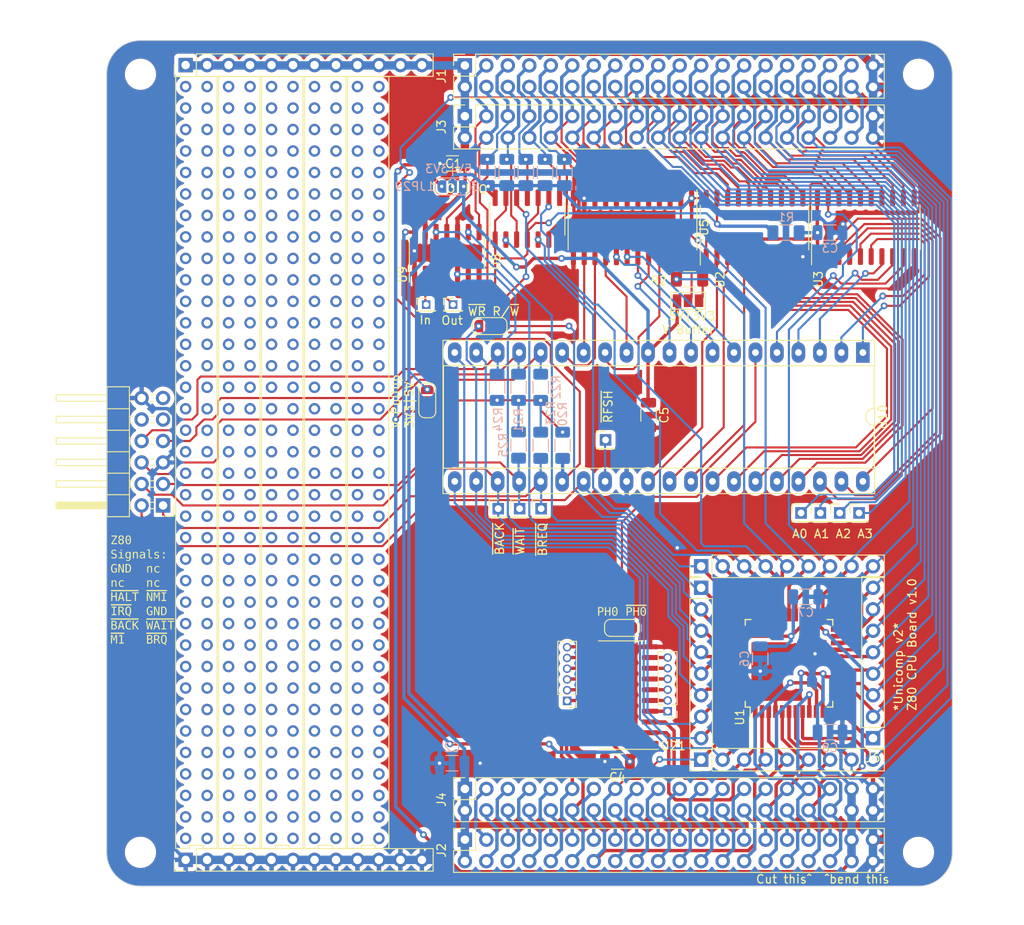
<source format=kicad_pcb>
(kicad_pcb (version 20221018) (generator pcbnew)
  (layers (0 "F.Cu" signal) (31 "B.Cu" signal) (34 "B.Paste" user) (35 "F.Paste" user) (36 "B.SilkS" user "B.Silkscreen") (37 "F.SilkS" user "F.Silkscreen") (38 "B.Mask" user) (39 "F.Mask" user) (44 "Edge.Cuts" user))
  (net 0 "")
  (net 1 "/~{RST}")
  (net 2 "/~{BUSFREE}")
  (net 3 "/~{RAMWE13}")
  (net 4 "/~{RAMWE12}")
  (net 5 "/~{RAMWE11}")
  (net 6 "/~{RAMWE10}")
  (net 7 "GND")
  (net 8 "/D7")
  (net 9 "/D6")
  (net 10 "/D5")
  (net 11 "/D4")
  (net 12 "/D3")
  (net 13 "/D2")
  (net 14 "/D1")
  (net 15 "/D0")
  (net 16 "+5V")
  (net 17 "/A15")
  (net 18 "/A14")
  (net 19 "/A13")
  (net 20 "/A12")
  (net 21 "/A11")
  (net 22 "/A10")
  (net 23 "/A9")
  (net 24 "/A8")
  (net 25 "/A7")
  (net 26 "/A6")
  (net 27 "/A5")
  (net 28 "/A4")
  (net 29 "/A3")
  (net 30 "/A2")
  (net 31 "/A1")
  (net 32 "/A0")
  (net 33 "/CD0")
  (net 34 "/CD1")
  (net 35 "/CD2")
  (net 36 "/CD3")
  (net 37 "/CD4")
  (net 38 "/CD5")
  (net 39 "/CD6")
  (net 40 "/CD7")
  (net 41 "/CA0")
  (net 42 "/CA1")
  (net 43 "/CA2")
  (net 44 "/CA3")
  (net 45 "/CA4")
  (net 46 "/CA5")
  (net 47 "/CA6")
  (net 48 "/CA7")
  (net 49 "/CA8")
  (net 50 "/CA9")
  (net 51 "/CA10")
  (net 52 "/CA11")
  (net 53 "/CA12")
  (net 54 "/CA13")
  (net 55 "/CA14")
  (net 56 "/CA15")
  (net 57 "/~{RAMWE9}")
  (net 58 "/~{RAMWE8}")
  (net 59 "/~{RAMWE7}")
  (net 60 "/~{RAMWE6}")
  (net 61 "/~{RAMWE5}")
  (net 62 "/~{RAMWE4}")
  (net 63 "/TDI")
  (net 64 "/TMS")
  (net 65 "/TCK")
  (net 66 "+3V3")
  (net 67 "/TDO")
  (net 68 "/CLKF")
  (net 69 "/~{RAMWE3}")
  (net 70 "/~{RAMWE2}")
  (net 71 "/~{RAMWE1}")
  (net 72 "/~{RAMWE0}")
  (net 73 "/DDIR")
  (net 74 "/CLKS")
  (net 75 "/MOSI")
  (net 76 "/SCK")
  (net 77 "/~{IOWR}")
  (net 78 "/~{MWR}")
  (net 79 "/~{MRD}")
  (net 80 "/R{slash}~{W}_e")
  (net 81 "/~{IORD}")
  (net 82 "/RX1")
  (net 83 "/RES1")
  (net 84 "/TX1")
  (net 85 "/RES0")
  (net 86 "/TX3")
  (net 87 "/RX3")
  (net 88 "/TX2")
  (net 89 "/RX2")
  (net 169 "/Bus/TDRTN")
  (net 175 "/Bus/A16")
  (net 176 "/Bus/A17")
  (net 177 "/Bus/A18")
  (net 178 "/Bus/A19")
  (net 455 "/~{IOWRc}")
  (net 456 "/~{AOE}")
  (net 457 "/~{DOE}")
  (net 458 "/~{IORDc}")
  (net 459 "Net-(J30-Pin_3)")
  (net 460 "Net-(J30-Pin_4)")
  (net 461 "Net-(J30-Pin_5)")
  (net 462 "Net-(J30-Pin_6)")
  (net 463 "Net-(J31-Pin_3)")
  (net 464 "Net-(J31-Pin_4)")
  (net 465 "Net-(J31-Pin_5)")
  (net 466 "Net-(J31-Pin_6)")
  (net 467 "/~{NMI}")
  (net 468 "/~{IRQ}")
  (net 469 "/~{WR}")
  (net 470 "/~{HALT}")
  (net 471 "Net-(J32-Pin_1)")
  (net 472 "/~{MRDc}")
  (net 473 "/~{MWRc}")
  (net 476 "/~{BUSRQ}")
  (net 477 "/~{MREQ}")
  (net 478 "/PHI0")
  (net 479 "/~{PHI0}")
  (net 480 "/PHI0_c")
  (net 481 "/~{PHI0_c}")
  (net 482 "Net-(J30-Pin_1)")
  (net 483 "Net-(J30-Pin_2)")
  (net 484 "Net-(J31-Pin_1)")
  (net 485 "Net-(J31-Pin_2)")
  (net 486 "/~{IORQ}")
  (net 487 "/Buffers/VBuffer")
  (net 488 "Net-(JP8-C)")
  (net 489 "/CPUCLK")
  (net 490 "/~{BUSACK}")
  (net 491 "/~{M1}")
  (net 492 "/R{slash}~{W}")
  (net 493 "/PH2")
  (net 494 "/PH1")
  (net 495 "/PH1c")
  (net 496 "/PH2c")
  (net 497 "Net-(J10-Pin_1)")
  (net 498 "Net-(J11-Pin_1)")
  (net 499 "/~{RD}")
  (net 500 "/~{WAIT}")
  (net 501 "Net-(JP10-C)")
  (net 502 "/Buffers/R{slash}~{W}")
  (footprint "Connector_PinHeader_2.00mm:PinHeader_1x01_P2.00mm_Vertical" (layer "F.Cu") (at 146.177 100.711)
    (fp_text reference "J9" hide)
    (fp_text value ".")
  )
  (footprint "Jumper:SolderJumper-3_P1.3mm_Open_Pad1.0x1.5mm_NumberLabels" (layer "F.Cu") (at 166.0906 76.1238)
    (fp_text reference "JP8" hide)
    (fp_text value "Jumper_3_Open" hide)
  )
  (footprint "Connector_PinHeader_2.00mm:PinHeader_1x01_P2.00mm_Vertical" (layer "F.Cu") (at 148.717 100.711)
    (fp_text reference "J12" hide)
    (fp_text value ".")
  )
  (footprint "Connector_PinHeader_2.54mm:PinHeader_1x09_P2.54mm_Vertical" (layer "F.Cu") (at 167.64 130.389005 90)
    (fp_text reference "J8" hide)
    (fp_text value "Conn_01x09" hide)
  )
  (footprint "Jumper:SolderJumper-3_P1.3mm_Open_RoundedPad1.0x1.5mm_NumberLabels" (layer "F.Cu") (at 158.272 114.808)
    (fp_text reference "JP9" hide)
    (fp_text value "CLK" hide)
  )
  (footprint "my_own_conn:Proto_2x36" (layer "F.Cu") (at 128.27 95.25)
    (fp_text reference "J26" hide)
    (fp_text value "Conn_02x36_Counter_Clockwise" hide)
  )
  (footprint "Connector_PinSocket_2.54mm:PinSocket_2x20_P2.54mm_Vertical" (layer "F.Cu") (at 139.7 48.303005 90)
    (fp_text reference "J1")
    (fp_text value "BUS")
  )
  (footprint "Connector_PinHeader_2.00mm:PinHeader_1x01_P2.00mm_Vertical" (layer "F.Cu") (at 143.637 100.711)
    (fp_text reference "J13" hide)
    (fp_text value ".")
  )
  (footprint "Connector_PinHeader_1.27mm:PinHeader_1x01_P1.27mm_Vertical" (layer "F.Cu") (at 135.128 76.581)
    (fp_text reference "J11" hide)
    (fp_text value "Conn_01x01" hide)
  )
  (footprint "Connector_PinHeader_1.27mm:PinHeader_1x06_P1.27mm_Vertical" (layer "F.Cu") (at 163.6776 124.6632 180)
    (fp_text reference "J31" hide)
    (fp_text value "Conn_01x06" hide)
  )
  (footprint "Package_SO:SO-20_5.3x12.6mm_P1.27mm" (layer "F.Cu") (at 187.108172 67.439723 90)
    (fp_text reference "U3")
    (fp_text value "SN74LVC245ANSR")
  )
  (footprint "Connector_PinHeader_2.54mm:PinHeader_1x09_P2.54mm_Vertical" (layer "F.Cu") (at 167.64 107.529005 90)
    (fp_text reference "J5" hide)
    (fp_text value "Conn_01x09" hide)
  )
  (footprint "Connector_PinSocket_2.54mm:PinSocket_2x20_P2.54mm_Vertical" (layer "F.Cu") (at 139.7 133.849005 90)
    (fp_text reference "J4")
    (fp_text value "BUS")
  )
  (footprint "Capacitor_SMD:C_1206_3216Metric" (layer "F.Cu") (at 157.7358 130.6068 180)
    (fp_text reference "C4")
    (fp_text value "100n")
  )
  (footprint "my_own_conn:Proto_2x36" (layer "F.Cu") (at 118.11 95.25)
    (fp_text reference "J24" hide)
    (fp_text value "Conn_02x36_Counter_Clockwise" hide)
  )
  (footprint "Connector_PinHeader_2.00mm:PinHeader_1x01_P2.00mm_Vertical" (layer "F.Cu") (at 156.337 92.583)
    (fp_text reference "J32" hide)
    (fp_text value ".")
  )
  (footprint "Package_SO:SO-20_5.3x12.6mm_P1.27mm" (layer "F.Cu") (at 158.1485 122.7582 180)
    (fp_text reference "U21")
    (fp_text value "SN74LVC245ANSR" hide)
  )
  (footprint "Jumper:SolderJumper-3_P1.3mm_Open_RoundedPad1.0x1.5mm_NumberLabels" (layer "F.Cu") (at 135.255 87.914 90)
    (fp_text reference "JP10" hide)
    (fp_text value "VCC" hide)
  )
  (footprint "Package_DIP:DIP-40_W15.24mm_Socket_LongPads" (layer "F.Cu") (at 186.76 82.25 -90)
    (fp_text reference "U10")
    (fp_text value "Z80CPU" hide)
  )
  (footprint "Connector_PinHeader_2.54mm:PinHeader_1x12_P2.54mm_Vertical" (layer "F.Cu") (at 106.68 142.24 90)
    (fp_text reference "J20" hide)
    (fp_text value "Conn_01x12" hide)
  )
  (footprint "Connector_PinHeader_2.00mm:PinHeader_1x01_P2.00mm_Vertical" (layer "F.Cu") (at 179.451 101.219)
    (fp_text reference "J14" hide)
    (fp_text value ".")
  )
  (footprint "my_own_conn:Proto_2x36" (layer "F.Cu") (at 123.19 95.25)
    (fp_text reference "J25" hide)
    (fp_text value "Conn_02x36_Counter_Clockwise" hide)
  )
  (footprint "Connector_PinHeader_2.54mm:PinHeader_2x06_P2.54mm_Horizontal" (layer "F.Cu") (at 104.013 100.33 180)
    (fp_text reference "J35" hide)
    (fp_text value "Conn_02x06_Odd_Even")
  )
  (footprint "Connector_PinSocket_2.54mm:PinSocket_2x20_P2.54mm_Vertical" (layer "F.Cu") (at 139.7 139.849005 90)
    (fp_text reference "J2")
    (fp_text value "BUS")
  )
  (footprint "Connector_PinHeader_1.27mm:PinHeader_1x06_P1.27mm_Vertical" (layer "F.Cu") (at 151.7904 123.444 180)
    (fp_text reference "J30" hide)
    (fp_text value "Conn_01x06" hide)
  )
  (footprint "Connector_PinHeader_2.54mm:PinHeader_1x08_P2.54mm_Vertical" (layer "F.Cu") (at 187.96 127.849005 180)
    (fp_text reference "J6")
    (fp_text value "Conn_01x08" hide)
  )
  (footprint "Package_SO:SO-20_5.3x12.6mm_P1.27mm" (layer "F.Cu") (at 173.950972 67.455923 90)
    (fp_text reference "U2")
    (fp_text value "SN74LVC245ANSR")
  )
  (footprint "MountingHole:MountingHole_3.2mm_M3" (layer "F.Cu") (at 193.34 49.346005)
    (fp_text reference "H3" hide)
    (fp_text value "MountingHole" hide)
  )
  (footprint "Connector_PinHeader_2.00mm:PinHeader_1x01_P2.00mm_Vertical" (layer "F.Cu") (at 184.023 101.219)
    (fp_text reference "J16" hide)
    (fp_text value ".")
  )
  (footprint "Capacitor_SMD:C_1206_3216Metric" (layer "F.Cu") (at 161.417 89.662 -90)
    (fp_text reference "C5")
    (fp_text value "100n")
  )
  (footprint "Package_SO:SOIC-14_3.9x8.7mm_P1.27mm" (layer "F.Cu") (at 137.5664 70.485 90)
    (fp_text reference "U9")
    (fp_text value "SN74LVC125AD" hide)
  )
  (footprint "my_own_conn:Proto_2x36" (layer "F.Cu") (at 113.03 95.25)
    (fp_text reference "J23" hide)
    (fp_text value "Conn_02x36_Counter_Clockwise" hide)
  )
  (footprint "Connector_PinHeader_2.00mm:PinHeader_1x01_P2.00mm_Vertical" (layer "F.Cu") (at 181.737 101.219)
    (fp_text reference "J15" hide)
    (fp_text value ".")
  )
  (footprint "Connector_PinHeader_2.54mm:PinHeader_1x08_P2.54mm_Vertical" (layer "F.Cu") (at 167.64 110.069005)
    (fp_text reference "J7" hide)
    (fp_text value "Conn_01x08" hide)
  )
  (footprint "Connector_PinHeader_1.27mm:PinHeader_1x01_P1.27mm_Vertical" (layer "F.Cu") (at 138.303 76.581)
    (fp_text reference "J10" hide)
    (fp_text value "Conn_01x01" hide)
  )
  (footprint "Jumper:SolderJumper-3_P1.3mm_Open_RoundedPad1.0x1.5mm_NumberLabels" (layer "F.Cu") (at 142.621 79.121)
    (fp_text reference "JP11" hide)
    (fp_text value "Write" hide)
  )
  (footprint "Connector_PinSocket_2.54mm:PinSocket_2x20_P2.54mm_Vertical" (layer "F.Cu") (at 139.7 54.303005 90)
    (fp_text reference "J3")
    (fp_text value "BUS")
  )
  (footprint "Package_SO:SOIC-14_3.9x8.7mm_P1.27mm" (layer "F.Cu") (at 147.0914 66.421 90)
    (fp_text reference "U8")
    (fp_text value "SN74LVC125AD" hide)
  )
  (footprint "Resistor_SMD:R_1206_3216Metric_Pad1.30x1.75mm_HandSolder" (layer "F.Cu") (at 166.2678 73.5838 180)
    (fp_text reference "R2")
    (fp_text value "10k")
  )
  (footprint "MountingHole:MountingHole_3.2mm_M3" (layer "F.Cu") (at 101.34 49.346005)
    (fp_text reference "H1" hide)
    (fp_text value "MountingHole" hide)
  )
  (footprint "Package_QFP:TQFP-44_10x10mm_P0.8mm" (layer "F.Cu") (at 178.029 118.994805 90)
    (fp_text reference "U1")
    (fp_text value "XC9572VQ44" hide)
  )
  (footprint "MountingHole:MountingHole_3.2mm_M3" (layer "F.Cu") (at 101.34 141.346005)
    (fp_text reference "H2" hide)
    (fp_text value "MountingHole" hide)
  )
  (footprint "my_own_conn:Proto_2x36" (layer "F.Cu") (at 107.95 95.25)
    (fp_text reference "J22" hide)
    (fp_text value "Conn_02x36_Counter_Clockwise" hide)
  )
  (footprint "Capacitor_SMD:C_1206_3216Metric" (layer "F.Cu") (at 138.2286 59.8932 180)
    (fp_text reference "C1")
    (fp_text value "100n")
  )
  (footprint "Connector_PinHeader_2.00mm:PinHeader_1x01_P2.00mm_Vertical" (layer "F.Cu") (at 186.309 101.219)
    (fp_text reference "J17" hide)
    (fp_text value ".")
  )
  (footprint "Connector_PinHeader_2.54mm:PinHeader_1x12_P2.54mm_Vertical" (layer "F.Cu") (at 106.68 48.26 90)
    (fp_text reference "J21" hide)
    (fp_text value "Conn_01x12" hide)
  )
  (footprint "Package_SO:SO-24_5.3x15mm_P1.27mm" (layer "F.Cu") (at 159.523772 67.472123 -90)
    (fp_text reference "U5")
    (fp_text value "SN74LVCC3245ANSR" hide)
  )
  (footprint "MountingHole:MountingHole_3.2mm_M3" (layer "F.Cu") (at 193.34 141.346005)
    (fp_text reference "H4" hide)
    (fp_text value "MountingHole" hide)
  )
  (footprint "Resistor_SMD:R_1206_3216Metric_Pad1.30x1.75mm_HandSolder" (layer "B.Cu") (at 146.05 86.36 90)
    (fp_text reference "R21")
    (fp_text value "2k2" hide)
  )
  (footprint "Jumper:SolderJumper-3_P1.3mm_Open_RoundedPad1.0x1.5mm_NumberLabels" (layer "B.Cu") (at 138.2568 62.611)
    (fp_text reference "JP29")
    (fp_text value "Vcc")
  )
  (footprint "Capacitor_SMD:C_1206_3216Metric" (layer "B.Cu") (at 138.1778 130.81 180)
    (fp_text reference "C2")
    (fp_text value "100n")
  )
  (footprint "Resistor_SMD:R_1206_3216Metric_Pad1.30x1.75mm_HandSolder" (layer "B.Cu") (at 144.653 60.96 90)
    (fp_text reference "R9" hide)
    (fp_text value "10k" hide)
  )
  (footprint "Resistor_SMD:R_1206_3216Metric_Pad1.30x1.75mm_HandSolder" (layer "B.Cu") (at 142.367 60.96 90)
    (fp_text reference "R12" hide)
    (fp_text value "10k")
  )
  (footprint "Resistor_SMD:R_1206_3216Metric_Pad1.30x1.75mm_HandSolder" (layer "B.Cu") (at 146.897 60.96 90)
    (fp_text reference "R11" hide)
    (fp_text value "10k" hide)
  )
  (footprint "Resistor_SMD:R_1206_3216Metric_Pad1.30x1.75mm_HandSolder" (layer "B.Cu") (at 146.05 93.192 -90)
    (fp_text reference "R25")
    (fp_text value "2k2" hide)
  )
  (footprint "Resistor_SMD:R_1206_3216Metric_Pad1.30x1.75mm_HandSolder" (layer "B.Cu") (at 151.257 93.218 -90)
    (fp_text reference "R20")
    (fp_text value "2k2" hide)
  )
  (footprint "Resistor_SMD:R_1206_3216Metric_Pad1.30x1.75mm_HandSolder" (layer "B.Cu") (at 177.673 68.072 180)
    (fp_text reference "R1")
    (fp_text value "10k")
  )
  (footprint "Capacitor_SMD:C_1206_3216Metric" (layer "B.Cu") (at 180.008 111.135805)
    (fp_text reference "C7")
    (fp_text value "100n")
  )
  (footprint "Resistor_SMD:R_1206_3216Metric_Pad1.30x1.75mm_HandSolder" (layer "B.Cu") (at 148.6662 86.36 90)
    (fp_text reference "R22")
    (fp_text value "2k2" hide)
  )
  (footprint "Resistor_SMD:R_1206_3216Metric_Pad1.30x1.75mm_HandSolder" (layer "B.Cu") (at 148.6662 93.218 -90)
    (fp_text reference "R23")
    (fp_text value "2k2" hide)
  )
  (footprint "Resistor_SMD:R_1206_3216Metric_Pad1.30x1.75mm_HandSolder" (layer "B.Cu") (at 151.469 60.96 90)
    (fp_text reference "R8" hide)
    (fp_text value "10k" hide)
  )
  (footprint "Capacitor_SMD:C_1206_3216Metric" (layer "B.Cu") (at 182.88 127.137805)
    (fp_text reference "C8")
    (fp_text value "100n")
  )
  (footprint "Capacitor_SMD:C_1206_3216Metric" (layer "B.Cu") (at 182.88 68.072)
    (fp_text reference "C3")
    (fp_text value "100n")
  )
  (footprint "Resistor_SMD:R_1206_3216Metric_Pad1.30x1.75mm_HandSolder" (layer "B.Cu") (at 143.51 86.36 90)
    (fp_text reference "R24")
    (fp_text value "2k2" hide)
  )
  (footprint "Capacitor_SMD:C_1206_3216Metric" (layer "B.Cu") (at 174.625 118.452805 -90)
    (fp_text reference "C6")
    (fp_text value "100n")
  )
  (footprint "Resistor_SMD:R_1206_3216Metric_Pad1.30x1.75mm_HandSolder" (layer "B.Cu") (at 149.183 60.96 90)
    (fp_text reference "R10" hide)
    (fp_text value "10k" hide)
  )
  (gr_line (start 97.34 49.346005) (end 97.34 141.346005) (stroke (width 0.1)) (layer "Edge.Cuts"))
  (gr_arc (start 97.34 49.346005) (mid 98.511573 46.517578) (end 101.34 45.346005) (stroke (width 0.1)) (layer "Edge.Cuts"))
  (gr_arc (start 193.34 45.346005) (mid 196.168427 46.517578) (end 197.34 49.346005) (stroke (width 0.1)) (layer "Edge.Cuts"))
  (gr_arc (start 197.34 141.346005) (mid 196.168427 144.174432) (end 193.34 145.346005) (stroke (width 0.1)) (layer "Edge.Cuts"))
  (gr_line (start 197.34 141.346005) (end 197.34 49.346005) (stroke (width 0.1)) (layer "Edge.Cuts"))
  (gr_line (start 193.34 45.346005) (end 101.34 45.346005) (stroke (width 0.1)) (layer "Edge.Cuts"))
  (gr_arc (start 101.34 145.346005) (mid 98.511573 144.174432) (end 97.34 141.346005) (stroke (width 0.1)) (layer "Edge.Cuts"))
  (gr_line (start 193.34 145.346005) (end 101.34 145.346005) (stroke (width 0.1)) (layer "Edge.Cuts"))
  (gr_text "5V|3V3" (at 140.6398 61.1124) (layer "B.SilkS") (effects (font (size 1 1)) (justify left bottom mirror)))
  (gr_text "Z80 \nSignals:\nGND  nc\nnc   nc\n~{HALT} ~{NMI}\n~{IRQ}  GND\n~{BACK} ~{WAIT}\n~{M1}   ~{BRQ}" (at 97.79 116.84) (layer "F.SilkS") (effects (font (size 1 1)) (justify left bottom)))
  (gr_text "I\n" (at 135.8138 63.4746) (layer "F.SilkS") (effects (font (size 1 1)) (justify left bottom)))
  (gr_text "In" (at 134.239 78.994) (layer "F.SilkS") (effects (font (size 1 1)) (justify left bottom)))
  (gr_text "A0 A1 A2 A3" (at 178.308 104.267) (layer "F.SilkS") (effects (font (size 1 1)) (justify left bottom)))
  (gr_text " 5V|3V3\nV Buffer" (at 162.941 80.137) (layer "F.SilkS") (effects (font (size 1 1)) (justify left bottom)))
  (gr_text "Out" (at 136.8298 79.0448) (layer "F.SilkS") (effects (font (size 1 1)) (justify left bottom)))
  (gr_text "PH0 ~{PH0}" (at 155.321 113.538) (layer "F.SilkS") (effects (font (size 1 1)) (justify left bottom)))
  (gr_text "~{WR} R/~{W}" (at 139.954 77.978) (layer "F.SilkS") (effects (font (size 1 1)) (justify left bottom)))
  (gr_text "V Pullup\n3V3|5V" (at 133.731 91.313 90) (layer "F.SilkS") (effects (font (size 1 1)) (justify left bottom)))
  (gr_text "~{WAIT}" (at 146.812 106.299 90) (layer "F.SilkS") (effects (font (size 1 1)) (justify left bottom)))
  (gr_text "*Unicomp v2*\nZ80 CPU Board v1.0" (at 191.77 124.714 90) (layer "F.SilkS") (effects (font (size 1 1)) (justify left)))
  (gr_text "O" (at 137.414 63.4492) (layer "F.SilkS") (effects (font (size 1 1)) (justify left bottom)))
  (gr_text "~{BREQ}" (at 149.479 106.426 90) (layer "F.SilkS") (effects (font (size 1 1)) (justify left bottom)))
  (gr_text "Cut this^  ^bend this" (at 189.992 144.526) (layer "F.SilkS") (effects (font (size 1 1)) (justify right)))
  (gr_text "O" (at 141.224 63.5508) (layer "F.SilkS") (effects (font (size 1 1)) (justify left bottom)))
  (gr_text "~{BACK}" (at 144.399 106.299 90) (layer "F.SilkS") (effects (font (size 1 1)) (justify left bottom)))
  (gr_text "I" (at 139.6492 63.4746) (layer "F.SilkS") (effects (font (size 1 1)) (justify left bottom)))
  (gr_text "~{RFSH}" (at 157.226 90.678 90) (layer "F.SilkS") (effects (font (size 1 1)) (justify left bottom)))
  (segment (start 149.04599 80.645) (end 136.398 80.645) (width 0.25) (layer "F.Cu") (net 1))
  (segment (start 149.86 83.439) (end 149.86 81.45901) (width 0.25) (layer "F.Cu") (net 1))
  (segment (start 136.398 80.645) (end 131.572 75.819) (width 0.25) (layer "F.Cu") (net 1))
  (segment (start 149.86 81.45901) (end 149.04599 80.645) (width 0.25) (layer "F.Cu") (net 1))
  (segment (start 131.572 62.5602) (end 133.1722 60.96) (width 0.25) (layer "F.Cu") (net 1))
  (segment (start 153.289 86.868) (end 149.86 83.439) (width 0.25) (layer "F.Cu") (net 1))
  (segment (start 153.289 95.401) (end 153.289 86.868) (width 0.25) (layer "F.Cu") (net 1))
  (segment (start 131.572 75.819) (end 131.572 62.5602) (width 0.25) (layer "F.Cu") (net 1))
  (segment (start 160.02 50.843005) (end 158.767606 52.095399) (width 0.25) (layer "F.Cu") (net 1))
  (segment (start 158.767606 52.095399) (end 138.023601 52.095399) (width 0.25) (layer "F.Cu") (net 1))
  (segment (start 151.2 97.49) (end 153.289 95.401) (width 0.25) (layer "F.Cu") (net 1))
  (via (at 138.023601 52.095399) (size 0.8) (drill 0.4) (layers "F.Cu" "B.Cu") (net 1))
  (via (at 133.1722 60.96) (size 0.8) (drill 0.4) (layers "F.Cu" "B.Cu") (net 1))
  (segment (start 160.02 50.843005) (end 160.02 52.045086) (width 0.4) (layer "B.Cu") (net 1))
  (segment (start 138.023601 52.095399) (end 132.0927 58.0263) (width 0.25) (layer "B.Cu") (net 1))
  (segment (start 161.273253 53.298339) (end 161.273253 55.513457) (width 0.4) (layer "B.Cu") (net 1))
  (segment (start 132.0927 58.0263) (end 132.0927 59.8805) (width 0.25) (layer "B.Cu") (net 1))
  (segment (start 160.02 52.045086) (end 161.273253 53.298339) (width 0.4) (layer "B.Cu") (net 1))
  (segment (start 161.273253 55.513457) (end 160.02 56.76671) (width 0.4) (layer "B.Cu") (net 1))
  (segment (start 132.0927 59.8805) (end 133.1722 60.96) (width 0.25) (layer "B.Cu") (net 1))
  (segment (start 151.257 94.768) (end 151.257 97.433) (width 0.4) (layer "B.Cu") (net 1))
  (segment (start 170.78 122.718805) (end 170.78 127.249005) (width 0.4) (layer "F.Cu") (net 2))
  (segment (start 170.78 127.249005) (end 167.64 130.389005) (width 0.4) (layer "F.Cu") (net 2))
  (segment (start 171.304 122.194805) (end 170.78 122.718805) (width 0.4) (layer "F.Cu") (net 2))
  (segment (start 157.48 133.849005) (end 158.655 132.674005) (width 0.25) (layer "F.Cu") (net 2))
  (segment (start 158.655 132.674005) (end 160.416595 132.674005) (width 0.25) (layer "F.Cu") (net 2))
  (segment (start 172.329 122.194805) (end 171.304 122.194805) (width 0.4) (layer "F.Cu") (net 2))
  (segment (start 160.416595 132.674005) (end 162.7378 130.3528) (width 0.25) (layer "F.Cu") (net 2))
  (via (at 162.7378 130.3528) (size 0.8) (drill 0.4) (layers "F.Cu" "B.Cu") (net 2))
  (segment (start 162.7378 130.3528) (end 162.774005 130.389005) (width 0.25) (layer "B.Cu") (net 2))
  (segment (start 156.23 137.053) (end 157.48 138.303) (width 0.4) (layer "B.Cu") (net 2))
  (segment (start 156.23 135.1753) (end 156.23 137.053) (width 0.4) (layer "B.Cu") (net 2))
  (segment (start 157.48 138.303) (end 157.48 139.7) (width 0.4) (layer "B.Cu") (net 2))
  (segment (start 162.774005 130.389005) (end 167.64 130.389005) (width 0.25) (layer "B.Cu") (net 2))
  (segment (start 157.48 133.9253) (end 156.23 135.1753) (width 0.4) (layer "B.Cu") (net 2))
  (segment (start 157.48 142.24) (end 158.73 140.99) (width 0.4) (layer "B.Cu") (net 3))
  (segment (start 158.73 138.156) (end 157.48 136.906) (width 0.4) (layer "B.Cu") (net 3))
  (segment (start 158.73 140.99) (end 158.73 138.156) (width 0.4) (layer "B.Cu") (net 3))
  (segment (start 160.02 138.303) (end 158.77 137.053) (width 0.4) (layer "B.Cu") (net 4))
  (segment (start 160.02 139.7) (end 160.02 138.303) (width 0.4) (layer "B.Cu") (net 4))
  (segment (start 158.77 135.099005) (end 160.02 133.849005) (width 0.4) (layer "B.Cu") (net 4))
  (segment (start 158.77 137.053) (end 158.77 135.099005) (width 0.4) (layer "B.Cu") (net 4))
  (segment (start 160.02 136.906) (end 161.27 138.156) (width 0.4) (layer "B.Cu") (net 5))
  (segment (start 161.27 140.99) (end 160.02 142.24) (width 0.4) (layer "B.Cu") (net 5))
  (segment (start 161.27 138.156) (end 161.27 140.99) (width 0.4) (layer "B.Cu") (net 5))
  (segment (start 162.56 138.303) (end 161.29 137.033) (width 0.4) (layer "B.Cu") (net 6))
  (segment (start 161.29 137.033) (end 161.29 135.119005) (width 0.4) (layer "B.Cu") (net 6))
  (segment (start 162.56 139.7) (end 162.56 138.303) (width 0.4) (layer "B.Cu") (net 6))
  (segment (start 161.29 135.119005) (end 162.56 133.849005) (width 0.4) (layer "B.Cu") (net 6))
  (segment (start 176.429 124.694805) (end 176.429 121.731797) (width 0.4) (layer "F.Cu") (net 7))
  (segment (start 196.84 98.933) (end 196.84 93.472) (width 1) (layer "F.Cu") (net 7))
  (segment (start 136.7282 59.8424) (end 136.7282 48.174805) (width 1) (layer "F.Cu") (net 7))
  (segment (start 158.82 97.49) (end 158.82 94.193) (width 0.4) (layer "F.Cu") (net 7))
  (segment (start 187.96 56.843005) (end 193.523172 62.406177) (width 0.4) (layer "F.Cu") (net 7))
  (segment (start 138.43 70.104) (end 139.80703 70.104) (width 0.4) (layer "F.Cu") (net 7))
  (segment (start 159.3088 118.3132) (end 160.5788 117.0432) (width 0.4) (layer "F.Cu") (net 7))
  (segment (start 186.342195 46.6852) (end 187.96 48.303005) (width 1) (layer "F.Cu") (net 7))
  (segment (start 183.729 118.994805) (end 182.23 118.994805) (width 0.4) (layer "F.Cu") (net 7))
  (segment (start 133.858 70.104) (end 133.731 70.231) (width 0.4) (layer "F.Cu") (net 7))
  (segment (start 136.7282 48.174805) (end 138.217805 46.6852) (width 1) (layer "F.Cu") (net 7))
  (segment (start 141.5034 130.81) (end 136.7028 130.81) (width 0.4) (layer "F.Cu") (net 7))
  (segment (start 152.33 129.1652) (end 153.7716 130.6068) (width 0.4) (layer "F.Cu") (net 7))
  (segment (start 196.84 132.09) (end 196.84 98.933) (width 1) (layer "F.Cu") (net 7))
  (segment (start 153.1874 64.009623) (end 152.538772 64.009623) (width 0.4) (layer "F.Cu") (net 7))
  (segment (start 192.823172 71.889722) (end 190.036894 74.676) (width 0.25) (layer "F.Cu") (net 7))
  (segment (start 196.84 58.664) (end 189.019005 50.843005) (width 1) (layer "F.Cu") (net 7))
  (segment (start 154.686 127.2032) (end 152.5016 127.2032) (width 0.4) (layer "F.Cu") (net 7))
  (segment (start 192.823172 70.902223) (end 192.823172 71.889722) (width 0.25) (layer "F.Cu") (net 7))
  (segment (start 196.84 93.472) (end 196.84 58.664) (width 1) (layer "F.Cu") (net 7))
  (segment (start 153.1874 64.009623) (end 153.808772 64.009623) (width 0.4) (layer "F.Cu") (net 7))
  (segment (start 133.7564 71.374) (end 135.0264 70.104) (width 0.4) (layer "F.Cu") (net 7))
  (segment (start 160.5788 117.0432) (end 161.611 117.0432) (width 0.4) (layer "F.Cu") (net 7))
  (segment (start 139.80703 70.104) (end 141.3764 71.67337) (width 0.4) (layer "F.Cu") (net 7))
  (segment (start 138.8364 68.01) (end 138.8364 69.6976) (width 0.25) (layer "F.Cu") (net 7))
  (segment (start 180.429 113.294805) (end 180.429 117.193805) (width 0.4) (layer "F.Cu") (net 7))
  (segment (start 152.33 127.3748) (end 152.33 129.1652) (width 0.4) (layer "F.Cu") (net 7))
  (segment (start 189.019005 50.843005) (end 187.96 50.843005) (width 1) (layer "F.Cu") (net 7))
  (segment (start 135.0264 70.104) (end 133.858 70.104) (width 0.4) (layer "F.Cu") (net 7))
  (segment (start 161.417 91.596) (end 161.417 91.137) (width 0.4) (layer "F.Cu") (net 7))
  (segment (start 190.036894 74.676) (end 183.423549 74.676) (width 0.25) (layer "F.Cu") (net 7))
  (segment (start 180.429 117.193805) (end 181.102 117.866805) (width 0.4) (layer "F.Cu") (net 7))
  (segment (start 193.523172 62.406177) (end 193.523172 65.278) (width 0.4) (layer "F.Cu") (net 7))
  (segment (start 183.423549 74.676) (end 179.665972 70.918423) (width 0.25) (layer "F.Cu") (net 7))
  (segment (start 151.8096 68.9164) (end 153.1874 67.5386) (width 0.4) (layer "F.Cu") (net 7))
  (segment (start 164.893118 105.410002) (end 164.819876 105.33676) (width 0.4) (layer "F.Cu") (net 7))
  (segment (start 152.538772 70.624823) (end 150.862372 68.948423) (width 0.25) (layer "F.Cu") (net 7))
  (segment (start 196.84 98.933) (end 190.362998 105.410002) (width 0.4) (layer "F.Cu") (net 7))
  (segment (start 175.172008 120.474805) (end 174.625 119.927797) (width 0.4) (layer "F.Cu") (net 7))
  (segment (start 136.8044 70.104) (end 138.43 70.104) (width 0.4) (layer "F.Cu") (net 7))
  (segment (start 176.429 121.731797) (end 174.625 119.927797) (width 0.4) (layer "F.Cu") (net 7))
  (segment (start 189.080995 139.849005) (end 196.84 132.09) (width 1) (layer "F.Cu") (net 7))
  (segment (start 152.5016 127.2032) (end 152.33 127.3748) (width 0.4) (layer "F.Cu") (net 7))
  (segment (start 153.7716 130.6068) (end 156.2608 130.6068) (width 0.4) (layer "F.Cu") (net 7))
  (segment (start 159.3088 124.6632) (end 159.3088 118.3132) (width 0.4) (layer "F.Cu") (net 7))
  (segment (start 153.1874 67.5386) (end 153.1874 64.009623) (width 0.4) (layer "F.Cu") (net 7))
  (segment (start 141.3764 71.67337) (end 141.3764 72.96) (width 0.4) (layer "F.Cu") (net 7))
  (segment (start 133.7564 72.96) (end 133.7564 71.374) (width 0.4) (layer "F.Cu") (net 7))
  (segment (start 158.82 94.193) (end 161.417 91.596) (width 0.4) (layer "F.Cu") (net 7))
  (segment (start 154.686 127.2032) (end 156.7688 127.2032) (width 0.4) (layer "F.Cu") (net 7))
  (segment (start 135.0264 70.104) (end 135.0264 68.01) (width 0.4) (layer "F.Cu") (net 7))
  (segment (start 193.523172 65.278) (end 193.015172 65.786) (width 0.4) (layer "F.Cu") (net 7))
  (segment (start 150.9318 68.9164) (end 151.8096 68.9164) (width 0.4) (layer "F.Cu") (net 7))
  (segment (start 135.0264 70.104) (end 136.8044 70.104) (width 0.4) (layer "F.Cu") (net 7))
  (segment (start 190.362998 105.410002) (end 164.893118 105.410002) (width 0.4) (layer "F.Cu") (net 7))
  (segment (start 182.23 118.994805) (end 181.102 117.866805) (width 0.4) (layer "F.Cu") (net 7))
  (segment (start 185.674 65.786) (end 184.404 67.056) (width 0.4) (layer "F.Cu") (net 7))
  (segment (start 138.8364 69.6976) (end 138.43 70.104) (width 0.25) (layer "F.Cu") (net 7))
  (segment (start 187.96 139.849005) (end 189.080995 139.849005) (width 1) (layer "F.Cu") (net 7))
  (segment (start 156.7688 127.2032) (end 159.3088 124.6632) (width 0.4) (layer "F.Cu") (net 7))
  (segment (start 193.015172 65.786) (end 185.674 65.786) (width 0.4) (layer "F.Cu") (net 7))
  (segment (start 138.217805 46.6852) (end 186.342195 46.6852) (width 1) (layer "F.Cu") (net 7))
  (via (at 164.819876 105.33676) (size 0.8) (drill 0.4) (layers "F.Cu" "B.Cu") (net 7))
  (via (at 136.7536 59.8932) (size 0.8) (drill 0.4) (layers "F.Cu" "B.Cu") (net 7))
  (via (at 179.665972 70.918423) (size 0.8) (drill 0.4) (layers "F.Cu" "B.Cu") (net 7))
  (via (at 133.731 70.231) (size 0.8) (drill 0.4) (layers "F.Cu" "B.Cu") (net 7))
  (via (at 174.625 119.927797) (size 0.8) (drill 0.4) (layers "F.Cu" "B.Cu") (net 7))
  (via (at 156.2608 130.6068) (size 0.8) (drill 0.4) (layers "F.Cu" "B.Cu") (net 7))
  (via (at 184.404 67.056) (size 0.8) (drill 0.4) (layers "F.Cu" "B.Cu") (net 7))
  (via (at 153.808772 64.009623) (size 0.8) (drill 0.4) (layers "F.Cu" "B.Cu") (net 7))
  (via (at 136.7028 130.81) (size 0.8) (drill 0.4) (layers "F.Cu" "B.Cu") (net 7))
  (via (at 141.5034 130.81) (size 0.8) (drill 0.4) (layers "F.Cu" "B.Cu") (net 7))
  (via (at 181.102 117.866805) (size 0.8) (drill 0.4) (layers "F.Cu" "B.Cu") (net 7))
  (segment (start 176.686 117.866805) (end 181.102 117.866805) (width 0.4) (layer "B.Cu") (net 7))
  (segment (start 187.96 48.26) (end 187.96 50.8) (width 1) (layer "B.Cu") (net 7))
  (segment (start 136.7536 59.8932) (end 133.731 62.9158) (width 0.4) (layer "B.Cu") (net 7))
  (segment (start 184.355 68.072) (end 184.355 67.105) (width 0.4) (layer "B.Cu") (net 7))
  (segment (start 141.7066 130.6068) (end 141.5034 130.81) (width 0.4) (layer "B.Cu") (net 7))
  (segment (start 152.527 60.833) (end 165.1 60.833) (width 0.4) (layer "B.Cu") (net 7))
  (segment (start 102.723 136.505) (end 105.156 138.938) (width 0.4) (layer "B.Cu") (net 7))
  (segment (start 185.674 144.526) (end 187.96 142.24) (width 1) (layer "B.Cu") (net 7))
  (segment (start 133.731 62.9158) (end 133.731 70.231) (width 0.4) (layer "B.Cu") (net 7))
  (segment (start 187.96 139.7) (end 187.96 133.7) (width 1) (layer "B.Cu") (net 7))
  (segment (start 153.808772 62.114772) (end 153.808772 64.009623) (width 0.4) (layer "B.Cu") (net 7))
  (segment (start 158.82 97.49) (end 158.82 99.336884) (width 0.4) (layer "B.Cu") (net 7))
  (segment (start 156.2608 130.6068) (end 141.7066 130.6068) (width 0.4) (layer "B.Cu") (net 7))
  (segment (start 104.013 95.25) (end 102.723 96.54) (width 0.4) (layer "B.Cu") (net 7))
  (segment (start 136.7028 130.81) (end 136.7028 140.1572) (width 1) (layer "B.Cu") (net 7))
  (segment (start 165.1 60.833) (end 170.434 66.167) (width 0.4) (layer "B.Cu") (net 7))
  (segment (start 184.17 127.322805) (end 184.17 131.465) (width 0.4) (layer "B.Cu") (net 7))
  (segment (start 138.43 144.526) (end 153.6192 144.526) (width 1) (layer "B.Cu") (net 7))
  (segment (start 181.61 66.167) (end 183.515 68.072) (width 0.4) (layer "B.Cu") (net 7))
  (segment (start 104.530767 88.88) (end 102.723 88.88) (width 0.4) (layer "B.Cu") (net 7))
  (segment (start 170.434 66.167) (end 181.61 66.167) (width 0.4) (layer "B.Cu") (net 7))
  (segment (start 105.263 94) (end 105.263 89.612233) (width 0.4) (layer "B.Cu") (net 7))
  (segment (start 181.483 111.135805) (end 181.483 117.485805) (width 0.4) (layer "B.Cu") (net 7))
  (segment (start 185.258 132.553) (end 186.663995 132.553) (width 0.4) (layer "B.Cu") (net 7))
  (segment (start 136.7028 140.1572) (end 134.62 142.24) (width 1) (layer "B.Cu") (net 7))
  (segment (start 140.303738 59.8932) (end 141.514538 61.104) (width 0.4) (layer "B.Cu") (net 7))
  (segment (start 105.156 140.716) (end 106.68 142.24) (width 0.4) (layer "B.Cu") (net 7))
  (segment (start 179.665972 70.918423) (end 182.524577 70.918423) (width 0.4) (layer "B.Cu") (net 7))
  (segment (start 105.263 89.612233) (end 104.530767 88.88) (width 0.4) (layer "B.Cu") (net 7))
  (segment (start 187.96 142.24) (end 187.96 139.7) (width 1) (layer "B.Cu") (net 7))
  (segment (start 136.7536 59.8932) (end 140.303738 59.8932) (width 0.4) (layer "B.Cu") (net 7))
  (segment (start 187.963253 56.849864) (end 187.963253 54.309864) (width 1) (layer "B.Cu") (net 7))
  (segment (start 102.723 96.54) (end 102.723 136.505) (width 0.4) (layer "B.Cu") (net 7))
  (segment (start 141.514538 61.104) (end 152.256 61.104) (width 0.4) (layer "B.Cu") (net 7))
  (segment (start 158.82 99.336884) (end 164.819876 105.33676) (width 0.4) (layer "B.Cu") (net 7))
  (segment (start 184.277 120.831069) (end 181.312736 117.866805) (width 0.4) (layer "B.Cu") (net 7))
  (segment (start 184.355 69.088) (end 184.355 68.072) (width 0.4) (layer "B.Cu") (net 7))
  (segment (start 181.483 117.485805) (end 181.102 117.866805) (width 0.4) (layer "B.Cu") (net 7))
  (segment (start 104.013 95.25) (end 105.263 94) (width 0.4) (layer "B.Cu") (net 7))
  (segment (start 106.68 142.24) (end 136.144 142.24) (width 1) (layer "B.Cu") (net 7))
  (segment (start 181.312736 117.866805) (end 181.102 117.866805) (width 0.4) (layer "B.Cu") (net 7))
  (segment (start 183.515 68.072) (end 184.355 68.072) (width 0.4) (layer "B.Cu") (net 7))
  (segment (start 153.6192 144.526) (end 185.674 144.526) (width 1) (layer "B.Cu") (net 7))
  (segment (start 152.527 60.833) (end 153.808772 62.114772) (width 0.4) (layer "B.Cu") (net 7))
  (segment (start 186.663995 132.553) (end 187.96 133.849005) (width 0.4) (layer "B.Cu") (net 7))
  (segment (start 136.144 142.24) (end 138.43 144.526) (width 1) (layer "B.Cu") (net 7))
  (segment (start 102.723 88.88) (end 101.473 87.63) (width 0.4) (layer "B.Cu") (net 7))
  (segment (start 152.256 61.104) (end 152.527 60.833) (width 0.4) (layer "B.Cu") (net 7))
  (segment (start 174.625 119.927805) (end 176.686 117.866805) (width 0.4) (layer "B.Cu") (net 7))
  (segment (start 182.524577 70.918423) (end 184.355 69.088) (width 0.4) (layer "B.Cu") (net 7))
  (segment (start 184.17 131.465) (end 185.258 132.553) (width 0.4) (layer "B.Cu") (net 7))
  (segment (start 187.963253 54.309864) (end 187.963253 48.309864) (width 1) (layer "B.Cu") (net 7))
  (segment (start 184.355 67.105) (end 184.404 67.056) (width 0.4) (layer "B.Cu") (net 7))
  (segment (start 184.277 127.059805) (end 184.277 120.831069) (width 0.4) (layer "B.Cu") (net 7))
  (segment (start 105.156 138.938) (end 105.156 140.716) (width 0.4) (layer "B.Cu") (net 7))
  (segment (start 158.756372 57.413195) (end 158.756372 55.605428) (width 0.25) (layer "F.Cu") (net 8))
  (segment (start 158.756372 55.605428) (end 160.006372 54.355428) (width 0.25) (layer "F.Cu") (net 8))
  (segment (start 163.968772 62.625595) (end 158.756372 57.413195) (width 0.25) (layer "F.Cu") (net 8))
  (segment (start 163.968772 64.009623) (end 163.968772 62.625595) (width 0.25) (layer "F.Cu") (net 8))
  (segment (start 158.77 51.963) (end 160.02 53.213) (width 0.4) (layer "B.Cu") (net 8))
  (segment (start 158.77 49.553005) (end 158.77 51.963) (width 0.4) (layer "B.Cu") (net 8))
  (segment (start 160.02 53.213) (end 160.02 54.303005) (width 0.4) (layer "B.Cu") (net 8))
  (segment (start 160.02 48.303005) (end 158.77 49.553005) (width 0.4) (layer "B.Cu") (net 8))
  (segment (start 162.698772 62.127828) (end 157.466372 56.895428) (width 0.25) (layer "F.Cu") (net 9))
  (segment (start 162.698772 64.009623) (end 162.698772 62.127828) (width 0.25) (layer "F.Cu") (net 9))
  (segment (start 157.48 51.689) (end 157.48 50.843005) (width 0.4) (layer "B.Cu") (net 9))
  (segment (start 158.733253 55.388747) (end 158.733253 52.942253) (width 0.4) (layer "B.Cu") (net 9))
  (segment (start 157.483253 56.638747) (end 158.733253 55.388747) (width 0.4) (layer "B.Cu") (net 9))
  (segment (start 158.733253 52.942253) (end 157.48 51.689) (width 0.4) (layer "B.Cu") (net 9))
  (segment (start 156.216372 55.605428) (end 157.466372 54.355428) (width 0.25) (layer "F.Cu") (net 10))
  (segment (start 156.216372 57.552623) (end 156.216372 55.605428) (width 0.25) (layer "F.Cu") (net 10))
  (segment (start 161.428772 62.765023) (end 156.216372 57.552623) (width 0.25) (layer "F.Cu") (net 10))
  (segment (start 161.428772 64.009623) (end 161.428772 62.765023) (width 0.25) (layer "F.Cu") (net 10))
  (segment (start 156.23 49.553005) (end 156.23 51.836) (width 0.4) (layer "B.Cu") (net 10))
  (segment (start 157.48 53.086) (end 157.48 54.303005) (width 0.4) (layer "B.Cu") (net 10))
  (segment (start 157.48 48.303005) (end 156.23 49.553005) (width 0.4) (layer "B.Cu") (net 10))
  (segment (start 156.23 51.836) (end 157.48 53.086) (width 0.4) (layer "B.Cu") (net 10))
  (segment (start 160.158772 62.499299) (end 154.926372 57.266899) (width 0.25) (layer "F.Cu") (net 11))
  (segment (start 160.158772 64.009623) (end 160.158772 62.499299) (width 0.25) (layer "F.Cu") (net 11))
  (segment (start 154.94 51.816) (end 156.213253 53.089253) (width 0.4) (layer "B.Cu") (net 11))
  (segment (start 156.213253 55.493457) (end 154.943253 56.763457) (width 0.4) (layer "B.Cu") (net 11))
  (segment (start 154.94 50.843005) (end 154.94 51.816) (width 0.4) (layer "B.Cu") (net 11))
  (segment (start 156.213253 53.089253) (end 156.213253 55.493457) (width 0.4) (layer "B.Cu") (net 11))
  (segment (start 158.888772 62.587223) (end 153.729872 57.428323) (width 0.25) (layer "F.Cu") (net 12))
  (segment (start 153.729872 57.428323) (end 153.729872 55.551928) (width 0.25) (layer "F.Cu") (net 12))
  (segment (start 158.888772 64.009623) (end 158.888772 62.587223) (width 0.25) (layer "F.Cu") (net 12))
  (segment (start 153.729872 55.551928) (end 154.926372 54.355428) (width 0.25) (layer "F.Cu") (net 12))
  (segment (start 154.94 53.213) (end 154.94 54.303005) (width 0.4) (layer "B.Cu") (net 12))
  (segment (start 153.69 49.553005) (end 153.69 51.963) (width 0.4) (layer "B.Cu") (net 12))
  (segment (start 154.94 48.303005) (end 153.69 49.553005) (width 0.4) (layer "B.Cu") (net 12))
  (segment (start 153.69 51.963) (end 154.94 53.213) (width 0.4) (layer "B.Cu") (net 12))
  (segment (start 157.618772 64.009623) (end 157.618772 62.127828) (width 0.25) (layer "F.Cu") (net 13))
  (segment (start 157.618772 62.127828) (end 152.386372 56.895428) (width 0.25) (layer "F.Cu") (net 13))
  (segment (start 153.673253 55.493457) (end 153.673253 52.962253) (width 0.4) (layer "B.Cu") (net 13))
  (segment (start 152.403253 56.763457) (end 153.673253 55.493457) (width 0.4) (layer "B.Cu") (net 13))
  (segment (start 153.673253 52.962253) (end 152.4 51.689) (width 0.4) (layer "B.Cu") (net 13))
  (segment (start 152.4 51.689) (end 152.4 50.843005) (width 0.4) (layer "B.Cu") (net 13))
  (segment (start 156.348772 62.55736) (end 151.136372 57.34496) (width 0.25) (layer "F.Cu") (net 14))
  (segment (start 151.136372 55.605428) (end 152.386372 54.355428) (width 0.25) (layer "F.Cu") (net 14))
  (segment (start 156.348772 64.009623) (end 156.348772 62.55736) (width 0.25) (layer "F.Cu") (net 14))
  (segment (start 151.136372 57.34496) (end 151.136372 55.605428) (width 0.25) (layer "F.Cu") (net 14))
  (segment (start 152.4 52.959) (end 152.4 54.303005) (width 0.4) (layer "B.Cu") (net 14))
  (segment (start 152.403253 48.458869) (end 151.15 49.712122) (width 0.4) (layer "B.Cu") (net 14))
  (segment (start 151.15 49.712122) (end 151.15 51.709) (width 0.4) (layer "B.Cu") (net 14))
  (segment (start 151.15 51.709) (end 152.4 52.959) (width 0.4) (layer "B.Cu") (net 14))
  (segment (start 151.790016 58.635) (end 151.651995 58.635) (width 0.25) (layer "F.Cu") (net 15))
  (segment (start 155.078772 61.923756) (end 151.790016 58.635) (width 0.25) (layer "F.Cu") (net 15))
  (segment (start 151.651995 58.635) (end 149.86 56.843005) (width 0.25) (layer "F.Cu") (net 15))
  (segment (start 155.078772 64.009623) (end 155.078772 61.923756) (width 0.25) (layer "F.Cu") (net 15))
  (segment (start 151.113253 52.520781) (end 149.86 51.267528) (width 0.4) (layer "B.Cu") (net 15))
  (segment (start 151.113253 55.473457) (end 151.113253 52.520781) (width 0.4) (layer "B.Cu") (net 15))
  (segment (start 149.863253 56.723457) (end 151.113253 55.473457) (width 0.4) (layer "B.Cu") (net 15))
  (segment (start 139.729 62.4388) (end 139.5568 62.611) (width 0.4) (layer "F.Cu") (net 16))
  (segment (start 139.729 59.8932) (end 139.729 62.4388) (width 0.4) (layer "F.Cu") (net 16))
  (segment (start 147.828 71.12) (end 146.812 72.136) (width 0.4) (layer "F.Cu") (net 16))
  (segment (start 161.36 82.25) (end 161.36 88.13) (width 0.4) (layer "F.Cu") (net 16))
  (segment (start 146.812 72.136) (end 145.796 72.136) (width 0.4) (layer "F.Cu") (net 16))
  (segment (start 139.7 56.843005) (end 139.7 59.8206) (width 1) (layer "F.Cu") (net 16))
  (segment (start 164.7906 76.1238) (end 164.7906 78.8194) (width 0.4) (layer "F.Cu") (net 16))
  (segment (start 164.7906 78.8194) (end 161.36 82.25) (width 0.4) (layer "F.Cu") (net 16))
  (segment (start 151.13 71.12) (end 147.828 71.12) (width 0.4) (layer "F.Cu") (net 16))
  (via (at 145.796 72.136) (size 0.8) (drill 0.4) (layers "F.Cu" "B.Cu") (net 16))
  (via (at 135.255 86.614) (size 0.8) (drill 0.4) (layers "F.Cu" "B.Cu") (net 16))
  (via (at 151.13 71.12) (size 0.8) (drill 0.4) (layers "F.Cu" "B.Cu") (net 16))
  (via (at 139.5568 62.611) (size 0.8) (drill 0.4) (layers "F.Cu" "B.Cu") (net 16))
  (segment (start 133.0864 84.455) (end 133.0864 73.224029) (width 0.4) (layer "B.Cu") (net 16))
  (segment (start 139.5568 63.3926) (end 139.5568 62.611) (width 0.4) (layer "B.Cu") (net 16))
  (segment (start 134.874 71.436429) (end 134.874 68.0754) (width 0.4) (layer "B.Cu") (net 16))
  (segment (start 139.703253 54.309864) (end 139.703253 48.309864) (width 1) (layer "B.Cu") (net 16))
  (segment (start 139.7 48.303005) (end 106.723005 48.303005) (width 1) (layer "B.Cu") (net 16))
  (segment (start 133.0864 122.5454) (end 133.0864 84.455) (width 0.4) (layer "B.Cu") (net 16))
  (segment (start 133.096 84.455) (end 135.255 86.614) (width 0.25) (layer "B.Cu") (net 16))
  (segment (start 139.7 133.849005) (end 139.7 132.08) (width 1) (layer "B.Cu") (net 16))
  (segment (start 139.7 139.7) (end 139.7 133.7) (width 1) (layer "B.Cu") (net 16))
  (segment (start 139.6528 129.1118) (end 133.0864 122.5454) (width 0.4) (layer "B.Cu") (net 16))
  (segment (start 133.0864 84.455) (end 133.096 84.455) (width 0.25) (layer "B.Cu") (net 16))
  (segment (start 139.7 132.08) (end 139.7 130.8572) (width 1) (layer "B.Cu") (net 16))
  (segment (start 145.796 72.136) (end 139.5568 65.8968) (width 0.4) (layer "B.Cu") (net 16))
  (segment (start 139.7 130.81) (end 139.7 132.08) (width 1) (layer "B.Cu") (net 16))
  (segment (start 161.36 82.25) (end 161.36 77.286) (width 0.4) (layer "B.Cu") (net 16))
  (segment (start 139.5568 65.8968) (end 139.5568 62.611) (width 0.4) (layer "B.Cu") (net 16))
  (segment (start 139.703253 54.309864) (end 139.703253 56.849864) (width 1) (layer "B.Cu") (net 16))
  (segment (start 139.7 139.7) (end 139.7 142.24) (width 1) (layer "B.Cu") (net 16))
  (segment (start 139.6528 130.81) (end 139.6528 129.1118) (width 0.4) (layer "B.Cu") (net 16))
  (segment (start 133.0864 73.224029) (end 134.874 71.436429) (width 0.4) (layer "B.Cu") (net 16))
  (segment (start 161.36 77.286) (end 155.194 71.12) (width 0.4) (layer "B.Cu") (net 16))
  (segment (start 134.874 68.0754) (end 139.5568 63.3926) (width 0.4) (layer "B.Cu") (net 16))
  (segment (start 155.194 71.12) (end 151.13 71.12) (width 0.4) (layer "B.Cu") (net 16))
  (segment (start 179.484764 128.499805) (end 183.5308 128.499805) (width 0.4) (layer "F.Cu") (net 17))
  (segment (start 183.5308 128.499805) (end 185.42 130.389005) (width 0.4) (layer "F.Cu") (net 17))
  (segment (start 192.823172 62.628448) (end 192.823172 63.977223) (width 0.25) (layer "F.Cu") (net 17))
  (segment (start 178.829 124.694805) (end 178.829 127.844041) (width 0.4) (layer "F.Cu") (net 17))
  (segment (start 178.829 127.844041) (end 179.484764 128.499805) (width 0.4) (layer "F.Cu") (net 17))
  (segment (start 180.326372 56.895428) (end 181.204671 56.895428) (width 0.25) (layer "F.Cu") (net 17))
  (segment (start 188.265152 58.070428) (end 192.823172 62.628448) (width 0.25) (layer "F.Cu") (net 17))
  (segment (start 182.379671 58.070428) (end 188.265152 58.070428) (width 0.25) (layer "F.Cu") (net 17))
  (segment (start 181.204671 56.895428) (end 182.379671 58.070428) (width 0.25) (layer "F.Cu") (net 17))
  (segment (start 181.593253 52.387276) (end 181.593253 55.599864) (width 0.4) (layer "B.Cu") (net 17))
  (segment (start 185.42 130.389005) (end 185.42 131.591086) (width 0.25) (layer "B.Cu") (net 17))
  (segment (start 185.781914 131.953) (end 188.3156 131.953) (width 0.25) (layer "B.Cu") (net 17))
  (segment (start 181.516995 58.02) (end 180.34 56.843005) (width 0.25) (layer "B.Cu") (net 17))
  (segment (start 181.593253 55.599864) (end 180.343253 56.849864) (width 0.4) (layer "B.Cu") (net 17))
  (segment (start 197.215 123.0536) (end 197.215 64.09806) (width 0.25) (layer "B.Cu") (net 17))
  (segment (start 180.343253 51.137276) (end 181.593253 52.387276) (width 0.4) (layer "B.Cu") (net 17))
  (segment (start 185.42 131.591086) (end 185.781914 131.953) (width 0.25) (layer "B.Cu") (net 17))
  (segment (start 188.3156 131.953) (end 197.215 123.0536) (width 0.25) (layer "B.Cu") (net 17))
  (segment (start 191.13694 58.02) (end 181.516995 58.02) (width 0.25) (layer "B.Cu") (net 17))
  (segment (start 197.215 64.09806) (end 191.13694 58.02) (width 0.25) (layer "B.Cu") (net 17))
  (segment (start 179.629 127.795513) (end 179.733292 127.899805) (width 0.4) (layer "F.Cu") (net 18))
  (segment (start 187.314672 129.540477) (end 187.314672 130.389005) (width 0.4) (layer "F.Cu") (net 18))
  (segment (start 191.553172 62.394172) (end 191.553172 63.977223) (width 0.25) (layer "F.Cu") (net 18))
  (segment (start 187.679428 58.520428) (end 191.553172 62.394172) (width 0.25) (layer "F.Cu") (net 18))
  (segment (start 185.674 127.899805) (end 187.314672 129.540477) (width 0.4) (layer "F.Cu") (net 18))
  (segment (start 179.629 124.694805) (end 179.629 127.795513) (width 0.4) (layer "F.Cu") (net 18))
  (segment (start 179.797243 58.028) (end 181.700847 58.028) (width 0.25) (layer "F.Cu") (net 18))
  (segment (start 182.193275 58.520428) (end 187.679428 58.520428) (width 0.25) (layer "F.Cu") (net 18))
  (segment (start 179.733292 127.899805) (end 185.674 127.899805) (width 0.4) (layer "F.Cu") (net 18))
  (segment (start 180.326372 54.355428) (end 179.076372 55.605428) (width 0.25) (layer "F.Cu") (net 18))
  (segment (start 181.700847 58.028) (end 182.193275 58.520428) (width 0.25) (layer "F.Cu") (net 18))
  (segment (start 179.076372 55.605428) (end 179.076372 57.307129) (width 0.25) (layer "F.Cu") (net 18))
  (segment (start 179.076372 57.307129) (end 179.797243 58.028) (width 0.25) (layer "F.Cu") (net 18))
  (segment (start 187.96 130.389005) (end 196.765 121.584005) (width 0.25) (layer "B.Cu") (net 18))
  (segment (start 179.07 51.512611) (end 179.07 49.573005) (width 0.4) (layer "B.Cu") (net 18))
  (segment (start 190.950544 58.47) (end 180.199228 58.47) (width 0.25) (layer "B.Cu") (net 18))
  (segment (start 196.765 64.284456) (end 190.950544 58.47) (width 0.25) (layer "B.Cu") (net 18))
  (segment (start 180.343253 52.785864) (end 179.07 51.512611) (width 0.4) (layer "B.Cu") (net 18))
  (segment (start 196.765 121.584005) (end 196.765 64.284456) (width 0.25) (layer "B.Cu") (net 18))
  (segment (start 180.199228 58.47) (end 179.09 57.360772) (width 0.25) (layer "B.Cu") (net 18))
  (segment (start 179.09 57.360772) (end 179.09 55.86) (width 0.25) (layer "B.Cu") (net 18))
  (segment (start 179.09 55.86) (end 180.34 54.61) (width 0.25) (layer "B.Cu") (net 18))
  (segment (start 179.07 49.573005) (end 180.34 48.303005) (width 0.4) (layer "B.Cu") (net 18))
  (segment (start 180.343253 54.458869) (end 180.343253 52.785864) (width 0.4) (layer "B.Cu") (net 18))
  (segment (start 183.729 122.994805) (end 183.729 124.303805) (width 0.4) (layer "F.Cu") (net 19))
  (segment (start 179.368944 58.478) (end 181.514451 58.478) (width 0.25) (layer "F.Cu") (net 19))
  (segment (start 177.786372 56.895428) (end 179.368944 58.478) (width 0.25) (layer "F.Cu") (net 19))
  (segment (start 182.006879 58.970428) (end 186.859428 58.970428) (width 0.25) (layer "F.Cu") (net 19))
  (segment (start 186.859428 58.970428) (end 190.283172 62.394172) (width 0.25) (layer "F.Cu") (net 19))
  (segment (start 181.514451 58.478) (end 182.006879 58.970428) (width 0.25) (layer "F.Cu") (net 19))
  (segment (start 187.2742 127.849005) (end 187.96 127.849005) (width 0.4) (layer "F.Cu") (net 19))
  (segment (start 190.283172 62.394172) (end 190.283172 63.977223) (width 0.25) (layer "F.Cu") (net 19))
  (segment (start 183.729 124.303805) (end 187.2742 127.849005) (width 0.4) (layer "F.Cu") (net 19))
  (segment (start 187.96 127.849005) (end 196.315 119.494005) (width 0.25) (layer "B.Cu") (net 19))
  (segment (start 179.876995 58.92) (end 177.8 56.843005) (width 0.25) (layer "B.Cu") (net 19))
  (segment (start 190.764148 58.92) (end 179.876995 58.92) (width 0.25) (layer "B.Cu") (net 19))
  (segment (start 179.053253 52.638864) (end 179.053253 55.048219) (width 0.4) (layer "B.Cu") (net 19))
  (segment (start 179.053253 55.048219) (end 177.803253 56.298219) (width 0.4) (layer "B.Cu") (net 19))
  (segment (start 177.803253 51.388864) (end 179.053253 52.638864) (width 0.4) (layer "B.Cu") (net 19))
  (segment (start 196.315 119.494005) (end 196.315 64.470852) (width 0.25) (layer "B.Cu") (net 19))
  (segment (start 196.315 64.470852) (end 190.764148 58.92) (width 0.25) (layer "B.Cu") (net 19))
  (segment (start 185.658428 59.420428) (end 189.013172 62.775172) (width 0.25) (layer "F.Cu") (net 20))
  (segment (start 178.093605 58.970428) (end 181.370483 58.970428) (width 0.25) (layer "F.Cu") (net 20))
  (segment (start 176.536372 57.413195) (end 178.093605 58.970428) (width 0.25) (layer "F.Cu") (net 20))
  (segment (start 181.370483 58.970428) (end 181.820483 59.420428) (width 0.25) (layer "F.Cu") (net 20))
  (segment (start 187.96 124.597805) (end 187.96 125.309005) (width 0.4) (layer "F.Cu") (net 20))
  (segment (start 183.729 122.194805) (end 185.557 122.194805) (width 0.4) (layer "F.Cu") (net 20))
  (segment (start 185.557 122.194805) (end 187.96 124.597805) (width 0.4) (layer "F.Cu") (net 20))
  (segment (start 177.786372 54.355428) (end 176.536372 55.605428) (width 0.25) (layer "F.Cu") (net 20))
  (segment (start 189.013172 62.775172) (end 189.013172 63.977223) (width 0.25) (layer "F.Cu") (net 20))
  (segment (start 181.820483 59.420428) (end 185.658428 59.420428) (width 0.25) (layer "F.Cu") (net 20))
  (segment (start 176.536372 55.605428) (end 176.536372 57.413195) (width 0.25) (layer "F.Cu") (net 20))
  (segment (start 177.803253 52.912864) (end 176.513253 51.622864) (width 0.4) (layer "B.Cu") (net 20))
  (segment (start 176.513253 49.599864) (end 177.803253 48.309864) (width 0.4) (layer "B.Cu") (net 20))
  (segment (start 190.577752 59.37) (end 195.865 64.657248) (width 0.25) (layer "B.Cu") (net 20))
  (segment (start 177.8 54.303005) (end 176.55 55.553005) (width 0.25) (layer "B.Cu") (net 20))
  (segment (start 176.55 55.553005) (end 176.55 57.360772) (width 0.25) (layer "B.Cu") (net 20))
  (segment (start 177.803253 54.309864) (end 177.803253 52.912864) (width 0.4) (layer "B.Cu") (net 20))
  (segment (start 178.559228 59.37) (end 190.577752 59.37) (width 0.25) (layer "B.Cu") (net 20))
  (segment (start 176.55 57.360772) (end 178.559228 59.37) (width 0.25) (layer "B.Cu") (net 20))
  (segment (start 195.865 117.404005) (end 187.96 125.309005) (width 0.25) (layer "B.Cu") (net 20))
  (segment (start 176.513253 51.622864) (end 176.513253 49.599864) (width 0.4) (layer "B.Cu") (net 20))
  (segment (start 195.865 64.657248) (end 195.865 117.404005) (width 0.25) (layer "B.Cu") (net 20))
  (segment (start 184.360393 59.870428) (end 187.743172 63.253207) (width 0.25) (layer "F.Cu") (net 21))
  (segment (start 181.184087 59.420428) (end 181.634087 59.870428) (width 0.25) (layer "F.Cu") (net 21))
  (segment (start 181.634087 59.870428) (end 184.360393 59.870428) (width 0.25) (layer "F.Cu") (net 21))
  (segment (start 183.729 121.394805) (end 186.5858 121.394805) (width 0.4) (layer "F.Cu") (net 21))
  (segment (start 177.771372 59.420428) (end 181.184087 59.420428) (width 0.25) (layer "F.Cu") (net 21))
  (segment (start 186.5858 121.394805) (end 187.96 122.769005) (width 0.4) (layer "F.Cu") (net 21))
  (segment (start 175.246372 56.895428) (end 177.771372 59.420428) (width 0.25) (layer "F.Cu") (net 21))
  (segment (start 190.391356 59.82) (end 178.236995 59.82) (width 0.25) (layer "B.Cu") (net 21))
  (segment (start 187.96 122.769005) (end 195.415 115.314005) (width 0.25) (layer "B.Cu") (net 21))
  (segment (start 175.263253 50.966159) (end 175.263253 51.515864) (width 0.4) (layer "B.Cu") (net 21))
  (segment (start 175.263253 51.515864) (end 176.513253 52.765864) (width 0.4) (layer "B.Cu") (net 21))
  (segment (start 178.236995 59.82) (end 175.26 56.843005) (width 0.25) (layer "B.Cu") (net 21))
  (segment (start 176.513253 52.765864) (end 176.513253 54.817519) (width 0.4) (layer "B.Cu") (net 21))
  (segment (start 175.263253 56.067519) (end 175.263253 56.849864) (width 0.4) (layer "B.Cu") (net 21))
  (segment (start 195.415 115.314005) (end 195.415 64.843644) (width 0.25) (layer "B.Cu") (net 21))
  (segment (start 176.513253 54.817519) (end 175.263253 56.067519) (width 0.4) (layer "B.Cu") (net 21))
  (segment (start 195.415 64.843644) (end 190.391356 59.82) (width 0.25) (layer "B.Cu") (net 21))
  (segment (start 173.996372 55.605428) (end 173.996372 57.396035) (width 0.25) (layer "F.Cu") (net 22))
  (segment (start 183.205628 60.320428) (end 186.473172 63.587972) (width 0.25) (layer "F.Cu") (net 22))
  (segment (start 176.470765 59.870428) (end 180.997691 59.870428) (width 0.25) (layer "F.Cu") (net 22))
  (segment (start 173.996372 57.396035) (end 176.470765 59.870428) (width 0.25) (layer "F.Cu") (net 22))
  (segment (start 181.447691 60.320428) (end 183.205628 60.320428) (width 0.25) (layer "F.Cu") (net 22))
  (segment (start 180.997691 59.870428) (end 181.447691 60.320428) (width 0.25) (layer "F.Cu") (net 22))
  (segment (start 183.729 119.794805) (end 187.5258 119.794805) (width 0.4) (layer "F.Cu") (net 22))
  (segment (start 175.246372 54.355428) (end 173.996372 55.605428) (width 0.25) (layer "F.Cu") (net 22))
  (segment (start 175.263253 54.309864) (end 175.263253 52.874059) (width 0.4) (layer "B.Cu") (net 22))
  (segment (start 176.7008 60.27) (end 190.20496 60.27) (width 0.25) (layer "B.Cu") (net 22))
  (segment (start 194.965 113.224005) (end 187.96 120.229005) (width 0.25) (layer "B.Cu") (net 22))
  (segment (start 194.965 65.03004) (end 194.965 113.224005) (width 0.25) (layer "B.Cu") (net 22))
  (segment (start 175.263253 52.874059) (end 173.973253 51.584059) (width 0.4) (layer "B.Cu") (net 22))
  (segment (start 173.973253 51.584059) (end 173.973253 49.589752) (width 0.4) (layer "B.Cu") (net 22))
  (segment (start 173.99 55.88) (end 173.99 57.5592) (width 0.25) (layer "B.Cu") (net 22))
  (segment (start 175.26 54.61) (end 173.99 55.88) (width 0.25) (layer "B.Cu") (net 22))
  (segment (start 190.20496 60.27) (end 194.965 65.03004) (width 0.25) (layer "B.Cu") (net 22))
  (segment (start 173.99 57.5592) (end 176.7008 60.27) (width 0.25) (layer "B.Cu") (net 22))
  (segment (start 173.973253 49.589752) (end 175.26 48.303005) (width 0.4) (layer "B.Cu") (net 22))
  (segment (start 180.811295 60.320428) (end 181.261295 60.770428) (width 0.25) (layer "F.Cu") (net 23))
  (segment (start 187.96 117.689005) (end 187.4542 118.194805) (width 0.4) (layer "F.Cu") (net 23))
  (segment (start 176.131372 60.320428) (end 180.811295 60.320428) (width 0.25) (layer "F.Cu") (net 23))
  (segment (start 182.385628 60.770428) (end 185.203172 63.587972) (width 0.25) (layer "F.Cu") (net 23))
  (segment (start 181.261295 60.770428) (end 182.385628 60.770428) (width 0.25) (layer "F.Cu") (net 23))
  (segment (start 172.706372 56.895428) (end 176.131372 60.320428) (width 0.25) (layer "F.Cu") (net 23))
  (segment (start 187.4542 118.194805) (end 183.729 118.194805) (width 0.4) (layer "F.Cu") (net 23))
  (segment (start 173.973253 55.048219) (end 172.723253 56.298219) (width 0.4) (layer "B.Cu") (net 23))
  (segment (start 187.96 117.689005) (end 194.515 111.134005) (width 0.25) (layer "B.Cu") (net 23))
  (segment (start 172.723253 51.432128) (end 173.973253 52.682128) (width 0.4) (layer "B.Cu") (net 23))
  (segment (start 175.394914 60.72) (end 172.72 58.045086) (width 0.25) (layer "B.Cu") (net 23))
  (segment (start 172.72 58.045086) (end 172.72 56.843005) (width 0.25) (layer "B.Cu") (net 23))
  (segment (start 194.515 111.134005) (end 194.515 65.216436) (width 0.25) (layer "B.Cu") (net 23))
  (segment (start 173.973253 52.682128) (end 173.973253 55.048219) (width 0.4) (layer "B.Cu") (net 23))
  (segment (start 190.018564 60.72) (end 175.394914 60.72) (width 0.25) (layer "B.Cu") (net 23))
  (segment (start 194.515 65.216436) (end 190.018564 60.72) (width 0.25) (layer "B.Cu") (net 23))
  (segment (start 171.531372 57.394835) (end 171.531372 55.530428) (width 0.25) (layer "F.Cu") (net 24))
  (segment (start 172.206965 58.070428) (end 171.531372 57.394835) (width 0.25) (layer "F.Cu") (net 24))
  (segment (start 175.673767 60.885423) (end 172.858772 58.070428) (width 0.25) (layer "F.Cu") (net 24))
  (segment (start 180.739894 60.885423) (end 175.673767 60.885423) (width 0.25) (layer "F.Cu") (net 24))
  (segment (start 171.531372 55.530428) (end 172.706372 54.355428) (width 0.25) (layer "F.Cu") (net 24))
  (segment (start 172.858772 58.070428) (end 172.206965 58.070428) (width 0.25) (layer "F.Cu") (net 24))
  (segment (start 181.074899 61.220428) (end 180.739894 60.885423) (width 0.25) (layer "F.Cu") (net 24))
  (segment (start 187.96 115.149005) (end 185.7142 117.394805) (width 0.4) (layer "F.Cu") (net 24))
  (segment (start 181.565628 61.220428) (end 181.074899 61.220428) (width 0.25) (layer "F.Cu") (net 24))
  (segment (start 183.933172 63.587972) (end 181.565628 61.220428) (width 0.25) (layer "F.Cu") (net 24))
  (segment (start 185.7142 117.394805) (end 183.729 117.394805) (width 0.4) (layer "F.Cu") (net 24))
  (segment (start 189.832168 61.17) (end 194.065 65.402832) (width 0.25) (layer "B.Cu") (net 24))
  (segment (start 172.723253 52.835253) (end 171.433253 51.545253) (width 0.4) (layer "B.Cu") (net 24))
  (segment (start 194.065 65.402832) (end 194.065 109.044005) (width 0.25) (layer "B.Cu") (net 24))
  (segment (start 194.065 109.044005) (end 187.96 115.149005) (width 0.25) (layer "B.Cu") (net 24))
  (segment (start 174.7498 61.17) (end 189.832168 61.17) (width 0.25) (layer "B.Cu") (net 24))
  (segment (start 171.433253 49.589752) (end 172.72 48.303005) (width 0.4) (layer "B.Cu") (net 24))
  (segment (start 171.43 57.8502) (end 174.7498 61.17) (width 0.25) (layer "B.Cu") (net 24))
  (segment (start 171.43 55.987) (end 171.43 57.8502) (width 0.25) (layer "B.Cu") (net 24))
  (segment (start 172.72 54.697) (end 171.43 55.987) (width 0.25) (layer "B.Cu") (net 24))
  (segment (start 172.723253 54.309864) (end 172.723253 52.835253) (width 0.4) (layer "B.Cu") (net 24))
  (segment (start 171.433253 51.545253) (end 171.433253 49.589752) (width 0.4) (layer "B.Cu") (net 24))
  (segment (start 184.746433 116.594805) (end 183.729 116.594805) (width 0.4) (layer "F.Cu") (net 25))
  (segment (start 172.621576 58.592223) (end 172.697776 58.592223) (width 0.25) (layer "F.Cu") (net 25))
  (segment (start 172.748576 58.643023) (end 172.773976 58.643023) (width 0.25) (layer "F.Cu") (net 25))
  (segment (start 172.581376 58.552023) (end 172.621576 58.592223) (width 0.25) (layer "F.Cu") (net 25))
  (segment (start 170.395569 56.895428) (end 172.052164 58.552023) (width 0.25) (layer "F.Cu") (net 25))
  (segment (start 172.773976 58.643023) (end 175.466376 61.335423) (width 0.25) (layer "F.Cu") (net 25))
  (segment (start 172.697776 58.592223) (end 172.748576 58.643023) (width 0.25) (layer "F.Cu") (net 25))
  (segment (start 175.466376 61.335423) (end 177.523776 61.335423) (width 0.25) (layer "F.Cu") (net 25))
  (segment (start 187.96 112.609005) (end 187.96 113.381238) (width 0.4) (layer "F.Cu") (net 25))
  (segment (start 177.523776 61.335423) (end 179.665972 63.477619) (width 0.25) (layer "F.Cu") (net 25))
  (segment (start 172.052164 58.552023) (end 172.581376 58.552023) (width 0.25) (layer "F.Cu") (net 25))
  (segment (start 187.96 113.381238) (end 184.746433 116.594805) (width 0.4) (layer "F.Cu") (net 25))
  (segment (start 171.43 55.138472) (end 170.18 56.388472) (width 0.4) (layer "B.Cu") (net 25))
  (segment (start 170.18 50.843005) (end 170.18 52.07) (width 0.4) (layer "B.Cu") (net 25))
  (segment (start 170.18 58.045086) (end 170.18 56.843005) (width 0.25) (layer "B.Cu") (net 25))
  (segment (start 170.18 52.07) (end 171.43 53.32) (width 0.4) (layer "B.Cu") (net 25))
  (segment (start 171.43 53.32) (end 171.43 55.138472) (width 0.4) (layer "B.Cu") (net 25))
  (segment (start 193.615 65.589228) (end 189.645772 61.62) (width 0.25) (layer "B.Cu") (net 25))
  (segment (start 189.645772 61.62) (end 173.754914 61.62) (width 0.25) (layer "B.Cu") (net 25))
  (segment (start 173.754914 61.62) (end 170.18 58.045086) (width 0.25) (layer "B.Cu") (net 25))
  (segment (start 193.615 106.954005) (end 193.615 65.589228) (width 0.25) (layer "B.Cu") (net 25))
  (segment (start 187.96 112.609005) (end 193.615 106.954005) (width 0.25) (layer "B.Cu") (net 25))
  (segment (start 186.598 113.89471) (end 186.598 111.431005) (width 0.4) (layer "F.Cu") (net 26))
  (segment (start 172.43518 59.042223) (end 172.53678 59.042223) (width 0.25) (layer "F.Cu") (net 26))
  (segment (start 170.808569 58.070428) (end 171.740164 59.002023) (width 0.25) (layer "F.Cu") (net 26))
  (segment (start 172.39498 59.002023) (end 172.43518 59.042223) (width 0.25) (layer "F.Cu") (net 26))
  (segment (start 170.166372 54.355428) (end 168.991372 55.530428) (width 0.25) (layer "F.Cu") (net 26))
  (segment (start 184.697905 115.794805) (end 186.598 113.89471) (width 0.4) (layer "F.Cu") (net 26))
  (segment (start 168.991372 57.382129) (end 169.679671 58.070428) (width 0.25) (layer "F.Cu") (net 26))
  (segment (start 171.740164 59.002023) (end 172.39498 59.002023) (width 0.25) (layer "F.Cu") (net 26))
  (segment (start 172.53678 59.042223) (end 175.27998 61.785423) (width 0.25) (layer "F.Cu") (net 26))
  (segment (start 176.80398 61.785423) (end 178.395972 63.377415) (width 0.25) (layer "F.Cu") (net 26))
  (segment (start 183.729 115.794805) (end 184.697905 115.794805) (width 0.4) (layer "F.Cu") (net 26))
  (segment (start 186.598 111.431005) (end 187.96 110.069005) (width 0.4) (layer "F.Cu") (net 26))
  (segment (start 168.991372 55.530428) (end 168.991372 57.382129) (width 0.25) (layer "F.Cu") (net 26))
  (segment (start 175.27998 61.785423) (end 176.80398 61.785423) (width 0.25) (layer "F.Cu") (net 26))
  (segment (start 169.679671 58.070428) (end 170.808569 58.070428) (width 0.25) (layer "F.Cu") (net 26))
  (segment (start 193.165 104.864005) (end 193.165 65.775624) (width 0.25) (layer "B.Cu") (net 26))
  (segment (start 170.18 53.213) (end 168.93 51.963) (width 0.4) (layer "B.Cu") (net 26))
  (segment (start 173.356386 62.07) (end 168.93 57.643614) (width 0.25) (layer "B.Cu") (net 26))
  (segment (start 168.93 55.733) (end 170.18 54.483) (width 0.25) (layer "B.Cu") (net 26))
  (segment (start 170.18 54.303005) (end 170.18 53.213) (width 0.4) (layer "B.Cu") (net 26))
  (segment (start 193.165 65.775624) (end 189.459376 62.07) (width 0.25) (layer "B.Cu") (net 26))
  (segment (start 168.93 49.553005) (end 170.18 48.303005) (width 0.4) (layer "B.Cu") (net 26))
  (segment (start 187.96 110.069005) (end 193.165 104.864005) (width 0.25) (layer "B.Cu") (net 26))
  (segment (start 168.93 57.643614) (end 168.93 55.733) (width 0.25) (layer "B.Cu") (net 26))
  (segment (start 168.93 51.963) (end 168.93 49.553005) (width 0.4) (layer "B.Cu") (net 26))
  (segment (start 189.459376 62.07) (end 173.356386 62.07) (width 0.25) (layer "B.Cu") (net 26))
  (segment (start 172.248784 59.492223) (end 172.350384 59.492223) (width 0.25) (layer "F.Cu") (net 27))
  (segment (start 183.769 114.954805) (end 183.769 111.720005) (width 0.4) (layer "F.Cu") (net 27))
  (segment (start 175.093584 62.235423) (end 176.570972 62.235423) (width 0.25) (layer "F.Cu") (net 27))
  (segment (start 171.553768 59.452023) (end 172.208584 59.452023) (width 0.25) (layer "F.Cu") (net 27))
  (segment (start 172.208584 59.452023) (end 172.248784 59.492223) (width 0.25) (layer "F.Cu") (net 27))
  (segment (start 169.251372 58.520428) (end 170.622173 58.520428) (width 0.25) (layer "F.Cu") (net 27))
  (segment (start 172.350384 59.492223) (end 175.093584 62.235423) (width 0.25) (layer "F.Cu") (net 27))
  (segment (start 177.125972 62.790423) (end 177.125972 63.993423) (width 0.25) (layer "F.Cu") (net 27))
  (segment (start 176.570972 62.235423) (end 177.125972 62.790423) (width 0.25) (layer "F.Cu") (net 27))
  (segment (start 170.622173 58.520428) (end 171.553768 59.452023) (width 0.25) (layer "F.Cu") (net 27))
  (segment (start 183.769 111.720005) (end 187.96 107.529005) (width 0.4) (layer "F.Cu") (net 27))
  (segment (start 167.626372 56.895428) (end 169.251372 58.520428) (width 0.25) (layer "F.Cu") (net 27))
  (segment (start 168.893253 54.921219) (end 168.31 55.504472) (width 0.4) (layer "B.Cu") (net 27))
  (segment (start 172.114914 62.52) (end 189.27298 62.52) (width 0.25) (layer "B.Cu") (net 27))
  (segment (start 167.64 58.045086) (end 172.114914 62.52) (width 0.25) (layer "B.Cu") (net 27))
  (segment (start 168.31 56.183117) (end 167.643253 56.849864) (width 0.4) (layer "B.Cu") (net 27))
  (segment (start 167.643253 50.926159) (end 167.643253 51.524781) (width 0.4) (layer "B.Cu") (net 27))
  (segment (start 168.893253 52.774781) (end 168.893253 54.921219) (width 0.4) (layer "B.Cu") (net 27))
  (segment (start 189.27298 62.52) (end 192.715 65.96202) (width 0.25) (layer "B.Cu") (net 27))
  (segment (start 192.715 65.96202) (end 192.715 102.774005) (width 0.25) (layer "B.Cu") (net 27))
  (segment (start 167.643253 51.524781) (end 168.893253 52.774781) (width 0.4) (layer "B.Cu") (net 27))
  (segment (start 192.715 102.774005) (end 187.96 107.529005) (width 0.25) (layer "B.Cu") (net 27))
  (segment (start 168.31 55.504472) (end 168.31 56.183117) (width 0.4) (layer "B.Cu") (net 27))
  (segment (start 167.64 56.843005) (end 167.64 58.045086) (width 0.25) (layer "B.Cu") (net 27))
  (segment (start 172.022188 59.902023) (end 172.062388 59.942223) (width 0.25) (layer "F.Cu") (net 28))
  (segment (start 170.56596 59.121823) (end 171.34616 59.902023) (width 0.25) (layer "F.Cu") (net 28))
  (segment (start 182.029 110.920005) (end 185.42 107.529005) (width 0.4) (layer "F.Cu") (net 28))
  (segment (start 166.381772 57.319776) (end 168.183819 59.121823) (width 0.25) (layer "F.Cu") (net 28))
  (segment (start 172.163988 59.942223) (end 174.907188 62.685423) (width 0.25) (layer "F.Cu") (net 28))
  (segment (start 172.062388 59.942223) (end 172.163988 59.942223) (width 0.25) (layer "F.Cu") (net 28))
  (segment (start 174.907188 62.685423) (end 175.288188 62.685423) (width 0.25) (layer "F.Cu") (net 28))
  (segment (start 175.288188 62.685423) (end 175.855972 63.253207) (width 0.25) (layer "F.Cu") (net 28))
  (segment (start 167.626372 54.355428) (end 166.381772 55.600028) (width 0.25) (layer "F.Cu") (net 28))
  (segment (start 171.34616 59.902023) (end 172.022188 59.902023) (width 0.25) (layer "F.Cu") (net 28))
  (segment (start 182.029 113.294805) (end 182.029 110.920005) (width 0.4) (layer "F.Cu") (net 28))
  (segment (start 168.183819 59.121823) (end 170.56596 59.121823) (width 0.25) (layer "F.Cu") (net 28))
  (segment (start 166.381772 55.600028) (end 166.381772 57.319776) (width 0.25) (layer "F.Cu") (net 28))
  (segment (start 167.643253 54.309864) (end 167.643253 52.912864) (width 0.4) (layer "B.Cu") (net 28))
  (segment (start 185.42 106.68) (end 192.265 99.835) (width 0.25) (layer "B.Cu") (net 28))
  (segment (start 166.373253 49.526747) (end 167.596995 48.303005) (width 0.4) (layer "B.Cu") (net 28))
  (segment (start 167.64 55.075238) (end 167.64 54.303005) (width 0.4) (layer "B.Cu") (net 28))
  (segment (start 171.1018 62.97) (end 166.39 58.2582) (width 0.25) (layer "B.Cu") (net 28))
  (segment (start 166.39 56.325238) (end 167.64 55.075238) (width 0.4) (layer "B.Cu") (net 28))
  (segment (start 192.265 66.148416) (end 189.086584 62.97) (width 0.25) (layer "B.Cu") (net 28))
  (segment (start 166.373253 51.642864) (end 166.373253 49.526747) (width 0.4) (layer "B.Cu") (net 28))
  (segment (start 189.086584 62.97) (end 171.1018 62.97) (width 0.25) (layer "B.Cu") (net 28))
  (segment (start 167.643253 52.912864) (end 166.373253 51.642864) (width 0.4) (layer "B.Cu") (net 28))
  (segment (start 192.265 99.835) (end 192.265 66.148416) (width 0.25) (layer "B.Cu") (net 28))
  (segment (start 185.42 107.529005) (end 185.42 106.68) (width 0.25) (layer "B.Cu") (net 28))
  (segment (start 166.39 58.2582) (end 166.39 56.325238) (width 0.25) (layer "B.Cu") (net 28))
  (segment (start 165.321028 56.895428) (end 167.997423 59.571823) (width 0.25) (layer "F.Cu") (net 29))
  (segment (start 167.997423 59.571823) (end 170.352768 59.571823) (width 0.25) (layer "F.Cu") (net 29))
  (segment (start 172.028392 60.443023) (end 174.585972 63.000603) (width 0.25) (layer "F.Cu") (net 29))
  (segment (start 170.563168 59.782223) (end 170.589964 59.782223) (width 0.25) (layer "F.Cu") (net 29))
  (segment (start 171.185164 60.377423) (end 171.937392 60.377423) (width 0.25) (layer "F.Cu") (net 29))
  (segment (start 170.589964 59.782223) (end 171.185164 60.377423) (width 0.25) (layer "F.Cu") (net 29))
  (segment (start 171.937392 60.377423) (end 172.002992 60.443023) (width 0.25) (layer "F.Cu") (net 29))
  (segment (start 172.002992 60.443023) (end 172.028392 60.443023) (width 0.25) (layer "F.Cu") (net 29))
  (segment (start 170.352768 59.571823) (end 170.563168 59.782223) (width 0.25) (layer "F.Cu") (net 29))
  (segment (start 174.585972 63.000603) (end 174.585972 63.993423) (width 0.25) (layer "F.Cu") (net 29))
  (segment (start 170.6978 63.42) (end 165.1 57.8222) (width 0.25) (layer "B.Cu") (net 29))
  (segment (start 188.900188 63.42) (end 170.6978 63.42) (width 0.25) (layer "B.Cu") (net 29))
  (segment (start 165.103253 51.515864) (end 166.353253 52.765864) (width 0.4) (layer "B.Cu") (net 29))
  (segment (start 191.815 66.334812) (end 188.900188 63.42) (width 0.25) (layer "B.Cu") (net 29))
  (segment (start 187.579 101.219) (end 191.815 96.983) (width 0.25) (layer "B.Cu") (net 29))
  (segment (start 166.353253 55.513457) (end 165.103253 56.763457) (width 0.4) (layer "B.Cu") (net 29))
  (segment (start 166.353253 52.765864) (end 166.353253 55.513457) (width 0.4) (layer "B.Cu") (net 29))
  (segment (start 165.103253 50.926159) (end 165.103253 51.515864) (width 0.4) (layer "B.Cu") (net 29))
  (segment (start 165.1 57.8222) (end 165.1 56.843005) (width 0.25) (layer "B.Cu") (net 29))
  (segment (start 186.309 101.219) (end 187.579 101.219) (width 0.25) (layer "B.Cu") (net 29))
  (segment (start 191.815 96.983) (end 191.815 66.334812) (width 0.25) (layer "B.Cu") (net 29))
  (segment (start 172.148348 62.003799) (end 172.952772 62.003799) (width 0.25) (layer "F.Cu") (net 30))
  (segment (start 167.805568 60.021823) (end 170.166372 60.021823) (width 0.25) (layer "F.Cu") (net 30))
  (segment (start 163.911372 57.382129) (end 164.599671 58.070428) (width 0.25) (layer "F.Cu") (net 30))
  (segment (start 165.854173 58.070428) (end 167.805568 60.021823) (width 0.25) (layer "F.Cu") (net 30))
  (segment (start 164.599671 58.070428) (end 165.854173 58.070428) (width 0.25) (layer "F.Cu") (net 30))
  (segment (start 163.911372 55.530428) (end 163.911372 57.382129) (width 0.25) (layer "F.Cu") (net 30))
  (segment (start 173.315972 62.366999) (end 173.315972 63.993423) (width 0.25) (layer "F.Cu") (net 30))
  (segment (start 170.166372 60.021823) (end 172.148348 62.003799) (width 0.25) (layer "F.Cu") (net 30))
  (segment (start 165.086372 54.355428) (end 163.911372 55.530428) (width 0.25) (layer "F.Cu") (net 30))
  (segment (start 172.952772 62.003799) (end 173.315972 62.366999) (width 0.25) (layer "F.Cu") (net 30))
  (segment (start 191.365 96.796604) (end 191.365 66.521208) (width 0.25) (layer "B.Cu") (net 30))
  (segment (start 170.299272 63.87) (end 163.85 57.420728) (width 0.25) (layer "B.Cu") (net 30))
  (segment (start 188.212604 99.949) (end 191.365 96.796604) (width 0.25) (layer "B.Cu") (net 30))
  (segment (start 163.85 57.420728) (end 163.85 56.325238) (width 0.25) (layer "B.Cu") (net 30))
  (segment (start 165.1 55.075238) (end 165.1 54.303005) (width 0.25) (layer "B.Cu") (net 30))
  (segment (start 188.713792 63.87) (end 170.299272 63.87) (width 0.25) (layer "B.Cu") (net 30))
  (segment (start 163.83 49.573005) (end 165.1 48.303005) (width 0.4) (layer "B.Cu") (net 30))
  (segment (start 165.103253 54.309864) (end 165.103253 53.001059) (width 0.4) (layer "B.Cu") (net 30))
  (segment (start 184.023 101.219) (end 185.293 99.949) (width 0.25) (layer "B.Cu") (net 30))
  (segment (start 163.85 56.325238) (end 165.1 55.075238) (width 0.25) (layer "B.Cu") (net 30))
  (segment (start 191.365 66.521208) (end 188.713792 63.87) (width 0.25) (layer "B.Cu") (net 30))
  (segment (start 165.103253 53.001059) (end 163.83 51.727806) (width 0.4) (layer "B.Cu") (net 30))
  (segment (start 185.293 99.949) (end 188.212604 99.949) (width 0.25) (layer "B.Cu") (net 30))
  (segment (start 163.83 51.727806) (end 163.83 49.573005) (width 0.4) (layer "B.Cu") (net 30))
  (segment (start 167.608172 60.537023) (end 169.817972 60.537023) (width 0.25) (layer "F.Cu") (net 31))
  (segment (start 169.817972 60.537023) (end 172.045972 62.765023) (width 0.25) (layer "F.Cu") (net 31))
  (segment (start 164.171372 58.520428) (end 165.591577 58.520428) (width 0.25) (layer "F.Cu") (net 31))
  (segment (start 162.546372 56.895428) (end 164.171372 58.520428) (width 0.25) (layer "F.Cu") (net 31))
  (segment (start 172.045972 62.765023) (end 172.045972 63.993423) (width 0.25) (layer "F.Cu") (net 31))
  (segment (start 165.591577 58.520428) (end 167.608172 60.537023) (width 0.25) (layer "F.Cu") (net 31))
  (segment (start 190.915 96.610208) (end 190.915 66.707604) (width 0.25) (layer "B.Cu") (net 31))
  (segment (start 163.85 55.47671) (end 162.56 56.76671) (width 0.4) (layer "B.Cu") (net 31))
  (segment (start 181.737 100.294) (end 182.532 99.499) (width 0.25) (layer "B.Cu") (net 31))
  (segment (start 188.026208 99.499) (end 190.915 96.610208) (width 0.25) (layer "B.Cu") (net 31))
  (segment (start 190.915 66.707604) (end 188.527396 64.32) (width 0.25) (layer "B.Cu") (net 31))
  (segment (start 182.532 99.499) (end 188.026208 99.499) (width 0.25) (layer "B.Cu") (net 31))
  (segment (start 163.85 53.233) (end 163.85 55.47671) (width 0.4) (layer "B.Cu") (net 31))
  (segment (start 162.56 51.943) (end 163.85 53.233) (width 0.4) (layer "B.Cu") (net 31))
  (segment (start 188.527396 64.32) (end 170.036995 64.32) (width 0.25) (layer "B.Cu") (net 31))
  (segment (start 162.56 50.843005) (end 162.56 51.943) (width 0.4) (layer "B.Cu") (net 31))
  (segment (start 170.036995 64.32) (end 162.56 56.843005) (width 0.25) (layer "B.Cu") (net 31))
  (segment (start 181.737 101.219) (end 181.737 100.294) (width 0.25) (layer "B.Cu") (net 31))
  (segment (start 169.455172 61.037823) (end 170.775972 62.358623) (width 0.25) (layer "F.Cu") (net 32))
  (segment (start 161.371372 57.424423) (end 161.371372 55.530428) (width 0.25) (layer "F.Cu") (net 32))
  (segment (start 164.959372 59.132823) (end 163.079772 59.132823) (width 0.25) (layer "F.Cu") (net 32))
  (segment (start 166.864372 61.037823) (end 169.455172 61.037823) (width 0.25) (layer "F.Cu") (net 32))
  (segment (start 163.079772 59.132823) (end 161.371372 57.424423) (width 0.25) (layer "F.Cu") (net 32))
  (segment (start 161.371372 55.530428) (end 162.546372 54.355428) (width 0.25) (layer "F.Cu") (net 32))
  (segment (start 166.864372 61.037823) (end 164.959372 59.132823) (width 0.25) (layer "F.Cu") (net 32))
  (segment (start 170.775972 62.358623) (end 170.775972 63.993423) (width 0.25) (layer "F.Cu") (net 32))
  (segment (start 165.317462 60.308) (end 164.301462 60.308) (width 0.25) (layer "B.Cu") (net 32))
  (segment (start 190.465 96.423812) (end 190.465 66.894) (width 0.25) (layer "B.Cu") (net 32))
  (segment (start 188.341 64.77) (end 169.779462 64.77) (width 0.25) (layer "B.Cu") (net 32))
  (segment (start 190.465 66.894) (end 188.341 64.77) (width 0.25) (layer "B.Cu") (net 32))
  (segment (start 161.31 56.325238) (end 162.56 55.075238) (width 0.25) (layer "B.Cu") (net 32))
  (segment (start 162.563253 54.309864) (end 162.563253 53.387019) (width 0.4) (layer "B.Cu") (net 32))
  (segment (start 181.655 99.015) (end 187.873812 99.015) (width 0.25) (layer "B.Cu") (net 32))
  (segment (start 162.56 55.075238) (end 162.56 54.303005) (width 0.25) (layer "B.Cu") (net 32))
  (segment (start 164.301462 60.308) (end 161.31 57.316538) (width 0.25) (layer "B.Cu") (net 32))
  (segment (start 162.563253 53.387019) (end 161.293253 52.117019) (width 0.4) (layer "B.Cu") (net 32))
  (segment (start 161.293253 49.569752) (end 162.56 48.303005) (width 0.4) (layer "B.Cu") (net 32))
  (segment (start 179.451 101.219) (end 181.655 99.015) (width 0.25) (layer "B.Cu") (net 32))
  (segment (start 161.293253 52.117019) (end 161.293253 49.569752) (width 0.4) (layer "B.Cu") (net 32))
  (segment (start 187.873812 99.015) (end 190.465 96.423812) (width 0.25) (layer "B.Cu") (net 32))
  (segment (start 169.779462 64.77) (end 165.317462 60.308) (width 0.25) (layer "B.Cu") (net 32))
  (segment (start 161.31 57.316538) (end 161.31 56.325238) (width 0.25) (layer "B.Cu") (net 32))
  (segment (start 153.808772 70.934623) (end 153.808772 82.181228) (width 0.25) (layer "F.Cu") (net 33))
  (segment (start 155.078772 82.902218) (end 154.20599 83.775) (width 0.25) (layer "F.Cu") (net 34))
  (segment (start 154.20599 83.775) (end 152.725 83.775) (width 0.25) (layer "F.Cu") (net 34))
  (segment (start 155.078772 70.934623) (end 155.078772 82.902218) (width 0.25) (layer "F.Cu") (net 34))
  (segment (start 152.725 83.775) (end 151.2 82.25) (width 0.25) (layer "F.Cu") (net 34))
  (segment (start 158.82 82.25) (end 158.82 75.635) (width 0.25) (layer "F.Cu") (net 35))
  (segment (start 158.82 75.635) (end 156.348772 73.163772) (width 0.25) (layer "F.Cu") (net 35))
  (segment (start 156.348772 73.163772) (end 156.348772 70.934623) (width 0.25) (layer "F.Cu") (net 35))
  (via (at 157.618764 70.934607) (size 0.8) (drill 0.4) (layers "F.Cu" "B.Cu") (net 36))
  (segment (start 168.98 80.8) (end 160.062 71.882) (width 0.25) (layer "B.Cu") (net 36))
  (segment (start 168.98 82.25) (end 168.98 80.8) (width 0.25) (layer "B.Cu") (net 36))
  (segment (start 158.566157 71.882) (end 157.618764 70.934607) (width 0.25) (layer "B.Cu") (net 36))
  (segment (start 160.062 71.882) (end 158.566157 71.882) (width 0.25) (layer "B.Cu") (net 36))
  (via (at 158.888772 70.934605) (size 0.8) (drill 0.4) (layers "F.Cu" "B.Cu") (net 37))
  (segment (start 163.897016 74.028) (end 163.817 74.028) (width 0.25) (layer "B.Cu") (net 37))
  (segment (start 171.52 81.650984) (end 163.897016 74.028) (width 0.25) (layer "B.Cu") (net 37))
  (segment (start 160.723605 70.934605) (end 158.888772 70.934605) (width 0.25) (layer "B.Cu") (net 37))
  (segment (start 163.817 74.028) (end 160.723605 70.934605) (width 0.25) (layer "B.Cu") (net 37))
  (segment (start 160.158772 70.934623) (end 160.158772 73.152) (width 0.25) (layer "F.Cu") (net 38))
  (via (at 160.158772 73.152) (size 0.8) (drill 0.4) (layers "F.Cu" "B.Cu") (net 38))
  (segment (start 166.44 82.25) (end 166.44 79.433228) (width 0.25) (layer "B.Cu") (net 38))
  (segment (start 166.44 79.433228) (end 160.158772 73.152) (width 0.25) (layer "B.Cu") (net 38))
  (segment (start 161.428772 73.140228) (end 160.147 74.422) (width 0.25) (layer "F.Cu") (net 39))
  (segment (start 161.428772 70.934623) (end 161.428772 73.140228) (width 0.25) (layer "F.Cu") (net 39))
  (via (at 160.147 74.422) (size 0.8) (drill 0.4) (layers "F.Cu" "B.Cu") (net 39))
  (segment (start 163.9 78.175) (end 160.147 74.422) (width 0.25) (layer "B.Cu") (net 39))
  (segment (start 163.9 82.25) (end 163.9 78.175) (width 0.25) (layer "B.Cu") (net 39))
  (segment (start 160.235 83.605) (end 160.235 80.43) (width 0.25) (layer "F.Cu") (net 40))
  (segment (start 160.235 80.43) (end 162.698772 77.966228) (width 0.25) (layer "F.Cu") (net 40))
  (segment (start 156.28 83.128) (end 157.353 84.201) (width 0.25) (layer "F.Cu") (net 40))
  (segment (start 159.639 84.201) (end 160.235 83.605) (width 0.25) (layer "F.Cu") (net 40))
  (segment (start 157.353 84.201) (end 159.639 84.201) (width 0.25) (layer "F.Cu") (net 40))
  (segment (start 162.698772 77.966228) (end 162.698772 70.934623) (width 0.25) (layer "F.Cu") (net 40))
  (segment (start 169.505972 70.918423) (end 169.505972 79.287028) (width 0.25) (layer "F.Cu") (net 41))
  (segment (start 167.767 91.083) (end 161.36 97.49) (width 0.25) (layer "F.Cu") (net 41))
  (segment (start 169.505972 79.287028) (end 167.767 81.026) (width 0.25) (layer "F.Cu") (net 41))
  (segment (start 167.767 81.026) (end 167.767 91.083) (width 0.25) (layer "F.Cu") (net 41))
  (segment (start 170.307 73.025) (end 170.307 91.083) (width 0.25) (layer "F.Cu") (net 42))
  (segment (start 170.775972 70.918423) (end 170.775972 72.556028) (width 0.25) (layer "F.Cu") (net 42))
  (segment (start 170.775972 72.556028) (end 170.307 73.025) (width 0.25) (layer "F.Cu") (net 42))
  (segment (start 170.307 91.083) (end 163.9 97.49) (width 0.25) (layer "F.Cu") (net 42))
  (segment (start 172.72 73.406) (end 172.72 90.81) (width 0.25) (layer "F.Cu") (net 43))
  (segment (start 172.045972 70.918423) (end 172.045972 72.731972) (width 0.25) (layer "F.Cu") (net 43))
  (segment (start 172.045972 72.731972) (end 172.72 73.406) (width 0.25) (layer "F.Cu") (net 43))
  (segment (start 172.72 90.81) (end 166.44 97.09) (width 0.25) (layer "F.Cu") (net 43))
  (segment (start 173.315972 74.001972) (end 176.53 77.216) (width 0.25) (layer "F.Cu") (net 44))
  (segment (start 176.53 77.216) (end 185.039 77.216) (width 0.25) (layer "F.Cu") (net 44))
  (segment (start 185.039 77.216) (end 189.611 81.788) (width 0.25) (layer "F.Cu") (net 44))
  (segment (start 189.611 81.788) (end 189.611 89.789) (width 0.25) (layer "F.Cu") (net 44))
  (segment (start 173.315972 70.918423) (end 173.315972 74.001972) (width 0.25) (layer "F.Cu") (net 44))
  (segment (start 185.928 93.472) (end 172.998 93.472) (width 0.25) (layer "F.Cu") (net 44))
  (segment (start 172.998 93.472) (end 168.98 97.49) (width 0.25) (layer "F.Cu") (net 44))
  (segment (start 189.611 89.789) (end 185.928 93.472) (width 0.25) (layer "F.Cu") (net 44))
  (segment (start 174.585972 74.422) (end 174.585972 70.918423) (width 0.25) (layer "F.Cu") (net 45))
  (segment (start 190.119 81.534) (end 185.293 76.708) (width 0.25) (layer "F.Cu") (net 45))
  (segment (start 171.52 97.49) (end 175.088 93.922) (width 0.25) (layer "F.Cu") (net 45))
  (segment (start 185.293 76.708) (end 176.871972 76.708) (width 0.25) (layer "F.Cu") (net 45))
  (segment (start 190.119 90.17) (end 190.119 81.534) (width 0.25) (layer "F.Cu") (net 45))
  (segment (start 186.367 93.922) (end 190.119 90.17) (width 0.25) (layer "F.Cu") (net 45))
  (segment (start 175.088 93.922) (end 186.367 93.922) (width 0.25) (layer "F.Cu") (net 45))
  (segment (start 176.871972 76.708) (end 174.585972 74.422) (width 0.25) (layer "F.Cu") (net 45))
  (segment (start 175.855972 74.001972) (end 178.112 76.258) (width 0.25) (layer "F.Cu") (net 46))
  (segment (start 186.553396 94.372) (end 177.178 94.372) (width 0.25) (layer "F.Cu") (net 46))
  (segment (start 190.569 81.220604) (end 190.569 90.356396) (width 0.25) (layer "F.Cu") (net 46))
  (segment (start 185.606396 76.258) (end 190.569 81.220604) (width 0.25) (layer "F.Cu") (net 46))
  (segment (start 190.569 90.356396) (end 186.553396 94.372) (width 0.25) (layer "F.Cu") (net 46))
  (segment (start 178.112 76.258) (end 185.606396 76.258) (width 0.25) (layer "F.Cu") (net 46))
  (segment (start 175.855972 70.918423) (end 175.855972 74.001972) (width 0.25) (layer "F.Cu") (net 46))
  (segment (start 177.178 94.372) (end 174.06 97.49) (width 0.25) (layer "F.Cu") (net 46))
  (segment (start 179.273972 75.808) (end 177.125972 73.66) (width 0.25) (layer "F.Cu") (net 47))
  (segment (start 179.268 94.822) (end 186.739792 94.822) (width 0.25) (layer "F.Cu") (net 47))
  (segment (start 191.019 90.542792) (end 191.019 80.907208) (width 0.25) (layer "F.Cu") (net 47))
  (segment (start 177.125972 73.66) (end 177.125972 70.918423) (width 0.25) (layer "F.Cu") (net 47))
  (segment (start 186.739792 94.822) (end 191.019 90.542792) (width 0.25) (layer "F.Cu") (net 47))
  (segment (start 176.6 97.49) (end 179.268 94.822) (width 0.25) (layer "F.Cu") (net 47))
  (segment (start 191.019 80.907208) (end 185.919792 75.808) (width 0.25) (layer "F.Cu") (net 47))
  (segment (start 185.919792 75.808) (end 179.273972 75.808) (width 0.25) (layer "F.Cu") (net 47))
  (segment (start 191.469 90.852) (end 187.049 95.272) (width 0.25) (layer "F.Cu") (net 48))
  (segment (start 187.049 95.272) (end 181.358 95.272) (width 0.25) (layer "F.Cu") (net 48))
  (segment (start 178.395972 70.918423) (end 178.395972 72.096972) (width 0.25) (layer "F.Cu") (net 48))
  (segment (start 186.106188 75.358) (end 191.469 80.720812) (width 0.25) (layer "F.Cu") (net 48))
  (segment (start 191.469 80.720812) (end 191.469 90.852) (width 0.25) (layer "F.Cu") (net 48))
  (segment (start 181.657 75.358) (end 186.106188 75.358) (width 0.25) (layer "F.Cu") (net 48))
  (segment (start 178.395972 72.096972) (end 181.657 75.358) (width 0.25) (layer "F.Cu") (net 48))
  (segment (start 181.358 95.272) (end 179.14 97.49) (width 0.25) (layer "F.Cu") (net 48))
  (segment (start 195.961 68.707) (end 195.961 91.821) (width 0.25) (layer "F.Cu") (net 49))
  (segment (start 182.663172 69.914724) (end 186.156896 66.421) (width 0.25) (layer "F.Cu") (net 49))
  (segment (start 182.663172 70.902223) (end 182.663172 69.914724) (width 0.25) (layer "F.Cu") (net 49))
  (segment (start 183.758 99.568) (end 181.68 97.49) (width 0.25) (layer "F.Cu") (net 49))
  (segment (start 195.961 91.821) (end 188.214 99.568) (width 0.25) (layer "F.Cu") (net 49))
  (segment (start 188.214 99.568) (end 183.758 99.568) (width 0.25) (layer "F.Cu") (net 49))
  (segment (start 186.156896 66.421) (end 193.675 66.421) (width 0.25) (layer "F.Cu") (net 49))
  (segment (start 193.675 66.421) (end 195.961 68.707) (width 0.25) (layer "F.Cu") (net 49))
  (segment (start 195.464 91.681604) (end 195.464 68.846396) (width 0.25) (layer "F.Cu") (net 50))
  (segment (start 195.464 68.846396) (end 193.673604 67.056) (width 0.25) (layer "F.Cu") (net 50))
  (segment (start 184.22 97.49) (end 185.848 99.118) (width 0.25) (layer "F.Cu") (net 50))
  (segment (start 186.944 67.056) (end 183.933172 70.066828) (width 0.25) (layer "F.Cu") (net 50))
  (segment (start 185.848 99.118) (end 188.027604 99.118) (width 0.25) (layer "F.Cu") (net 50))
  (segment (start 188.027604 99.118) (end 195.464 91.681604) (width 0.25) (layer "F.Cu") (net 50))
  (segment (start 193.673604 67.056) (end 186.944 67.056) (width 0.25) (layer "F.Cu") (net 50))
  (segment (start 187.327792 67.564) (end 193.545208 67.564) (width 0.25) (layer "F.Cu") (net 51))
  (segment (start 193.545208 67.564) (end 195.014 69.032792) (width 0.25) (layer "F.Cu") (net 51))
  (segment (start 195.014 88.836) (end 186.76 97.09) (width 0.25) (layer "F.Cu") (net 51))
  (segment (start 185.203172 69.68862) (end 187.327792 67.564) (width 0.25) (layer "F.Cu") (net 51))
  (segment (start 185.203172 70.902223) (end 185.203172 69.68862) (width 0.25) (layer "F.Cu") (net 51))
  (segment (start 195.014 69.032792) (end 195.014 88.836) (width 0.25) (layer "F.Cu") (net 51))
  (segment (start 186.473172 69.431828) (end 187.706 68.199) (width 0.25) (layer "F.Cu") (net 52))
  (segment (start 193.543812 68.199) (end 194.564 69.219188) (width 0.25) (layer "F.Cu") (net 52))
  (segment (start 187.706 68.199) (end 193.543812 68.199) (width 0.25) (layer "F.Cu") (net 52))
  (segment (start 186.473172 70.902223) (end 186.473172 69.431828) (width 0.25) (layer "F.Cu") (net 52))
  (segment (start 191.114631 76.728369) (end 189.271659 76.728369) (width 0.25) (layer "F.Cu") (net 52))
  (segment (start 194.564 73.279) (end 191.114631 76.728369) (width 0.25) (layer "F.Cu") (net 52))
  (segment (start 194.564 69.219188) (end 194.564 73.279) (width 0.25) (layer "F.Cu") (net 52))
  (via (at 189.271659 76.728369) (size 0.8) (drill 0.4) (layers "F.Cu" "B.Cu") (net 52))
  (segment (start 186.76 82.25) (end 186.76 79.240028) (width 0.25) (layer "B.Cu") (net 52))
  (segment (start 186.76 79.240028) (end 189.271659 76.728369) (width 0.25) (layer "B.Cu") (net 52))
  (segment (start 188.468 68.834) (end 193.542416 68.834) (width 0.25) (layer "F.Cu") (net 53))
  (segment (start 193.542416 68.834) (end 194.056 69.347584) (width 0.25) (layer "F.Cu") (net 53))
  (segment (start 194.056 73.025) (end 191.515998 75.565002) (width 0.25) (layer "F.Cu") (net 53))
  (segment (start 187.743172 70.902223) (end 187.743172 69.558828) (width 0.25) (layer "F.Cu") (net 53))
  (segment (start 191.515998 75.565002) (end 189.103 75.565002) (width 0.25) (layer "F.Cu") (net 53))
  (segment (start 187.743172 69.558828) (end 188.468 68.834) (width 0.25) (layer "F.Cu") (net 53))
  (segment (start 194.056 69.347584) (end 194.056 73.025) (width 0.25) (layer "F.Cu") (net 53))
  (via (at 189.103 75.565002) (size 0.8) (drill 0.4) (layers "F.Cu" "B.Cu") (net 53))
  (segment (start 184.22 80.448002) (end 189.103 75.565002) (width 0.25) (layer "B.Cu") (net 53))
  (segment (start 184.22 82.25) (end 184.22 80.448002) (width 0.25) (layer "B.Cu") (net 53))
  (segment (start 189.013172 71.889722) (end 188.011391 72.891503) (width 0.25) (layer "F.Cu") (net 54))
  (segment (start 189.013172 70.902223) (end 189.013172 71.889722) (width 0.25) (layer "F.Cu") (net 54))
  (segment (start 188.011391 72.891503) (end 187.064503 72.891503) (width 0.25) (layer "F.Cu") (net 54))
  (via (at 187.064503 72.891503) (size 0.8) (drill 0.4) (layers "F.Cu" "B.Cu") (net 54))
  (segment (start 181.68 78.276006) (end 187.064503 72.891503) (width 0.25) (layer "B.Cu") (net 54))
  (segment (start 181.68 82.25) (end 181.68 78.276006) (width 0.25) (layer "B.Cu") (net 54))
  (segment (start 190.283172 70.902223) (end 190.283172 71.889722) (width 0.25) (layer "F.Cu") (net 55))
  (segment (start 190.283172 71.889722) (end 188.523894 73.649) (width 0.25) (layer "F.Cu") (net 55))
  (segment (start 186.632016 73.649) (end 185.841003 72.857987) (width 0.25) (layer "F.Cu") (net 55))
  (segment (start 188.523894 73.649) (end 186.632016 73.649) (width 0.25) (layer "F.Cu") (net 55))
  (via (at 185.841003 72.857987) (size 0.8) (drill 0.4) (layers "F.Cu" "B.Cu") (net 55))
  (segment (start 179.14 82.25) (end 179.14 79.55899) (width 0.25) (layer "B.Cu") (net 55))
  (segment (start 179.14 79.55899) (end 185.841003 72.857987) (width 0.25) (layer "B.Cu") (net 55))
  (segment (start 191.553172 71.971828) (end 189.426 74.099) (width 0.25) (layer "F.Cu") (net 56))
  (segment (start 184.207996 74.099) (end 183.260996 73.152) (width 0.25) (layer "F.Cu") (net 56))
  (segment (start 191.553172 70.902223) (end 191.553172 71.971828) (width 0.25) (layer "F.Cu") (net 56))
  (segment (start 189.426 74.099) (end 184.207996 74.099) (width 0.25) (layer "F.Cu") (net 56))
  (via (at 183.260996 73.152) (size 0.8) (drill 0.4) (layers "F.Cu" "B.Cu") (net 56))
  (segment (start 176.6 79.812996) (end 183.260996 73.152) (width 0.25) (layer "B.Cu") (net 56))
  (segment (start 176.6 82.25) (end 176.6 79.812996) (width 0.25) (layer "B.Cu") (net 56))
  (segment (start 162.56 136.484528) (end 163.85 137.774528) (width 0.4) (layer "B.Cu") (net 57))
  (segment (start 163.85 137.774528) (end 163.85 140.95) (width 0.4) (layer "B.Cu") (net 57))
  (segment (start 163.85 140.95) (end 162.56 142.24) (width 0.4) (layer "B.Cu") (net 57))
  (segment (start 163.81 135.139005) (end 165.1 133.849005) (width 0.4) (layer "B.Cu") (net 58))
  (segment (start 165.1 138.176) (end 163.81 136.886) (width 0.4) (layer "B.Cu") (net 58))
  (segment (start 165.1 139.7) (end 165.1 138.176) (width 0.4) (layer "B.Cu") (net 58))
  (segment (start 163.81 136.886) (end 163.81 135.139005) (width 0.4) (layer "B.Cu") (net 58))
  (segment (start 165.1 136.906) (end 166.35 138.156) (width 0.4) (layer "B.Cu") (net 59))
  (segment (start 166.35 138.156) (end 166.35 140.99) (width 0.4) (layer "B.Cu") (net 59))
  (segment (start 166.35 140.99) (end 165.1 142.24) (width 0.4) (layer "B.Cu") (net 59))
  (segment (start 166.37 137.033) (end 166.37 135.119005) (width 0.4) (layer "B.Cu") (net 60))
  (segment (start 167.64 139.7) (end 167.64 138.303) (width 0.4) (layer "B.Cu") (net 60))
  (segment (start 166.37 135.119005) (end 167.64 133.849005) (width 0.4) (layer "B.Cu") (net 60))
  (segment (start 167.64 138.303) (end 166.37 137.033) (width 0.4) (layer "B.Cu") (net 60))
  (segment (start 168.89 140.99) (end 167.64 142.24) (width 0.4) (layer "B.Cu") (net 61))
  (segment (start 168.89 138.029) (end 168.89 140.99) (width 0.4) (layer "B.Cu") (net 61))
  (segment (start 167.64 136.779) (end 168.89 138.029) (width 0.4) (layer "B.Cu") (net 61))
  (segment (start 168.93 136.9895) (end 168.93 135.099005) (width 0.4) (layer "B.Cu") (net 62))
  (segment (start 168.93 135.099005) (end 170.18 133.849005) (width 0.4) (layer "B.Cu") (net 62))
  (segment (start 170.18 139.7) (end 170.18 138.2395) (width 0.4) (layer "B.Cu") (net 62))
  (segment (start 170.18 138.2395) (end 168.93 136.9895) (width 0.4) (layer "B.Cu") (net 62))
  (segment (start 180.429 124.694805) (end 180.429 122.692805) (width 0.4) (layer "F.Cu") (net 63))
  (via (at 180.429 122.692805) (size 0.8) (drill 0.4) (layers "F.Cu" "B.Cu") (net 63))
  (segment (start 179.715395 131.9742) (end 179.07 131.328805) (width 0.4) (layer "B.Cu") (net 63))
  (segment (start 179.07 131.328805) (end 179.07 124.051805) (width 0.4) (layer "B.Cu") (net 63))
  (segment (start 181.3772 131.9742) (end 179.715395 131.9742) (width 0.4) (layer "B.Cu") (net 63))
  (segment (start 183.526005 132.599005) (end 182.002005 132.599005) (width 0.4) (layer "B.Cu") (net 63))
  (segment (start 184.13 133.203) (end 183.526005 132.599005) (width 0.4) (layer "B.Cu") (net 63))
  (segment (start 179.07 124.051805) (end 180.429 122.692805) (width 0.4) (layer "B.Cu") (net 63))
  (segment (start 182.88 136.652) (end 184.13 137.902) (width 0.4) (layer "B.Cu") (net 63))
  (segment (start 184.13 137.902) (end 184.13 140.99) (width 0.4) (layer "B.Cu") (net 63))
  (segment (start 182.002005 132.599005) (end 181.3772 131.9742) (width 0.4) (layer "B.Cu") (net 63))
  (segment (start 184.13 135.139005) (end 184.13 133.203) (width 0.4) (layer "B.Cu") (net 63))
  (segment (start 184.13 140.99) (end 182.88 142.24) (width 0.4) (layer "B.Cu") (net 63))
  (segment (start 182.88 136.389005) (end 184.13 135.139005) (width 0.4) (layer "B.Cu") (net 63))
  (segment (start 181.29 124.633805) (end 181.29 122.205333) (width 0.4) (layer "F.Cu") (net 64))
  (segment (start 180.386286 121.301619) (end 178.186814 121.301619) (width 0.4) (layer "F.Cu") (net 64))
  (segment (start 181.29 122.205333) (end 180.386286 121.301619) (width 0.4) (layer "F.Cu") (net 64))
  (via (at 178.186814 121.301619) (size 0.8) (drill 0.4) (layers "F.Cu" "B.Cu") (net 64))
  (segment (start 175.702233 132.599005) (end 174.01 130.906772) (width 0.4) (layer "B.Cu") (net 64))
  (segment (start 174.01 125.478433) (end 178.186814 121.301619) (width 0.4) (layer "B.Cu") (net 64))
  (segment (start 180.34 138.176) (end 179.07 136.906) (width 0.4) (layer "B.Cu") (net 64))
  (segment (start 179.07 135.119005) (end 180.34 133.849005) (width 0.4) (layer "B.Cu") (net 64))
  (segment (start 174.01 130.906772) (end 174.01 125.478433) (width 0.4) (layer "B.Cu") (net 64))
  (segment (start 180.34 133.849005) (end 179.567767 133.849005) (width 0.4) (layer "B.Cu") (net 64))
  (segment (start 178.317767 132.599005) (end 175.702233 132.599005) (width 0.4) (layer "B.Cu") (net 64))
  (segment (start 180.34 139.849005) (end 180.34 138.176) (width 0.4) (layer "B.Cu") (net 64))
  (segment (start 179.567767 133.849005) (end 178.317767 132.599005) (width 0.4) (layer "B.Cu") (net 64))
  (segment (start 179.07 136.906) (end 179.07 135.119005) (width 0.4) (layer "B.Cu") (net 64))
  (segment (start 182.029 122.095805) (end 180.086 120.152805) (width 0.4) (layer "F.Cu") (net 65))
  (segment (start 180.086 120.152805) (end 179.450994 120.152805) (width 0.4) (layer "F.Cu") (net 65))
  (segment (start 182.029 124.694805) (end 182.029 122.095805) (width 0.4) (layer "F.Cu") (net 65))
  (via (at 179.450994 120.152805) (size 0.8) (drill 0.4) (layers "F.Cu" "B.Cu") (net 65))
  (segment (start 181.63 135.099005) (end 182.88 133.849005) (width 0.4) (layer "B.Cu") (net 65))
  (segment (start 176.55 125.085805) (end 179.450994 122.184811) (width 0.4) (layer "B.Cu") (net 65))
  (segment (start 182.236005 133.849005) (end 180.9612 132.5742) (width 0.4) (layer "B.Cu") (net 65))
  (segment (start 181.63 136.968884) (end 181.63 135.099005) (width 0.4) (layer "B.Cu") (net 65))
  (segment (start 177.175395 131.9742) (end 176.55 131.348805) (width 0.4) (layer "B.Cu") (net 65))
  (segment (start 182.88 138.218884) (end 181.63 136.968884) (width 0.4) (layer "B.Cu") (net 65))
  (segment (start 179.4372 132.5742) (end 178.8372 131.9742) (width 0.4) (layer "B.Cu") (net 65))
  (segment (start 178.8372 131.9742) (end 177.175395 131.9742) (width 0.4) (layer "B.Cu") (net 65))
  (segment (start 180.9612 132.5742) (end 179.4372 132.5742) (width 0.4) (layer "B.Cu") (net 65))
  (segment (start 179.450994 122.184811) (end 179.450994 120.152805) (width 0.4) (layer "B.Cu") (net 65))
  (segment (start 182.88 139.7) (end 182.88 138.218884) (width 0.4) (layer "B.Cu") (net 65))
  (segment (start 176.55 131.348805) (end 176.55 125.085805) (width 0.4) (layer "B.Cu") (net 65))
  (segment (start 184.17 143.639005) (end 139.182233 143.639005) (width 0.4) (layer "F.Cu") (net 66))
  (segment (start 172.329 115.794805) (end 178.279 115.794805) (width 0.4) (layer "F.Cu") (net 66))
  (segment (start 179.629 114.444805) (end 179.629 113.294805) (width 0.4) (layer "F.Cu") (net 66))
  (segment (start 132.5244 60.0584) (end 131.7752 60.8076) (width 0.4) (layer "F.Cu") (net 66))
  (segment (start 182.433 120.594805) (end 182.0545 120.216305) (width 0.4) (layer "F.Cu") (net 66))
  (segment (start 179.629 118.679805) (end 179.629 114.444805) (width 0.4) (layer "F.Cu") (net 66))
  (segment (start 182.0545 120.216305) (end 181.1655 120.216305) (width 0.4) (layer "F.Cu") (net 66))
  (segment (start 134.4042 60.0584) (end 132.5244 60.0584) (width 0.4) (layer "F.Cu") (net 66))
  (segment (start 178.279 115.794805) (end 179.629 114.444805) (width 0.4) (layer "F.Cu") (net 66))
  (segment (start 139.182233 143.639005) (end 134.804614 139.261386) (width 0.4) (layer "F.Cu") (net 66))
  (segment (start 136.9568 62.611) (end 134.4042 60.0584) (width 0.4) (layer "F.Cu") (net 66))
  (segment (start 181.1655 120.216305) (end 179.629 118.679805) (width 0.4) (layer "F.Cu") (net 66))
  (segment (start 185.42 142.389005) (end 184.17 143.639005) (width 0.4) (layer "F.Cu") (net 66))
  (segment (start 132.4772 89.214) (end 131.5212 90.17) (width 0.25) (layer "F.Cu") (net 66))
  (segment (start 135.255 89.214) (end 132.4772 89.214) (width 0.25) (layer "F.Cu") (net 66))
  (segment (start 183.729 120.594805) (end 182.433 120.594805) (width 0.4) (layer "F.Cu") (net 66))
  (via (at 134.804614 139.261386) (size 0.8) (drill 0.4) (layers "F.Cu" "B.Cu") (net 66))
  (via (at 136.9568 62.611) (size 0.8) (drill 0.4) (layers "F.Cu" "B.Cu") (net 66))
  (via (at 131.5212 90.17) (size 0.8) (drill 0.4) (layers "F.Cu" "B.Cu") (net 66))
  (via (at 182.0545 120.216305) (size 0.8) (drill 0.4) (layers "F.Cu" "B.Cu") (net 66))
  (via (at 178.279 115.794805) (size 0.8) (drill 0.4) (layers "F.Cu" "B.Cu") (net 66))
  (via (at 131.7752 60.8076) (size 0.8) (drill 0.4) (layers "F.Cu" "B.Cu") (net 66))
  (segment (start 183.855477 131.999005) (end 182.4072 131.999005) (width 0.4) (layer "B.Cu") (net 66))
  (segment (start 185.42 133.849005) (end 185.42 142.389005) (width 1) (layer "B.Cu") (net 66))
  (segment (start 182.0545 123.391305) (end 182.0545 120.216305) (width 0.4) (layer "B.Cu") (net 66))
  (segment (start 178.533 111.135805) (end 178.533 115.540805) (width 0.4) (layer "B.Cu") (net 66))
  (segment (start 182.4072 131.999005) (end 181.63 131.221805) (width 0.4) (layer "B.Cu") (net 66))
  (segment (start 134.804614 139.261386) (end 131.5212 135.977972) (width 0.4) (layer "B.Cu") (net 66))
  (segment (start 177.632 116.977805) (end 178.279 116.330805) (width 0.4) (layer "B.Cu") (net 66))
  (segment (start 181.405 124.040805) (end 182.0545 123.391305) (width 0.4) (layer "B.Cu") (net 66))
  (segment (start 131.5212 61.0616) (end 131.7752 60.8076) (width 0.4) (layer "B.Cu") (net 66))
  (segment (start 181.63 131.221805) (end 181.63 127.362805) (width 0.4) (layer "B.Cu") (net 66))
  (segment (start 174.625 116.977805) (end 177.632 116.977805) (width 0.4) (layer "B.Cu") (net 66))
  (segment (start 178.533 115.540805) (end 178.279 115.794805) (width 0.4) (layer "B.Cu") (net 66))
  (segment (start 178.279 116.330805) (end 178.279 115.794805) (width 0.4) (layer "B.Cu") (net 66))
  (segment (start 131.5212 135.977972) (end 131.5212 90.17) (width 0.4) (layer "B.Cu") (net 66))
  (segment (start 185.42 133.563528) (end 183.855477 131.999005) (width 0.4) (layer "B.Cu") (net 66))
  (segment (start 181.405 127.137805) (end 181.405 124.040805) (width 0.4) (layer "B.Cu") (net 66))
  (segment (start 131.5212 90.17) (end 131.5212 61.0616) (width 0.4) (layer "B.Cu") (net 66))
  (segment (start 180.34 136.389005) (end 181.61 135.119005) (width 0.4) (layer "F.Cu") (net 67))
  (segment (start 182.500238 132.461) (end 185.382 132.461) (width 0.4) (layer "F.Cu") (net 67))
  (segment (start 181.61 135.119005) (end 181.61 133.351238) (width 0.4) (layer "F.Cu") (net 67))
  (segment (start 181.229 114.183805) (end 182.372 115.326805) (width 0.4) (layer "F.Cu") (net 67))
  (segment (start 181.61 133.351238) (end 182.500238 132.461) (width 0.4) (layer "F.Cu") (net 67))
  (segment (start 181.229 113.294805) (end 181.229 114.183805) (width 0.4) (layer "F.Cu") (net 67))
  (segment (start 185.382 132.461) (end 186.69 131.153) (width 0.4) (layer "F.Cu") (net 67))
  (via (at 182.372 115.326805) (size 0.8) (drill 0.4) (layers "F.Cu" "B.Cu") (net 67))
  (via (at 186.69 131.153) (size 0.8) (drill 0.4) (layers "F.Cu" "B.Cu") (net 67))
  (segment (start 180.34 136.527412) (end 181.59 137.777412) (width 0.4) (layer "B.Cu") (net 67))
  (segment (start 181.59 137.777412) (end 181.59 140.99) (width 0.4) (layer "B.Cu") (net 67))
  (segment (start 181.59 140.99) (end 180.34 142.24) (width 0.4) (layer "B.Cu") (net 67))
  (segment (start 182.372 115.326805) (end 186.69 119.644805) (width 0.4) (layer "B.Cu") (net 67))
  (segment (start 186.69 119.644805) (end 186.69 131.153) (width 0.4) (layer "B.Cu") (net 67))
  (segment (start 173.211395 141.139005) (end 156.279923 141.139005) (width 0.4) (layer "F.Cu") (net 68))
  (segment (start 173.97 140.3804) (end 173.211395 141.139005) (width 0.4) (layer "F.Cu") (net 68))
  (segment (start 175.629 128.218005) (end 177.8 130.389005) (width 0.4) (layer "F.Cu") (net 68))
  (segment (start 174.496762 132.4356) (end 173.97 132.962362) (width 0.4) (layer "F.Cu") (net 68))
  (segment (start 177.8 130.389005) (end 175.753405 132.4356) (width 0.4) (layer "F.Cu") (net 68))
  (segment (start 175.629 124.694805) (end 175.629 128.218005) (width 0.4) (layer "F.Cu") (net 68))
  (segment (start 156.279923 141.139005) (end 155.029923 142.389005) (width 0.4) (layer "F.Cu") (net 68))
  (segment (start 175.753405 132.4356) (end 174.496762 132.4356) (width 0.4) (layer "F.Cu") (net 68))
  (segment (start 173.97 132.962362) (end 173.97 140.3804) (width 0.4) (layer "F.Cu") (net 68))
  (segment (start 154.94 136.017) (end 154.94 137.287) (width 0.4) (layer "B.Cu") (net 68))
  (segment (start 156.21 140.97) (end 154.94 142.24) (width 0.4) (layer "B.Cu") (net 68))
  (segment (start 156.21 138.557) (end 156.21 140.97) (width 0.4) (layer "B.Cu") (net 68))
  (segment (start 154.94 137.287) (end 156.21 138.557) (width 0.4) (layer "B.Cu") (net 68))
  (segment (start 171.47 140.95) (end 170.18 142.24) (width 0.4) (layer "B.Cu") (net 69))
  (segment (start 171.47 138.196) (end 171.47 140.95) (width 0.4) (layer "B.Cu") (net 69))
  (segment (start 170.18 136.906) (end 171.47 138.196) (width 0.4) (layer "B.Cu") (net 69))
  (segment (start 172.72 138.303) (end 171.43 137.013) (width 0.4) (layer "B.Cu") (net 70))
  (segment (start 171.43 137.013) (end 171.43 135.139005) (width 0.4) (layer "B.Cu") (net 70))
  (segment (start 171.43 135.139005) (end 172.72 133.849005) (width 0.4) (layer "B.Cu") (net 70))
  (segment (start 172.72 139.7) (end 172.72 138.303) (width 0.4) (layer "B.Cu") (net 70))
  (segment (start 172.72 136.822264) (end 173.97 138.072264) (width 0.4) (layer "B.Cu") (net 71))
  (segment (start 173.97 138.072264) (end 173.97 140.99) (width 0.4) (layer "B.Cu") (net 71))
  (segment (start 173.97 140.99) (end 172.72 142.24) (width 0.4) (layer "B.Cu") (net 71))
  (segment (start 175.26 138.303) (end 173.97 137.013) (width 0.4) (layer "B.Cu") (net 72))
  (segment (start 173.97 135.139005) (end 175.26 133.849005) (width 0.4) (layer "B.Cu") (net 72))
  (segment (start 175.26 139.7) (end 175.26 138.303) (width 0.4) (layer "B.Cu") (net 72))
  (segment (start 173.97 137.013) (end 173.97 135.139005) (width 0.4) (layer "B.Cu") (net 72))
  (segment (start 167.259 69.215) (end 167.259 68.961) (width 0.4) (layer "F.Cu") (net 73))
  (segment (start 178.029 113.294805) (end 178.029 109.840005) (width 0.4) (layer "F.Cu") (net 73))
  (segment (start 165.238772 67.194772) (end 167.259 69.215) (width 0.25) (layer "F.Cu") (net 73))
  (segment (start 165.238772 64.009623) (end 165.238772 67.194772) (width 0.25) (layer "F.Cu") (net 73))
  (segment (start 178.029 109.840005) (end 180.34 107.529005) (width 0.4) (layer "F.Cu") (net 73))
  (via (at 167.259 68.961) (size 0.8) (drill 0.4) (layers "F.Cu" "B.Cu") (net 73))
  (segment (start 175.26 102.449005) (end 175.26 76.962) (width 0.25) (layer "B.Cu") (net 73))
  (segment (start 175.26 76.962) (end 167.259 68.961) (width 0.25) (layer "B.Cu") (net 73))
  (segment (start 180.34 107.529005) (end 175.26 102.449005) (width 0.25) (layer "B.Cu") (net 73))
  (segment (start 153.69 135.372233) (end 153.69 137.053) (width 0.4) (layer "B.Cu") (net 74))
  (segment (start 154.94 138.303) (end 154.94 139.7) (width 0.4) (layer "B.Cu") (net 74))
  (segment (start 153.69 137.053) (end 154.94 138.303) (width 0.4) (layer "B.Cu") (net 74))
  (segment (start 154.94 134.122233) (end 153.69 135.372233) (width 0.4) (layer "B.Cu") (net 74))
  (segment (start 177.229 127.941097) (end 179.676908 130.389005) (width 0.4) (layer "F.Cu") (net 75))
  (segment (start 177.229 124.694805) (end 177.229 127.941097) (width 0.4) (layer "F.Cu") (net 75))
  (segment (start 180.34 130.389005) (end 178.394386 132.334619) (width 0.4) (layer "F.Cu") (net 75))
  (segment (start 179.676908 130.389005) (end 180.34 130.389005) (width 0.4) (layer "F.Cu") (net 75))
  (segment (start 176.51 133.371238) (end 176.51 135.139005) (width 0.4) (layer "F.Cu") (net 75))
  (segment (start 178.394386 132.334619) (end 177.546619 132.334619) (width 0.4) (layer "F.Cu") (net 75))
  (segment (start 177.546619 132.334619) (end 176.51 133.371238) (width 0.4) (layer "F.Cu") (net 75))
  (segment (start 176.51 135.139005) (end 175.26 136.389005) (width 0.4) (layer "F.Cu") (net 75))
  (segment (start 175.26 136.906) (end 176.51 138.156) (width 0.4) (layer "B.Cu") (net 75))
  (segment (start 176.51 140.99) (end 175.26 142.24) (width 0.4) (layer "B.Cu") (net 75))
  (segment (start 176.51 138.156) (end 176.51 140.99) (width 0.4) (layer "B.Cu") (net 75))
  (segment (start 178.029 124.694805) (end 178.029 127.892569) (width 0.4) (layer "F.Cu") (net 76))
  (segment (start 178.029 127.892569) (end 179.236236 129.099805) (width 0.4) (layer "F.Cu") (net 76))
  (segment (start 182.88 130.389005) (end 181.124886 132.144119) (width 0.4) (layer "F.Cu") (net 76))
  (segment (start 179.504886 132.144119) (end 177.8 133.849005) (width 0.4) (layer "F.Cu") (net 76))
  (segment (start 181.5908 129.099805) (end 182.88 130.389005) (width 0.4) (layer "F.Cu") (net 76))
  (segment (start 179.236236 129.099805) (end 181.5908 129.099805) (width 0.4) (layer "F.Cu") (net 76))
  (segment (start 181.124886 132.144119) (end 179.504886 132.144119) (width 0.4) (layer "F.Cu") (net 76))
  (segment (start 176.51 135.139005) (end 177.8 133.849005) (width 0.4) (layer "B.Cu") (net 76))
  (segment (start 176.51 137.013) (end 176.51 135.139005) (width 0.4) (layer "B.Cu") (net 76))
  (segment (start 177.8 138.303) (end 176.51 137.013) (width 0.4) (layer "B.Cu") (net 76))
  (segment (start 177.8 139.7) (end 177.8 138.303) (width 0.4) (layer "B.Cu") (net 76))
  (segment (start 151.765 60.833) (end 151.469 60.537) (width 0.25) (layer "F.Cu") (net 77))
  (segment (start 149.6314 68.0466) (end 151.765 65.913) (width 0.25) (layer "F.Cu") (net 77))
  (segment (start 151.469 60.537) (end 151.469 59.41) (width 0.25) (layer "F.Cu") (net 77))
  (segment (start 151.765 65.913) (end 151.765 60.833) (width 0.25) (layer "F.Cu") (net 77))
  (via (at 151.469 59.41) (size 0.8) (drill 0.4) (layers "F.Cu" "B.Cu") (net 77))
  (segment (start 148.61 51.360772) (end 149.86 52.610772) (width 0.4) (layer "B.Cu") (net 77))
  (segment (start 148.685 57.372) (end 149.733 58.42) (width 0.25) (layer "B.Cu") (net 77))
  (segment (start 148.61 49.553005) (end 148.61 51.360772) (width 0.4) (layer "B.Cu") (net 77))
  (segment (start 148.685 55.478005) (end 148.685 57.372) (width 0.25) (layer "B.Cu") (net 77))
  (segment (start 149.86 52.610772) (end 149.86 54.303005) (width 0.4) (layer "B.Cu") (net 77))
  (segment (start 150.479 58.42) (end 151.469 59.41) (width 0.25) (layer "B.Cu") (net 77))
  (segment (start 149.86 48.303005) (end 148.61 49.553005) (width 0.4) (layer "B.Cu") (net 77))
  (segment (start 149.86 54.303005) (end 148.685 55.478005) (width 0.25) (layer "B.Cu") (net 77))
  (segment (start 149.733 58.42) (end 150.479 58.42) (width 0.25) (layer "B.Cu") (net 77))
  (segment (start 150.9014 63.946) (end 150.9014 61.1284) (width 0.25) (layer "F.Cu") (net 78))
  (segment (start 150.9014 61.1284) (end 149.183 59.41) (width 0.25) (layer "F.Cu") (net 78))
  (via (at 149.183 59.41) (size 0.8) (drill 0.4) (layers "F.Cu" "B.Cu") (net 78))
  (segment (start 147.32 56.843005) (end 147.32 56.070772) (width 0.4) (layer "B.Cu") (net 78))
  (segment (start 148.57 52.7104) (end 147.32 51.4604) (width 0.4) (layer "B.Cu") (net 78))
  (segment (start 147.32 56.843005) (end 149.183 58.706005) (width 0.25) (layer "B.Cu") (net 78))
  (segment (start 148.57 54.820772) (end 148.57 52.7104) (width 0.4) (layer "B.Cu") (net 78))
  (segment (start 149.183 58.706005) (end 149.183 59.41) (width 0.25) (layer "B.Cu") (net 78))
  (segment (start 147.32 56.070772) (end 148.57 54.820772) (width 0.4) (layer "B.Cu") (net 78))
  (segment (start 147.0914 59.6044) (end 146.897 59.41) (width 0.25) (layer "F.Cu") (net 79))
  (segment (start 147.0914 63.946) (end 147.0914 59.6044) (width 0.25) (layer "F.Cu") (net 79))
  (via (at 146.897 59.41) (size 0.8) (drill 0.4) (layers "F.Cu" "B.Cu") (net 79))
  (segment (start 147.32 54.303005) (end 147.32 55.181304) (width 0.25) (layer "B.Cu") (net 79))
  (segment (start 147.32 52.610772) (end 146.05 51.340772) (width 0.4) (layer "B.Cu") (net 79))
  (segment (start 146.145 58.658) (end 146.897 59.41) (width 0.25) (layer "B.Cu") (net 79))
  (segment (start 146.145 56.356304) (end 146.145 58.658) (width 0.25) (layer "B.Cu") (net 79))
  (segment (start 147.32 54.303005) (end 147.32 52.610772) (width 0.4) (layer "B.Cu") (net 79))
  (segment (start 147.32 55.181304) (end 146.145 56.356304) (width 0.25) (layer "B.Cu") (net 79))
  (segment (start 146.05 49.573005) (end 147.32 48.303005) (width 0.4) (layer "B.Cu") (net 79))
  (segment (start 146.05 51.340772) (end 146.05 49.573005) (width 0.4) (layer "B.Cu") (net 79))
  (segment (start 145.1764 66.0554) (end 145.1764 59.9334) (width 0.25) (layer "F.Cu") (net 80))
  (segment (start 145.8214 68.896) (end 145.8214 66.7004) (width 0.25) (layer "F.Cu") (net 80))
  (segment (start 145.8214 66.7004) (end 145.1764 66.0554) (width 0.25) (layer "F.Cu") (net 80))
  (segment (start 145.1764 59.9334) (end 144.653 59.41) (width 0.25) (layer "F.Cu") (net 80))
  (via (at 144.653 59.41) (size 0.8) (drill 0.4) (layers "F.Cu" "B.Cu") (net 80))
  (segment (start 146.053253 55.493457) (end 144.783253 56.763457) (width 0.4) (layer "B.Cu") (net 80))
  (segment (start 146.053253 52.581253) (end 146.053253 55.493457) (width 0.4) (layer "B.Cu") (net 80))
  (segment (start 144.78 51.308) (end 146.053253 52.581253) (width 0.4) (layer "B.Cu") (net 80))
  (segment (start 144.78 56.843005) (end 144.78 59.283) (width 0.25) (layer "B.Cu") (net 80))
  (segment (start 141.859 74.803) (end 140.716 74.803) (width 0.25) (layer "F.Cu") (net 81))
  (segment (start 142.367 59.41) (end 142.367 61.468) (width 0.25) (layer "F.Cu") (net 81))
  (segment (start 142.367 65.405) (end 142.367 74.295) (width 0.25) (layer "F.Cu") (net 81))
  (segment (start 141.478 62.357) (end 141.478 64.516) (width 0.25) (layer "F.Cu") (net 81))
  (segment (start 141.478 64.516) (end 142.367 65.405) (width 0.25) (layer "F.Cu") (net 81))
  (segment (start 140.716 74.803) (end 140.1064 74.1934) (width 0.25) (layer "F.Cu") (net 81))
  (segment (start 140.1064 74.1934) (end 140.1064 72.96) (width 0.25) (layer "F.Cu") (net 81))
  (segment (start 142.367 61.468) (end 141.478 62.357) (width 0.25) (layer "F.Cu") (net 81))
  (segment (start 142.367 74.295) (end 141.859 74.803) (width 0.25) (layer "F.Cu") (net 81))
  (via (at 142.367 59.41) (size 0.8) (drill 0.4) (layers "F.Cu" "B.Cu") (net 81))
  (segment (start 144.78 54.303005) (end 144.78 55.181304) (width 0.25) (layer "B.Cu") (net 81))
  (segment (start 144.78 55.181304) (end 143.51 56.451304) (width 0.25) (layer "B.Cu") (net 81))
  (segment (start 143.51 58.267) (end 142.367 59.41) (width 0.25) (layer "B.Cu") (net 81))
  (segment (start 144.78 52.610772) (end 143.51 51.340772) (width 0.4) (layer "B.Cu") (net 81))
  (segment (start 143.51 49.573005) (end 144.78 48.303005) (width 0.4) (layer "B.Cu") (net 81))
  (segment (start 144.78 54.303005) (end 144.78 52.610772) (width 0.4) (layer "B.Cu") (net 81))
  (segment (start 143.51 56.451304) (end 143.51 58.267) (width 0.25) (layer "B.Cu") (net 81))
  (segment (start 143.51 51.340772) (end 143.51 49.573005) (width 0.4) (layer "B.Cu") (net 81))
  (segment (start 151.11 138.242528) (end 149.86 136.992528) (width 0.4) (layer "B.Cu") (net 82))
  (segment (start 151.11 140.99) (end 151.11 138.242528) (width 0.4) (layer "B.Cu") (net 82))
  (segment (start 149.86 142.24) (end 151.11 140.99) (width 0.4) (layer "B.Cu") (net 82))
  (segment (start 148.61 137.247919) (end 149.86 138.497919) (width 0.4) (layer "B.Cu") (net 83))
  (segment (start 149.86 133.849005) (end 148.61 135.099005) (width 0.4) (layer "B.Cu") (net 83))
  (segment (start 148.61 135.099005) (end 148.61 137.247919) (width 0.4) (layer "B.Cu") (net 83))
  (segment (start 149.86 138.497919) (end 149.86 139.7) (width 0.4) (layer "B.Cu") (net 83))
  (segment (start 147.32 137.219081) (end 148.59 138.489081) (width 0.4) (layer "B.Cu") (net 84))
  (segment (start 147.32 136.017) (end 147.32 137.219081) (width 0.4) (layer "B.Cu") (net 84))
  (segment (start 148.59 140.97) (end 147.32 142.24) (width 0.4) (layer "B.Cu") (net 84))
  (segment (start 148.59 138.489081) (end 148.59 140.97) (width 0.4) (layer "B.Cu") (net 84))
  (segment (start 147.32 138.497919) (end 146.07 137.247919) (width 0.4) (layer "B.Cu") (net 85))
  (segment (start 146.07 137.247919) (end 146.07 135.099005) (width 0.4) (layer "B.Cu") (net 85))
  (segment (start 146.07 135.099005) (end 147.32 133.849005) (width 0.4) (layer "B.Cu") (net 85))
  (segment (start 147.32 139.7) (end 147.32 138.497919) (width 0.4) (layer "B.Cu") (net 85))
  (segment (start 144.78 136.017) (end 144.78 137.287) (width 0.4) (layer "B.Cu") (net 86))
  (segment (start 146.05 138.557) (end 146.05 140.97) (width 0.4) (layer "B.Cu") (net 86))
  (segment (start 146.05 140.97) (end 144.78 142.24) (width 0.4) (layer "B.Cu") (net 86))
  (segment (start 144.78 137.287) (end 146.05 138.557) (width 0.4) (layer "B.Cu") (net 86))
  (segment (start 144.78 139.623705) (end 144.78 138.43) (width 0.4) (layer "B.Cu") (net 87))
  (segment (start 143.53 135.099005) (end 144.78 133.849005) (width 0.4) (layer "B.Cu") (net 87))
  (segment (start 144.78 138.43) (end 143.53 137.18) (width 0.4) (layer "B.Cu") (net 87))
  (segment (start 143.53 137.18) (end 143.53 135.099005) (width 0.4) (layer "B.Cu") (net 87))
  (segment (start 143.49 140.99) (end 142.24 142.24) (width 0.4) (layer "B.Cu") (net 88))
  (segment (start 143.49 138.537) (end 143.49 140.99) (width 0.4) (layer "B.Cu") (net 88))
  (segment (start 142.24 136.017) (end 142.24 137.287) (width 0.4) (layer "B.Cu") (net 88))
  (segment (start 142.24 137.287) (end 143.49 138.537) (width 0.4) (layer "B.Cu") (net 88))
  (segment (start 140.99 138.45) (end 140.99 135.099005) (width 0.4) (layer "B.Cu") (net 89))
  (segment (start 140.99 135.099005) (end 142.24 133.849005) (width 0.4) (layer "B.Cu") (net 89))
  (segment (start 142.24 139.7) (end 140.99 138.45) (width 0.4) (layer "B.Cu") (net 89))
  (segment (start 177.8 136.779) (end 179.05 138.029) (width 0.4) (layer "B.Cu") (net 169))
  (segment (start 179.05 138.029) (end 179.05 140.99) (width 0.4) (layer "B.Cu") (net 169))
  (segment (start 179.05 140.99) (end 177.8 142.24) (width 0.4) (layer "B.Cu") (net 169))
  (segment (start 182.883253 52.828748) (end 181.61 51.555495) (width 0.4) (layer "B.Cu") (net 175))
  (segment (start 182.883253 54.309864) (end 182.883253 52.828748) (width 0.4) (layer "B.Cu") (net 175))
  (segment (start 181.61 51.555495) (end 181.61 49.573005) (width 0.4) (layer "B.Cu") (net 175))
  (segment (start 181.61 49.573005) (end 182.88 48.303005) (width 0.4) (layer "B.Cu") (net 175))
  (segment (start 182.883253 51.397781) (end 184.133253 52.647781) (width 0.4) (layer "B.Cu") (net 176))
  (segment (start 184.133253 55.599864) (end 182.883253 56.849864) (width 0.4) (layer "B.Cu") (net 176))
  (segment (start 184.133253 52.647781) (end 184.133253 55.599864) (width 0.4) (layer "B.Cu") (net 176))
  (segment (start 184.15 51.816) (end 185.42 53.086) (width 0.4) (layer "B.Cu") (net 177))
  (segment (start 184.15 49.573005) (end 184.15 51.816) (width 0.4) (layer "B.Cu") (net 177))
  (segment (start 185.42 53.086) (end 185.42 54.303005) (width 0.4) (layer "B.Cu") (net 177))
  (segment (start 185.42 48.303005) (end 184.15 49.573005) (width 0.4) (layer "B.Cu") (net 177))
  (segment (start 186.67 55.593005) (end 185.42 56.843005) (width 0.4) (layer "B.Cu") (net 178))
  (segment (start 185.42 50.843005) (end 186.67 52.093005) (width 0.4) (layer "B.Cu") (net 178))
  (segment (start 186.67 52.093005) (end 186.67 55.593005) (width 0.4) (layer "B.Cu") (net 178))
  (segment (start 168.1458 118.194805) (end 167.64 117.689005) (width 0.4) (layer "F.Cu") (net 455))
  (segment (start 172.329 118.194805) (end 168.1458 118.194805) (width 0.4) (layer "F.Cu") (net 455))
  (via (at 138.811 72.9854) (size 0.8) (drill 0.4) (layers "F.Cu" "B.Cu") (net 455))
  (segment (start 144.78 101.6) (end 146.213 103.033) (width 0.25) (layer "B.Cu") (net 455))
  (segment (start 144.78 80.518) (end 144.78 101.6) (width 0.25) (layer "B.Cu") (net 455))
  (segment (start 138.811 72.9854) (end 143.0894 72.9854) (width 0.25) (layer "B.Cu") (net 455))
  (segment (start 145.669 75.565) (end 145.669 79.629) (width 0.25) (layer "B.Cu") (net 455))
  (segment (start 157.897 103.033) (end 164.661 109.797) (width 0.25) (layer "B.Cu") (net 455))
  (segment (start 166.015 116.064005) (end 167.64 117.689005) (width 0.25) (layer "B.Cu") (net 455))
  (segment (start 166.015 114.453) (end 166.015 116.064005) (width 0.25) (layer "B.Cu") (net 455))
  (segment (start 143.0894 72.9854) (end 145.669 75.565) (width 0.25) (layer "B.Cu") (net 455))
  (segment (start 146.213 103.033) (end 157.897 103.033) (width 0.25) (layer "B.Cu") (net 455))
  (segment (start 164.661 109.797) (end 164.661 113.099) (width 0.25) (layer "B.Cu") (net 455))
  (segment (start 164.661 113.099) (end 166.015 114.453) (width 0.25) (layer "B.Cu") (net 455))
  (segment (start 145.669 79.629) (end 144.78 80.518) (width 0.25) (layer "B.Cu") (net 455))
  (segment (start 143.764 71.12) (end 146.558 71.12) (width 0.25) (layer "F.Cu") (net 456))
  (segment (start 148.3614 63.946) (end 148.3614 65.786) (width 0.25) (layer "F.Cu") (net 456))
  (segment (start 147.0914 67.056) (end 147.0914 68.896) (width 0.25) (layer "F.Cu") (net 456))
  (segment (start 138.811 75.692) (end 142.621 75.692) (width 0.25) (layer "F.Cu") (net 456))
  (segment (start 180.021572 65.838423) (end 170.013972 65.838423) (width 0.25) (layer "F.Cu") (net 456))
  (segment (start 143.2814 70.6374) (end 143.764 71.12) (width 0.25) (layer "F.Cu") (net 456))
  (segment (start 182.663172 63.977223) (end 182.663172 65.913) (width 0.25) (layer "F.Cu") (net 456))
  (segment (start 143.2814 68.896) (end 143.2814 70.6374) (width 0.25) (layer "F.Cu") (net 456))
  (segment (start 144.5514 63.946) (end 144.5514 65.405) (width 0.25) (layer "F.Cu") (net 456))
  (segment (start 178.829 111.580005) (end 182.88 107.529005) (width 0.4) (layer "F.Cu") (net 456))
  (segment (start 180.554972 65.305023) (end 180.021572 65.838423) (width 0.25) (layer "F.Cu") (net 456))
  (segment (start 146.558 71.12) (end 147.0914 70.5866) (width 0.25) (layer "F.Cu") (net 456))
  (segment (start 147.0914 67.921001) (end 148.083401 66.929) (width 0.25) (layer "F.Cu") (net 456))
  (segment (start 147.0914 68.896) (end 147.0914 67.921001) (width 0.25) (layer "F.Cu") (net 456))
  (segment (start 143.2814 75.0316) (end 143.2814 68.896) (width 0.25) (layer "F.Cu") (net 456))
  (segment (start 144.5514 65.405) (end 143.2814 66.675) (width 0.25) (layer "F.Cu") (net 456))
  (segment (start 180.554972 62.460223) (end 180.554972 65.305023) (width 0.25) (layer "F.Cu") (net 456))
  (segment (start 137.5664 72.96) (end 137.5664 74.4474) (width 0.25) (layer "F.Cu") (net 456))
  (segment (start 143.2814 66.675) (end 143.2814 68.896) (width 0.25) (layer "F.Cu") (net 456))
  (segment (start 169.505972 65.330423) (end 169.505972 63.993423) (width 0.25) (layer "F.Cu") (net 456))
  (segment (start 180.783572 62.231623) (end 180.554972 62.460223) (width 0.25) (layer "F.Cu") (net 456))
  (segment (start 178.829 113.294805) (end 178.829 111.580005) (width 0.4) (layer "F.Cu") (net 456))
  (segment (start 170.013972 65.838423) (end 169.505972 65.330423) (width 0.25) (layer "F.Cu") (net 456))
  (segment (start 148.3614 65.786) (end 147.0914 67.056) (width 0.25) (layer "F.Cu") (net 456))
  (segment (start 182.663172 63.122019) (end 181.772776 62.231623) (width 0.25) (layer "F.Cu") (net 456))
  (segment (start 137.5664 74.4474) (end 138.811 75.692) (width 0.25) (layer "F.Cu") (net 456))
  (segment (start 147.0914 70.5866) (end 147.0914 68.896) (width 0.25) (layer "F.Cu") (net 456))
  (segment (start 181.772776 62.231623) (end 180.783572 62.231623) (width 0.25) (layer "F.Cu") (net 456))
  (segment (start 148.083401 66.929) (end 149.606 66.929) (width 0.25) (layer "F.Cu") (net 456))
  (segment (start 169.505972 67.016972) (end 169.545 67.056) (width 0.25) (layer "F.Cu") (net 456))
  (segment (start 169.505972 63.993423) (end 169.505972 67.016972) (width 0.25) (layer "F.Cu") (net 456))
  (segment (start 142.621 75.692) (end 143.2814 75.0316) (width 0.25) (layer "F.Cu") (net 456))
  (via (at 149.606 66.929) (size 0.8) (drill 0.4) (layers "F.Cu" "B.Cu") (net 456))
  (via (at 182.663172 65.913) (size 0.8) (drill 0.4) (layers "F.Cu" "B.Cu") (net 456))
  (via (at 169.545 67.056) (size 0.8) (drill 0.4) (layers "F.Cu" "B.Cu") (net 456))
  (segment (start 150.749 65.786) (end 149.606 66.929) (width 0.25) (layer "B.Cu") (net 456))
  (segment (start 169.799 67.31) (end 169.545 67.056) (width 0.4) (layer "B.Cu") (net 456))
  (segment (start 150.749 65.786) (end 168.275 65.786) (width 0.25) (layer "B.Cu") (net 456))
  (segment (start 184.404 71.882) (end 184.404 73.152) (width 0.25) (layer "B.Cu") (net 456))
  (segment (start 178.015 102.664005) (end 182.88 107.529005) (width 0.25) (layer "B.Cu") (net 456))
  (segment (start 184.357016 65.913) (end 186.031508 67.587492) (width 0.25) (layer "B.Cu") (net 456))
  (segment (start 182.663172 65.913) (end 184.357016 65.913) (width 0.25) (layer "B.Cu") (net 456))
  (segment (start 176.123 68.072) (end 175.361 67.31) (width 0.4) (layer "B.Cu") (net 456))
  (segment (start 186.031508 67.587492) (end 186.031508 70.254492) (width 0.25) (layer "B.Cu") (net 456))
  (segment (start 178.015 79.541) (end 178.015 102.664005) (width 0.25) (layer "B.Cu") (net 456))
  (segment (start 186.031508 70.254492) (end 184.404 71.882) (width 0.25) (layer "B.Cu") (net 456))
  (segment (start 175.361 67.31) (end 169.799 67.31) (width 0.4) (layer "B.Cu") (net 456))
  (segment (start 184.404 73.152) (end 178.015 79.541) (width 0.25) (layer "B.Cu") (net 456))
  (segment (start 169.545 67.056) (end 168.275 65.786) (width 0.25) (layer "B.Cu") (net 456))
  (segment (start 163.968772 70.934623) (end 163.968772 72.83478) (width 0.25) (layer "F.Cu") (net 457))
  (segment (start 163.968772 72.83478) (end 164.717792 73.5838) (width 0.25) (layer "F.Cu") (net 457))
  (segment (start 177.229 113.294805) (end 177.229 108.100005) (width 0.4) (layer "F.Cu") (net 457))
  (via (at 164.717792 73.5838) (size 0.8) (drill 0.4) (layers "F.Cu" "B.Cu") (net 457))
  (segment (start 172.72 102.449005) (end 177.8 107.529005) (width 0.25) (layer "B.Cu") (net 457))
  (segment (start 164.717792 73.5838) (end 168.5798 73.5838) (width 0.25) (layer "B.Cu") (net 457))
  (segment (start 172.72 77.724) (end 172.72 102.449005) (width 0.25) (layer "B.Cu") (net 457))
  (segment (start 168.5798 73.5838) (end 172.72 77.724) (width 0.25) (layer "B.Cu") (net 457))
  (segment (start 175.629 110.3002) (end 172.857805 107.529005) (width 0.4) (layer "F.Cu") (net 458))
  (segment (start 175.629 113.294805) (end 175.629 110.3002) (width 0.4) (layer "F.Cu") (net 458))
  (via (at 148.3614 68.89602) (size 0.8) (drill 0.4) (layers "F.Cu" "B.Cu") (net 458))
  (segment (start 148.3614 68.89602) (end 149.156 69.69062) (width 0.25) (layer "B.Cu") (net 458))
  (segment (start 167.133396 105.664) (end 170.854995 105.664) (width 0.25) (layer "B.Cu") (net 458))
  (segment (start 149.156 71.433396) (end 157.405 79.682396) (width 0.25) (layer "B.Cu") (net 458))
  (segment (start 162.775 101.305604) (end 167.133396 105.664) (width 0.25) (layer "B.Cu") (net 458))
  (segment (start 157.405 84.836) (end 162.775 90.206) (width 0.25) (layer "B.Cu") (net 458))
  (segment (start 162.775 90.206) (end 162.775 101.305604) (width 0.25) (layer "B.Cu") (net 458))
  (segment (start 170.854995 105.664) (end 172.72 107.529005) (width 0.25) (layer "B.Cu") (net 458))
  (segment (start 157.405 79.682396) (end 157.405 84.836) (width 0.25) (layer "B.Cu") (net 458))
  (segment (start 149.156 69.69062) (end 149.156 71.433396) (width 0.25) (layer "B.Cu") (net 458))
  (segment (start 154.686 120.8532) (end 151.8412 120.8532) (width 0.4) (layer "F.Cu") (net 459))
  (segment (start 154.686 119.5832) (end 151.8412 119.5832) (width 0.4) (layer "F.Cu") (net 460))
  (segment (start 154.686 118.3132) (end 151.8412 118.3132) (width 0.4) (layer "F.Cu") (net 461))
  (segment (start 154.686 117.0432) (end 151.8412 117.0432) (width 0.4) (layer "F.Cu") (net 462))
  (segment (start 161.611 122.1232) (end 163.6776 122.1232) (width 0.4) (layer "F.Cu") (net 463))
  (segment (start 161.611 120.8532) (end 163.6776 120.8532) (width 0.4) (layer "F.Cu") (net 464))
  (segment (start 161.611 119.5832) (end 163.6776 119.5832) (width 0.4) (layer "F.Cu") (net 465))
  (segment (start 161.611 118.3132) (end 163.6776 118.3132) (width 0.4) (layer "F.Cu") (net 466))
  (segment (start 110.49 88.011) (end 110.871 87.63) (width 0.25) (layer "F.Cu") (net 467))
  (segment (start 108.839 90.17) (end 109.855 90.17) (width 0.25) (layer "F.Cu") (net 467))
  (segment (start 143.534 84.836) (end 146.12 82.25) (width 0.25) (layer "F.Cu") (net 467))
  (segment (start 107.95 91.059) (end 108.839 90.17) (width 0.25) (layer "F.Cu") (net 467))
  (segment (start 107.95 91.948) (end 107.95 91.059) (width 0.25) (layer "F.Cu") (net 467))
  (segment (start 104.013 92.71) (end 107.188 92.71) (width 0.25) (layer "F.Cu") (net 467))
  (segment (start 130.937 87.63) (end 133.731 84.836) (width 0.25) (layer "F.Cu") (net 467))
  (segment (start 109.855 90.17) (end 110.49 89.535) (width 0.25) (layer "F.Cu") (net 467))
  (segment (start 107.188 92.71) (end 107.95 91.948) (width 0.25) (layer "F.Cu") (net 467))
  (segment (start 110.871 87.63) (end 130.937 87.63) (width 0.25) (layer "F.Cu") (net 467))
  (segment (start 133.731 84.836) (end 143.534 84.836) (width 0.25) (layer "F.Cu") (net 467))
  (segment (start 110.49 89.535) (end 110.49 88.011) (width 0.25) (layer "F.Cu") (net 467))
  (segment (start 146.05 84.81) (end 146.05 82.32) (width 0.25) (layer "B.Cu") (net 467))
  (segment (start 101.473 95.25) (end 102.838 96.615) (width 0.25) (layer "F.Cu") (net 468))
  (segment (start 145.439 85.471) (end 148.66 82.25) (width 0.25) (layer "F.Cu") (net 468))
  (segment (start 109.982 95.25) (end 110.49 94.742) (width 0.25) (layer "F.Cu") (net 468))
  (segment (start 129.684214 90.17) (end 134.383214 85.471) (width 0.25) (layer "F.Cu") (net 468))
  (segment (start 104.68 96.615) (end 106.045 95.25) (width 0.25) (layer "F.Cu") (net 468))
  (segment (start 110.49 94.742) (end 110.49 90.678) (width 0.25) (layer "F.Cu") (net 468))
  (segment (start 134.383214 85.471) (end 145.439 85.471) (width 0.25) (layer "F.Cu") (net 468))
  (segment (start 110.49 90.678) (end 110.998 90.17) (width 0.25) (layer "F.Cu") (net 468))
  (segment (start 106.045 95.25) (end 109.982 95.25) (width 0.25) (layer "F.Cu") (net 468))
  (segment (start 102.838 96.615) (end 104.68 96.615) (width 0.25) (layer "F.Cu") (net 468))
  (segment (start 110.998 90.17) (end 129.684214 90.17) (width 0.25) (layer "F.Cu") (net 468))
  (segment (start 148.6662 84.81) (end 148.6662 82.2562) (width 0.25) (layer "B.Cu") (net 468))
  (segment (start 169.545 122.256749) (end 169.545 123.404005) (width 0.4) (layer "F.Cu") (net 469))
  (segment (start 169.545 123.404005) (end 167.7372 125.211805) (width 0.4) (layer "F.Cu") (net 469))
  (segment (start 171.206944 120.594805) (end 169.545 122.256749) (width 0.4) (layer "F.Cu") (net 469))
  (segment (start 172.329 120.594805) (end 171.206944 120.594805) (width 0.4) (layer "F.Cu") (net 469))
  (via (at 141.321 79.121) (size 0.8) (drill 0.4) (layers "F.Cu" "B.Cu") (net 469))
  (segment (start 162.735005 126.159005) (end 166.79 126.159005) (width 0.25) (layer "B.Cu") (net 469))
  (segment (start 139.915 80.527) (end 141.321 79.121) (width 0.25) (layer "B.Cu") (net 469))
  (segment (start 141.04 97.49) (end 141.04 101.290396) (width 0.25) (layer "B.Cu") (net 469))
  (segment (start 141.04 84.24099) (end 139.915 83.11599) (width 0.25) (layer "B.Cu") (net 469))
  (segment (start 141.04 97.49) (end 141.04 84.24099) (width 0.25) (layer "B.Cu") (net 469))
  (segment (start 161.301 124.725) (end 162.735005 126.159005) (width 0.25) (layer "B.Cu") (net 469))
  (segment (start 144.132604 104.383) (end 157.150104 104.383) (width 0.25) (layer "B.Cu") (net 469))
  (segment (start 141.04 101.290396) (end 144.132604 104.383) (width 0.25) (layer "B.Cu") (net 469))
  (segment (start 139.915 83.11599) (end 139.915 80.527) (width 0.25) (layer "B.Cu") (net 469))
  (segment (start 157.150104 104.383) (end 161.301 108.533896) (width 0.25) (layer "B.Cu") (net 469))
  (segment (start 166.79 126.159005) (end 167.64 125.309005) (width 0.25) (layer "B.Cu") (net 469))
  (segment (start 161.301 108.533896) (end 161.301 124.725) (width 0.25) (layer "B.Cu") (net 469))
  (segment (start 104.902 91.44) (end 106.172 90.17) (width 0.25) (layer "F.Cu") (net 470))
  (segment (start 131.699 85.09) (end 132.588 84.201) (width 0.25) (layer "F.Cu") (net 470))
  (segment (start 108.458 85.09) (end 131.699 85.09) (width 0.25) (layer "F.Cu") (net 470))
  (segment (start 132.588 84.201) (end 141.859 84.201) (width 0.25) (layer "F.Cu") (net 470))
  (segment (start 141.859 84.201) (end 143.58 82.48) (width 0.25) (layer "F.Cu") (net 470))
  (segment (start 101.473 92.71) (end 102.743 91.44) (width 0.25) (layer "F.Cu") (net 470))
  (segment (start 106.172 90.17) (end 107.442 90.17) (width 0.25) (layer "F.Cu") (net 470))
  (segment (start 107.442 90.17) (end 108.077 89.535) (width 0.25) (layer "F.Cu") (net 470))
  (segment (start 108.077 89.535) (end 108.077 85.471) (width 0.25) (layer "F.Cu") (net 470))
  (segment (start 102.743 91.44) (end 104.902 91.44) (width 0.25) (layer "F.Cu") (net 470))
  (segment (start 108.077 85.471) (end 108.458 85.09) (width 0.25) (layer "F.Cu") (net 470))
  (segment (start 143.58 84.74) (end 143.58 82.25) (width 0.25) (layer "B.Cu") (net 470))
  (segment (start 156.28 97.49) (end 156.28 92.64) (width 0.25) (layer "B.Cu") (net 471))
  (segment (start 145.8214 64.7954) (end 146.939 65.913) (width 0.25) (layer "F.Cu") (net 472))
  (segment (start 174.829 110.6178) (end 173.680205 109.469005) (width 0.4) (layer "F.Cu") (net 472))
  (segment (start 174.829 113.294805) (end 174.829 110.6178) (width 0.4) (layer "F.Cu") (net 472))
  (segment (start 172.12 109.469005) (end 170.18 107.529005) (width 0.4) (layer "F.Cu") (net 472))
  (segment (start 173.680205 109.469005) (end 172.12 109.469005) (width 0.4) (layer "F.Cu") (net 472))
  (via (at 146.939 65.913) (size 0.8) (drill 0.4) (layers "F.Cu" "B.Cu") (net 472))
  (segment (start 146.939 69.852792) (end 154.865 77.778792) (width 0.25) (layer "B.Cu") (net 472))
  (segment (start 158.88398 100.711) (end 164.34498 106.172) (width 0.25) (layer "B.Cu") (net 472))
  (segment (start 146.939 65.913) (end 146.939 69.852792) (width 0.25) (layer "B.Cu") (net 472))
  (segment (start 154.865 98.221604) (end 157.354396 100.711) (width 0.25) (layer "B.Cu") (net 472))
  (segment (start 157.354396 100.711) (end 158.88398 100.711) (width 0.25) (layer "B.Cu") (net 472))
  (segment (start 169.037 106.172) (end 170.18 107.315) (width 0.25) (layer "B.Cu") (net 472))
  (segment (start 154.865 77.778792) (end 154.865 98.221604) (width 0.25) (layer "B.Cu") (net 472))
  (segment (start 164.34498 106.172) (end 169.037 106.172) (width 0.25) (layer "B.Cu") (net 472))
  (segment (start 176.429 113.294805) (end 176.429 108.698005) (width 0.4) (layer "F.Cu") (net 473))
  (segment (start 149.6314 63.946) (end 149.6314 64.9986) (width 0.4) (layer "F.Cu") (net 473))
  (segment (start 176.429 108.698005) (end 175.26 107.529005) (width 0.4) (layer "F.Cu") (net 473))
  (segment (start 149.6314 64.9986) (end 149.606 65.024) (width 0.4) (layer "F.Cu") (net 473))
  (via (at 149.606 65.024) (size 0.8) (drill 0.4) (layers "F.Cu" "B.Cu") (net 473))
  (segment (start 160.235 85.09) (end 167.64 92.495) (width 0.25) (layer "B.Cu") (net 473))
  (segment (start 148.717 67.818) (end 149.606 68.707) (width 0.25) (layer "B.Cu") (net 473))
  (segment (start 149.606 71.247) (end 154.94 76.581) (width 0.25) (layer "B.Cu") (net 473))
  (segment (start 168.021 105.156) (end 172.974 105.156) (width 0.25) (layer "B.Cu") (net 473))
  (segment (start 172.974 105.156) (end 175.26 107.442) (width 0.25) (layer "B.Cu") (net 473))
  (segment (start 167.64 104.775) (end 168.021 105.156) (width 0.25) (layer "B.Cu") (net 473))
  (segment (start 154.94 76.581) (end 155.43199 76.581) (width 0.25) (layer "B.Cu") (net 473))
  (segment (start 167.64 92.495) (end 167.64 104.775) (width 0.25) (layer "B.Cu") (net 473))
  (segment (start 160.235 81.38401) (end 160.235 85.09) (width 0.25) (layer "B.Cu") (net 473))
  (segment (start 155.43199 76.581) (end 160.235 81.38401) (width 0.25) (layer "B.Cu") (net 473))
  (segment (start 149.606 68.707) (end 149.606 71.247) (width 0.25) (layer "B.Cu") (net 473))
  (segment (start 149.606 65.024) (end 148.717 65.913) (width 0.25) (layer "B.Cu") (net 473))
  (segment (start 148.717 65.913) (end 148.717 67.818) (width 0.25) (layer "B.Cu") (net 473))
  (segment (start 133.309214 99.245) (end 129.557214 102.997) (width 0.25) (layer "F.Cu") (net 476))
  (segment (start 104.013 101.43) (end 104.013 100.33) (width 0.25) (layer "F.Cu") (net 476))
  (segment (start 148.66 97.49) (end 146.905 99.245) (width 0.25) (layer "F.Cu") (net 476))
  (segment (start 146.905 99.245) (end 133.309214 99.245) (width 0.25) (layer "F.Cu") (net 476))
  (segment (start 105.58 102.997) (end 104.013 101.43) (width 0.25) (layer "F.Cu") (net 476))
  (segment (start 129.557214 102.997) (end 105.58 102.997) (width 0.25) (layer "F.Cu") (net 476))
  (segment (start 148.717 100.711) (end 148.717 97.547) (width 0.25) (layer "B.Cu") (net 476))
  (segment (start 148.66 94.7742) (end 148.66 97.49) (width 0.25) (layer "B.Cu") (net 476))
  (segment (start 168.365784 122.043221) (end 167.812864 122.596141) (width 0.4) (layer "F.Cu") (net 477))
  (segment (start 168.91 122.043221) (end 168.365784 122.043221) (width 0.4) (layer "F.Cu") (net 477))
  (segment (start 171.158416 119.794805) (end 168.91 122.043221) (width 0.4) (layer "F.Cu") (net 477))
  (segment (start 172.329 119.794805) (end 171.158416 119.794805) (width 0.4) (layer "F.Cu") (net 477))
  (segment (start 141.04 82.25) (end 142.165 83.375) (width 0.25) (layer "B.Cu") (net 477))
  (segment (start 165.115 114.825792) (end 165.115 120.244005) (width 0.25) (layer "B.Cu") (net 477))
  (segment (start 142.165 101.779) (end 144.319 103.933) (width 0.25) (layer "B.Cu") (net 477))
  (segment (start 157.3365 103.933) (end 163.761 110.3575) (width 0.25) (layer "B.Cu") (net 477))
  (segment (start 142.165 83.375) (end 142.165 101.779) (width 0.25) (layer "B.Cu") (net 477))
  (segment (start 144.319 103.933) (end 157.3365 103.933) (width 0.25) (layer "B.Cu") (net 477))
  (segment (start 163.761 110.3575) (end 163.761 113.471792) (width 0.25) (layer "B.Cu") (net 477))
  (segment (start 163.761 113.471792) (end 165.115 114.825792) (width 0.25) (layer "B.Cu") (net 477))
  (segment (start 165.115 120.244005) (end 167.64 122.769005) (width 0.25) (layer "B.Cu") (net 477))
  (segment (start 152.618272 124.6632) (end 151.13 126.151472) (width 0.4) (layer "F.Cu") (net 478))
  (segment (start 154.686 124.6632) (end 152.618272 124.6632) (width 0.4) (layer "F.Cu") (net 478))
  (segment (start 152.4 131.2672) (end 152.4 133.849005) (width 0.4) (layer "F.Cu") (net 478))
  (segment (start 157.988 123.317) (end 156.6418 124.6632) (width 0.25) (layer "F.Cu") (net 478))
  (segment (start 157.988 117.094) (end 156.972 116.078) (width 0.25) (layer "F.Cu") (net 478))
  (segment (start 156.6418 124.6632) (end 154.686 124.6632) (width 0.25) (layer "F.Cu") (net 478))
  (segment (start 151.13 129.9972) (end 152.4 131.2672) (width 0.4) (layer "F.Cu") (net 478))
  (segment (start 151.13 126.151472) (end 151.13 129.9972) (width 0.4) (layer "F.Cu") (net 478))
  (segment (start 157.988 117.094) (end 157.988 123.317) (width 0.25) (layer "F.Cu") (net 478))
  (segment (start 156.972 116.078) (end 156.972 114.808) (width 0.25) (layer "F.Cu") (net 478))
  (segment (start 152.4 138.43) (end 152.4 139.849005) (width 0.4) (layer "B.Cu") (net 478))
  (segment (start 152.4 133.849005) (end 151.15 135.099005) (width 0.4) (layer "B.Cu") (net 478))
  (segment (start 151.15 137.18) (end 152.4 138.43) (width 0.4) (layer "B.Cu") (net 478))
  (segment (start 151.15 135.099005) (end 151.15 137.18) (width 0.4) (layer "B.Cu") (net 478))
  (segment (start 158.623 123.318396) (end 156.008196 125.9332) (width 0.25) (layer "F.Cu") (net 479))
  (segment (start 159.572 116.018) (end 159.572 114.808) (width 0.25) (layer "F.Cu") (net 479))
  (segment (start 158.623 116.967) (end 159.572 116.018) (width 0.25) (layer "F.Cu") (net 479))
  (segment (start 151.73 126.8572) (end 151.73 129.632) (width 0.4) (layer "F.Cu") (net 479))
  (segment (start 158.623 116.967) (end 158.623 123.318396) (width 0.25) (layer "F.Cu") (net 479))
  (segment (start 152.654 125.9332) (end 151.73 126.8572) (width 0.4) (layer "F.Cu") (net 479))
  (segment (start 153.67 131.572) (end 153.67 135.119005) (width 0.4) (layer "F.Cu") (net 479))
  (segment (start 153.67 135.119005) (end 152.4 136.389005) (width 0.4) (layer "F.Cu") (net 479))
  (segment (start 156.008196 125.9332) (end 154.686 125.9332) (width 0.25) (layer "F.Cu") (net 479))
  (segment (start 154.686 125.9332) (end 152.654 125.9332) (width 0.4) (layer "F.Cu") (net 479))
  (segment (start 151.73 129.632) (end 153.67 131.572) (width 0.4) (layer "F.Cu") (net 479))
  (segment (start 152.4 136.017) (end 152.4 137.219081) (width 0.4) (layer "B.Cu") (net 479))
  (segment (start 153.67 138.489081) (end 153.67 140.97) (width 0.4) (layer "B.Cu") (net 479))
  (segment (start 152.4 137.219081) (end 153.67 138.489081) (width 0.4) (layer "B.Cu") (net 479))
  (segment (start 153.67 140.97) (end 152.4 142.24) (width 0.4) (layer "B.Cu") (net 479))
  (segment (start 164.4396 131.2926) (end 165.735 132.588) (width 0.4) (layer "F.Cu") (net 480))
  (segment (start 165.735 132.588) (end 170.521005 132.588) (width 0.4) (layer "F.Cu") (net 480))
  (segment (start 161.7218 125.9332) (end 163.3728 125.9332) (width 0.4) (layer "F.Cu") (net 480))
  (segment (start 163.3728 125.9332) (end 164.4396 127) (width 0.4) (layer "F.Cu") (net 480))
  (segment (start 174.029 129.080005) (end 172.72 130.389005) (width 0.4) (layer "F.Cu") (net 480))
  (segment (start 164.4396 127) (end 164.4396 131.2926) (width 0.4) (layer "F.Cu") (net 480))
  (segment (start 174.029 124.694805) (end 174.029 129.080005) (width 0.4) (layer "F.Cu") (net 480))
  (segment (start 170.521005 132.588) (end 172.72 130.389005) (width 0.4) (layer "F.Cu") (net 480))
  (segment (start 171.43 134.7416) (end 171.43 133.0652) (width 0.4) (layer "F.Cu") (net 481))
  (segment (start 163.81 127.488) (end 163.81 134.326772) (width 0.4) (layer "F.Cu") (net 481))
  (segment (start 171.43 133.0652) (end 172.856195 131.639005) (width 0.4) (layer "F.Cu") (net 481))
  (segment (start 174.829 124.694805) (end 174.829 129.958005) (width 0.4) (layer "F.Cu") (net 481))
  (segment (start 161.611 127.2032) (end 163.5252 127.2032) (width 0.4) (layer "F.Cu") (net 481))
  (segment (start 163.5252 127.2032) (end 163.81 127.488) (width 0.4) (layer "F.Cu") (net 481))
  (segment (start 163.81 134.326772) (end 164.622233 135.139005) (width 0.4) (layer "F.Cu") (net 481))
  (segment (start 164.622233 135.139005) (end 171.032595 135.139005) (width 0.4) (layer "F.Cu") (net 481))
  (segment (start 174.01 131.639005) (end 175.26 130.389005) (width 0.4) (layer "F.Cu") (net 481))
  (segment (start 172.856195 131.639005) (end 174.01 131.639005) (width 0.4) (layer "F.Cu") (net 481))
  (segment (start 171.032595 135.139005) (end 171.43 134.7416) (width 0.4) (layer "F.Cu") (net 481))
  (segment (start 154.686 123.3932) (end 151.8412 123.3932) (width 0.4) (layer "F.Cu") (net 482))
  (segment (start 154.686 122.1232) (end 151.8412 122.1232) (width 0.4) (layer "F.Cu") (net 483))
  (segment (start 161.611 124.6632) (end 163.6776 124.6632) (width 0.4) (layer "F.Cu") (net 484))
  (segment (start 161.611 123.3932) (end 163.6776 123.3932) (width 0.4) (layer "F.Cu") (net 485))
  (segment (start 171.255472 121.394805) (end 170.18 122.470277) (width 0.4) (layer "F.Cu") (net 486))
  (segment (start 170.18 125.309005) (end 167.64 127.849005) (width 0.4) (layer "F.Cu") (net 486))
  (segment (start 172.329 121.394805) (end 171.255472 121.394805) (width 0.4) (layer "F.Cu") (net 486))
  (segment (start 170.18 122.470277) (end 170.18 125.309005) (width 0.4) (layer "F.Cu") (net 486))
  (segment (start 139.625 83.775) (end 139.625 100.511792) (width 0.25) (layer "B.Cu") (net 486))
  (segment (start 163.663005 127.849005) (end 167.64 127.849005) (width 0.25) (layer "B.Cu") (net 486))
  (segment (start 138.5 82.65) (end 139.625 83.775) (width 0.25) (layer "B.Cu") (net 486))
  (segment (start 138.5 82.25) (end 138.5 82.65) (width 0.25) (layer "B.Cu") (net 486))
  (segment (start 156.963708 104.833) (end 160.851 108.720292) (width 0.25) (layer "B.Cu") (net 486))
  (segment (start 160.851 125.037) (end 163.663005 127.849005) (width 0.25) (layer "B.Cu") (net 486))
  (segment (start 143.946208 104.833) (end 156.963708 104.833) (width 0.25) (layer "B.Cu") (net 486))
  (segment (start 160.851 108.720292) (end 160.851 125.037) (width 0.25) (layer "B.Cu") (net 486))
  (segment (start 139.625 100.511792) (end 143.946208 104.833) (width 0.25) (layer "B.Cu") (net 486))
  (segment (start 166.508772 64.009623) (end 166.508772 66.559774) (width 0.4) (layer "F.Cu") (net 487))
  (segment (start 133.7564 65.383) (end 135.2584 63.881) (width 0.4) (layer "F.Cu") (net 487))
  (segment (start 168.235972 63.993423) (end 166.524972 63.993423) (width 0.25) (layer "F.Cu") (net 487))
  (segment (start 161.3444 128.4732) (end 159.2108 130.6068) (width 0.4) (layer "F.Cu") (net 487))
  (segment (start 181.393172 70.766023) (end 181.393172 68.083834) (width 0.4) (layer "F.Cu") (net 487))
  (segment (start 133.7564 68.01) (end 132.6684 68.01) (width 0.4) (layer "F.Cu") (net 487))
  (segment (start 137.541 63.881) (end 138.2568 63.1652) (width 0.4) (layer "F.Cu") (net 487))
  (segment (start 168.235972 73.165628) (end 168.235972 70.918423) (width 0.25) (layer "F.Cu") (net 487))
  (segment (start 181.367772 68.034778) (end 181.405 68.072006) (width 0.4) (layer "F.Cu") (net 487))
  (segment (start 143.2814 63.946) (end 142.457508 63.122108) (width 0.4) (layer "F.Cu") (net 487))
  (segment (start 181.405 68.072006) (end 180.643006 68.834) (width 0.4) (layer "F.Cu") (net 487))
  (segment (start 138.2568 63.1652) (end 138.2568 62.611) (width 0.4) (layer "F.Cu") (net 487))
  (segment (start 181.393172 68.083834) (end 181.405 68.072006) (width 0.4) (layer "F.Cu") (net 487))
  (segment (start 159.2108 130.6068) (end 157.0772 128.4732) (width 0.4) (layer "F.Cu") (net 487))
  (segment (start 149.6314 128.524) (end 137.9474 128.524) (width 0.4) (layer "F.Cu") (net 487))
  (segment (start 168.782998 68.834) (end 168.148 68.199002) (width 0.4) (layer "F.Cu") (net 487))
  (segment (start 168.235972 70.918423) (end 168.235972 68.286974) (width 0.25) (layer "F.Cu") (net 487))
  (segment (start 168.235972 68.286974) (end 168.148 68.199002) (width 0.25) (layer "F.Cu") (net 487))
  (segment (start 167.3906 76.1238) (end 167.8178 75.6966) (width 0.25) (layer "F.Cu") (net 487))
  (segment (start 133.7564 68.01) (end 133.7564 65.383) (width 0.4) (layer "F.Cu") (net 487))
  (segment (start 157.0772 128.4732) (end 154.686 128.4732) (width 0.4) (layer "F.Cu") (net 487))
  (segment (start 149.6568 128.5494) (end 149.6314 128.524) (width 0.4) (layer "F.Cu") (net 487))
  (segment (start 135.2584 63.881) (end 137.541 63.881) (width 0.4) (layer "F.Cu") (net 487))
  (segment (start 137.9474 128.524) (end 137.940514 128.530886) (width 0.4) (layer "F.Cu") (net 487))
  (segment (start 166.508772 66.559774) (end 168.148 68.199002) (width 0.4) (layer "F.Cu") (net 487))
  (segment (start 142.457508 63.122108) (end 142.457508 62.600508) (width 0.4) (layer "F.Cu") (net 487))
  (segment (start 180.643006 68.834) (end 168.782998 68.834) (width 0.4) (layer "F.Cu") (net 487))
  (segment (start 181.483 68.199) (end 181.482998 68.199002) (width 0.4) (layer "F.Cu") (net 487))
  (segment (start 167.8178 75.6966) (end 167.8178 73.5838) (width 0.25) (layer "F.Cu") (net 487))
  (segment (start 181.367772 63.866423) (end 181.367772 68.034778) (width 0.4) (layer "F.Cu") (net 487))
  (via (at 149.6568 128.5494) (size 0.8) (drill 0.4) (layers "F.Cu" "B.Cu") (net 487))
  (via (at 132.6684 68.01) (size 0.8) (drill 0.4) (layers "F.Cu" "B.Cu") (net 487))
  (via (at 137.940514 128.530886) (size 0.8) (drill 0.4) (layers "F.Cu" "B.Cu") (net 487))
  (via (at 159.2108 130.6068) (size 0.8) (drill 0.4) (layers "F.Cu" "B.Cu") (net 487))
  (via (at 181.405 68.072006) (size 0.8) (drill 0.4) (layers "F.Cu" "B.Cu") (net 487))
  (via (at 166.508772 64.009623) (size 0.8) (drill 0.4) (layers "F.Cu" "B.Cu") (net 487))
  (via (at 138.2568 62.611) (size 0.8) (drill 0.4) (layers "F.Cu" "B.Cu") (net 487))
  (via (at 142.457508 62.600508) (size 0.8) (drill 0.4) (layers "F.Cu" "B.Cu") (net 487))
  (segment (start 151.469 62.51) (end 142.548016 62.51) (width 0.4) (layer "B.Cu") (net 487))
  (segment (start 153.162 65.151) (end 165.367395 65.151) (width 0.4) (layer "B.Cu") (net 487))
  (segment (start 138.2568 62.611) (end 138.2568 61.461) (width 0.4) (layer "B.Cu") (net 487))
  (segment (start 138.2568 61.461) (end 138.5038 61.214) (width 0.4) (layer "B.Cu") (net 487))
  (segment (start 179.223 68.072) (end 181.405 68.072) (width 0.4) (layer "B.Cu") (net 487))
  (segment (start 150.622 129.5146) (end 158.1186 129.5146) (width 0.4) (layer "B.Cu") (net 487))
  (segment (start 158.1186 129.5146) (end 159.2108 130.6068) (width 0.4) (layer "B.Cu") (net 487))
  (segment (start 138.5038 61.214) (end 140.589 61.214) (width 0.4) (layer "B.Cu") (net 487))
  (segment (start 151.469 62.51) (end 151.469 63.458) (width 0.4) (layer "B.Cu") (net 487))
  (segment (start 150.622 129.5146) (end 149.6568 128.5494) (width 0.4) (layer "B.Cu") (net 487))
  (segment (start 137.940514 128.530886) (end 132.4864 123.076772) (width 0.4) (layer "B.Cu") (net 487))
  (segment (start 165.367395 65.151) (end 166.508772 64.009623) (width 0.4) (layer "B.Cu") (net 487))
  (segment (start 140.589 61.214) (end 141.975508 62.600508) (width 0.4) (layer "B.Cu") (net 487))
  (segment (start 151.469 63.458) (end 153.162 65.151) (width 0.4) (layer "B.Cu") (net 487))
  (segment (start 132.4864 68.192) (end 132.6684 68.01) (width 0.4) (layer "B.Cu") (net 487))
  (segment (start 132.4864 123.076772) (end 132.4864 68.192) (width 0.4) (layer "B.Cu") (net 487))
  (segment (start 166.508772 75.705628) (end 166.508772 70.934623) (width 0.25) (layer "F.Cu") (net 488))
  (segment (start 165.238772 70.934623) (end 166.508772 70.934623) (width 0.25) (layer "F.Cu") (net 488))
  (segment (start 166.0906 76.1238) (end 166.508772 75.705628) (width 0.25) (layer "F.Cu") (net 488))
  (segment (start 167.115 99.314) (end 167.75 98.679) (width 0.25) (layer "F.Cu") (net 489))
  (segment (start 161.29 99.314) (end 167.115 99.314) (width 0.25) (layer "F.Cu") (net 489))
  (segment (start 158.272 114.808) (end 158.272 102.332) (width 0.25) (layer "F.Cu") (net 489))
  (segment (start 158.272 102.332) (end 161.29 99.314) (width 0.25) (layer "F.Cu") (net 489))
  (segment (start 174.06 82.25) (end 174.06 90.41901) (width 0.25) (layer "F.Cu") (net 489))
  (segment (start 174.06 90.41901) (end 167.75 96.72901) (width 0.25) (layer "F.Cu") (net 489))
  (segment (start 167.75 96.72901) (end 167.75 98.679) (width 0.25) (layer "F.Cu") (net 489))
  (segment (start 130.048 100.33) (end 106.363 100.33) (width 0.25) (layer "F.Cu") (net 490))
  (segment (start 142.055 95.965) (end 134.413 95.965) (width 0.25) (layer "F.Cu") (net 490))
  (segment (start 172.329 118.994805) (end 168.8742 118.994805) (width 0.4) (layer "F.Cu") (net 490))
  (segment (start 143.58 97.49) (end 142.055 95.965) (width 0.25) (layer "F.Cu") (net 490))
  (segment (start 106.363 100.33) (end 105.093 99.06) (width 0.25) (layer "F.Cu") (net 490))
  (segment (start 134.413 95.965) (end 130.048 100.33) (width 0.25) (layer "F.Cu") (net 490))
  (segment (start 102.743 99.06) (end 101.473 97.79) (width 0.25) (layer "F.Cu") (net 490))
  (segment (start 168.8742 118.994805) (end 167.64 120.229005) (width 0.4) (layer "F.Cu") (net 490))
  (segment (start 105.093 99.06) (end 102.743 99.06) (width 0.25) (layer "F.Cu") (net 490))
  (segment (start 143.637 100.711) (end 143.637 97.547) (width 0.25) (layer "B.Cu") (net 490))
  (segment (start 164.211 113.285396) (end 165.565 114.639396) (width 0.25) (layer "B.Cu") (net 490))
  (segment (start 143.637 100.711) (end 143.637 101.636) (width 0.25) (layer "B.Cu") (net 490))
  (segment (start 145.484 103.483) (end 157.585 103.483) (width 0.25) (layer "B.Cu") (net 490))
  (segment (start 157.585 103.483) (end 164.211 110.109) (width 0.25) (layer "B.Cu") (net 490))
  (segment (start 165.565 114.639396) (end 165.565 118.154005) (width 0.25) (layer "B.Cu") (net 490))
  (segment (start 165.565 118.154005) (end 167.64 120.229005) (width 0.25) (layer "B.Cu") (net 490))
  (segment (start 143.637 101.636) (end 145.484 103.483) (width 0.25) (layer "B.Cu") (net 490))
  (segment (start 164.211 110.109) (end 164.211 113.285396) (width 0.25) (layer "B.Cu") (net 490))
  (segment (start 105.013 105.14) (end 101.473 101.6) (width 0.25) (layer "F.Cu") (net 491))
  (segment (start 101.473 101.6) (end 101.473 100.33) (width 0.25) (layer "F.Cu") (net 491))
  (segment (start 129.954214 105.14) (end 105.013 105.14) (width 0.25) (layer "F.Cu") (net 491))
  (segment (start 153.74 97.49) (end 151.535 99.695) (width 0.25) (layer "F.Cu") (net 491))
  (segment (start 174.029 113.294805) (end 173.268472 113.294805) (width 0.4) (layer "F.Cu") (net 491))
  (segment (start 173.268472 113.294805) (end 167.64 107.666333) (width 0.4) (layer "F.Cu") (net 491))
  (segment (start 151.535 99.695) (end 135.399214 99.695) (width 0.25) (layer "F.Cu") (net 491))
  (segment (start 135.399214 99.695) (end 129.954214 105.14) (width 0.25) (layer "F.Cu") (net 491))
  (segment (start 158.769584 101.233) (end 165.065589 107.529005) (width 0.25) (layer "B.Cu") (net 491))
  (segment (start 165.065589 107.529005) (end 167.64 107.529005) (width 0.25) (layer "B.Cu") (net 491))
  (segment (start 153.74 98.114) (end 156.859 101.233) (width 0.25) (layer "B.Cu") (net 491))
  (segment (start 156.859 101.233) (end 158.769584 101.233) (width 0.25) (layer "B.Cu") (net 491))
  (segment (start 143.921 79.121) (end 152.018998 79.121) (width 0.25) (layer "F.Cu") (net 492))
  (segment (start 172.329 114.994805) (end 172.329 114.758005) (width 0.4) (layer "F.Cu") (net 492))
  (segment (start 172.329 114.758005) (end 167.64 110.069005) (width 0.4) (layer "F.Cu") (net 492))
  (segment (start 152.018998 79.121) (end 152.019 79.120998) (width 0.25) (layer "F.Cu") (net 492))
  (via (at 152.019 79.120998) (size 0.8) (drill 0.4) (layers "F.Cu" "B.Cu") (net 492))
  (segment (start 158.583188 101.683) (end 155.934 101.683) (width 0.25) (layer "B.Cu") (net 492))
  (segment (start 155.934 101.683) (end 152.615001 98.364001) (width 0.25) (layer "B.Cu") (net 492))
  (segment (start 152.615001 79.716999) (end 152.019 79.120998) (width 0.25) (layer "B.Cu") (net 492))
  (segment (start 167.217609 110.069005) (end 166.969193 110.069005) (width 0.25) (layer "B.Cu") (net 492))
  (segment (start 166.969193 110.069005) (end 158.583188 101.683) (width 0.25) (layer "B.Cu") (net 492))
  (segment (start 152.615001 98.364001) (end 152.615001 79.716999) (width 0.25) (layer "B.Cu") (net 492))
  (segment (start 140.97 65.532) (end 141.3764 65.9384) (width 0.25) (layer "F.Cu") (net 493))
  (segment (start 141.3764 65.9384) (end 141.3764 68.01) (width 0.25) (layer "F.Cu") (net 493))
  (segment (start 141.409 57.674005) (end 141.409 61.789604) (width 0.25) (layer "F.Cu") (net 493))
  (segment (start 142.24 56.843005) (end 141.409 57.674005) (width 0.25) (layer "F.Cu") (net 493))
  (segment (start 140.97 62.228604) (end 140.97 65.532) (width 0.25) (layer "F.Cu") (net 493))
  (segment (start 141.409 61.789604) (end 140.97 62.228604) (width 0.25) (layer "F.Cu") (net 493))
  (segment (start 143.493253 55.599864) (end 142.243253 56.849864) (width 0.4) (layer "B.Cu") (net 493))
  (segment (start 142.24 50.843005) (end 142.24 51.562) (width 0.4) (layer "B.Cu") (net 493))
  (segment (start 142.24 51.562) (end 143.493253 52.815253) (width 0.4) (layer "B.Cu") (net 493))
  (segment (start 143.493253 52.815253) (end 143.493253 55.599864) (width 0.4) (layer "B.Cu") (net 493))
  (segment (start 140.959 55.584005) (end 140.959 61.603208) (width 0.25) (layer "F.Cu") (net 494))
  (segment (start 142.24 54.303005) (end 140.959 55.584005) (width 0.25) (layer "F.Cu") (net 494))
  (segment (start 137.5664 66.3956) (end 137.5664 68.01) (width 0.25) (layer "F.Cu") (net 494))
  (segment (start 140.451 63.511) (end 137.5664 66.3956) (width 0.25) (layer "F.Cu") (net 494))
  (segment (start 140.959 61.603208) (end 140.451 62.111208) (width 0.25) (layer "F.Cu") (net 494))
  (segment (start 140.451 62.111208) (end 140.451 63.511) (width 0.25) (layer "F.Cu") (net 494))
  (segment (start 140.99 52.09) (end 142.24 53.34) (width 0.4) (layer "B.Cu") (net 494))
  (segment (start 140.99 49.553005) (end 140.99 52.09) (width 0.4) (layer "B.Cu") (net 494))
  (segment (start 142.24 53.34) (end 142.24 54.303005) (width 0.4) (layer "B.Cu") (net 494))
  (segment (start 142.24 48.303005) (end 140.99 49.553005) (width 0.4) (layer "B.Cu") (net 494))
  (segment (start 170.231528 117.394805) (end 167.812864 114.976141) (width 0.4) (layer "F.Cu") (net 495))
  (segment (start 172.329 117.394805) (end 170.231528 117.394805) (width 0.4) (layer "F.Cu") (net 495))
  (via (at 136.2964 68.010016) (size 0.8) (drill 0.4) (layers "F.Cu" "B.Cu") (net 495))
  (segment (start 147.32 101.727) (end 148.176 102.583) (width 0.25) (layer "B.Cu") (net 495))
  (segment (start 148.176 102.583) (end 158.210396 102.583) (width 0.25) (layer "B.Cu") (net 495))
  (segment (start 158.210396 102.583) (end 165.111 109.483604) (width 0.25) (layer "B.Cu") (net 495))
  (segment (start 147.32 76.327) (end 147.32 101.727) (width 0.25) (layer "B.Cu") (net 495))
  (segment (start 139.003016 68.010016) (end 147.32 76.327) (width 0.25) (layer "B.Cu") (net 495))
  (segment (start 165.111 109.483604) (end 165.111 112.620005) (width 0.25) (layer "B.Cu") (net 495))
  (segment (start 165.111 112.620005) (end 167.64 115.149005) (width 0.25) (layer "B.Cu") (net 495))
  (segment (start 136.2964 68.010016) (end 139.003016 68.010016) (width 0.25) (layer "B.Cu") (net 495))
  (segment (start 172.329 116.594805) (end 171.304 116.594805) (width 0.4) (layer "F.Cu") (net 496))
  (segment (start 171.304 116.594805) (end 167.64 112.930805) (width 0.4) (layer "F.Cu") (net 496))
  (via (at 140.106394 68.009994) (size 0.8) (drill 0.4) (layers "F.Cu" "B.Cu") (net 496))
  (segment (start 149.987 77.8906) (end 140.106394 68.009994) (width 0.25) (layer "B.Cu") (net 496))
  (segment (start 165.561 109.297208) (end 158.396792 102.133) (width 0.25) (layer "B.Cu") (net 496))
  (segment (start 149.987 101.467416) (end 149.987 77.8906) (width 0.25) (layer "B.Cu") (net 496))
  (segment (start 158.396792 102.133) (end 150.652584 102.133) (width 0.25) (layer "B.Cu") (net 496))
  (segment (start 165.561 110.530005) (end 165.561 109.297208) (width 0.25) (layer "B.Cu") (net 496))
  (segment (start 167.64 112.609005) (end 165.561 110.530005) (width 0.25) (layer "B.Cu") (net 496))
  (segment (start 150.652584 102.133) (end 149.987 101.467416) (width 0.25) (layer "B.Cu") (net 496))
  (segment (start 136.2964 72.96) (end 136.2964 74.5744) (width 0.25) (layer "F.Cu") (net 497))
  (segment (start 136.2964 74.5744) (end 138.303 76.581) (width 0.25) (layer "F.Cu") (net 497))
  (segment (start 135.0264 72.96) (end 135.0264 76.4794) (width 0.25) (layer "F.Cu") (net 498))
  (segment (start 172.329 122.994805) (end 172.329 128.240005) (width 0.4) (layer "F.Cu") (net 499))
  (segment (start 172.329 128.240005) (end 170.18 130.389005) (width 0.4) (layer "F.Cu") (net 499))
  (segment (start 168.822995 129.032) (end 170.18 130.389005) (width 0.25) (layer "B.Cu") (net 499))
  (segment (start 163.83 129.032) (end 168.822995 129.032) (width 0.25) (layer "B.Cu") (net 499))
  (segment (start 138.5 97.49) (end 138.5 100.023188) (width 0.25) (layer "B.Cu") (net 499))
  (segment (start 138.5 100.023188) (end 143.759812 105.283) (width 0.25) (layer "B.Cu") (net 499))
  (segment (start 143.759812 105.283) (end 156.718 105.283) (width 0.25) (layer "B.Cu") (net 499))
  (segment (start 156.718 105.283) (end 160.401 108.966) (width 0.25) (layer "B.Cu") (net 499))
  (segment (start 160.401 125.603) (end 163.83 129.032) (width 0.25) (layer "B.Cu") (net 499))
  (segment (start 160.401 108.966) (end 160.401 125.603) (width 0.25) (layer "B.Cu") (net 499))
  (segment (start 146.12 97.49) (end 143.88 95.25) (width 0.25) (layer "F.Cu") (net 500))
  (segment (start 131.824604 97.917) (end 105.918 97.917) (width 0.25) (layer "F.Cu") (net 500))
  (segment (start 143.88 95.25) (end 134.491604 95.25) (width 0.25) (layer "F.Cu") (net 500))
  (segment (start 134.491604 95.25) (end 131.824604 97.917) (width 0.25) (layer "F.Cu") (net 500))
  (segment (start 105.791 97.79) (end 104.013 97.79) (width 0.25) (layer "F.Cu") (net 500))
  (segment (start 105.918 97.917) (end 105.791 97.79) (width 0.25) (layer "F.Cu") (net 500))
  (segment (start 146.05 94.742) (end 146.05 97.42) (width 0.25) (layer "B.Cu") (net 500))
  (segment (start 146.12 97.49) (end 146.12 100.654) (width 0.25) (layer "B.Cu") (net 500))
  (segment (start 143.51 87.884) (end 146.024 87.884) (width 0.25) (layer "F.Cu") (net 501))
  (segment (start 146.024 87.884) (end 146.05 87.91) (width 0.25) (layer "F.Cu") (net 501))
  (segment (start 146.05 87.91) (end 148.6662 87.91) (width 0.25) (layer "F.Cu") (net 501))
  (segment (start 135.255 87.914) (end 143.48 87.914) (width 0.25) (layer "F.Cu") (net 501))
  (segment (start 148.6662 87.91) (end 148.6662 89.0772) (width 0.25) (layer "F.Cu") (net 501))
  (segment (start 148.6662 89.0772) (end 151.257 91.668) (width 0.25) (layer "F.Cu") (net 501))
  (segment (start 143.48 87.914) (end 143.51 87.884) (width 0.25) (layer "F.Cu") (net 501))
  (via (at 143.51 87.884) (size 0.8) (drill 0.4) (layers "F.Cu" "B.Cu") (net 501))
  (via (at 151.257 91.668) (size 0.8) (drill 0.4) (layers "F.Cu" "B.Cu") (net 501))
  (via (at 148.6662 87.91) (size 0.8) (drill 0.4) (layers "F.Cu" "B.Cu") (net 501))
  (via (at 146.05 87.91) (size 0.8) (drill 0.4) (layers "F.Cu" "B.Cu") (net 501))
  (segment (start 146.05 91.642) (end 146.05 87.91) (width 0.25) (layer "B.Cu") (net 501))
  (segment (start 148.6662 91.668) (end 148.6662 87.91) (width 0.25) (layer "B.Cu") (net 501))
  (segment (start 146.939 73.279) (end 142.621 77.597) (width 0.25) (layer "F.Cu") (net 502))
  (segment (start 142.621 77.597) (end 142.621 79.121) (width 0.25) (layer "F.Cu") (net 502))
  (via (at 146.939 73.279) (size 0.8) (drill 0.4) (layers "F.Cu" "B.Cu") (net 502))
  (via (at 144.526 68.961) (size 0.8) (drill 0.4) (layers "F.Cu" "B.Cu") (net 502))
  (segment (start 144.526 68.961) (end 146.8755 71.3105) (width 0.25) (layer "B.Cu") (net 502))
  (segment (start 146.8755 71.3105) (end 146.939 71.374) (width 0.25) (layer "B.Cu") (net 502))
  (segment (start 146.939 71.374) (end 146.939 73.279) (width 0.25) (layer "B.Cu") (net 502))
  (zone (net 7) (net_name "GND") (layers "F&B.Cu") (connect_pads (clearance 0.508)) (min_thickness 0.254) (fill yes (thermal_gap 0.508) (thermal_bridge_width 0.508))
    (polygon (pts (xy 198.374 147.193) (xy 95.885 147.193) (xy 95.885 42.545) (xy 198.374 42.545)))
  )
)
</source>
